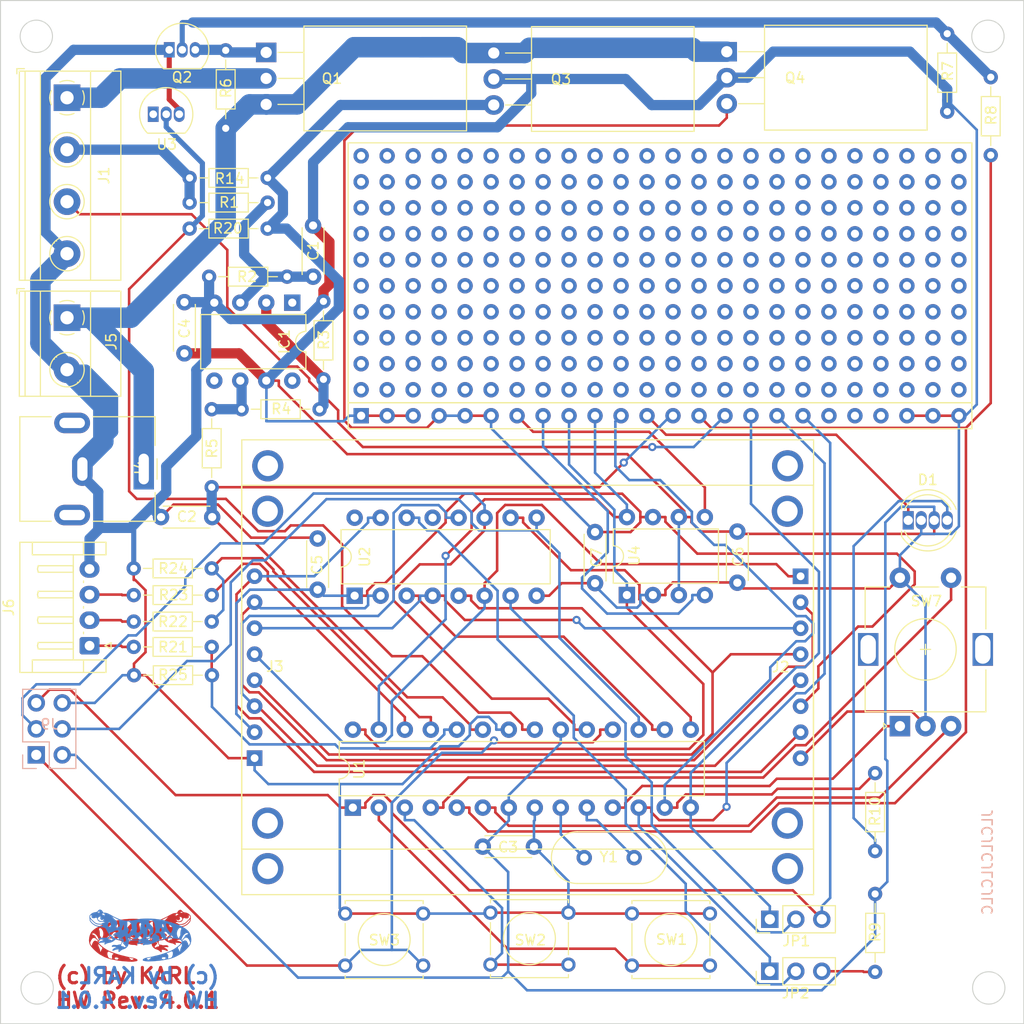
<source format=kicad_pcb>
(kicad_pcb (version 20171130) (host pcbnew "(5.1.4-0-10_14)")
  (layers (0 F.Cu signal) (31 B.Cu signal) (34 B.Paste user hide) (35 F.Paste user hide) (36 B.SilkS user) (37 F.SilkS user) (38 B.Mask user hide) (39 F.Mask user hide) (44 Edge.Cuts user))
  (net 0 "")
  (net 1 "Net-(C1-Pad1)")
  (net 2 "Net-(IC1-Pad8)")
  (net 3 "Net-(IC1-Pad6)")
  (net 4 "Net-(IC1-Pad5)")
  (net 5 "Net-(IC1-Pad2)")
  (net 6 "Net-(IC1-Pad1)")
  (net 7 "Net-(J1-Pad2)")
  (net 8 "Net-(J1-Pad1)")
  (net 9 "Net-(Q1-Pad1)")
  (net 10 "Net-(Q2-Pad2)")
  (net 11 "Net-(U1-Pad10)")
  (net 12 "Net-(U1-Pad9)")
  (net 13 +3V3)
  (net 14 "Net-(J6-Pad3)")
  (net 15 "Net-(J6-Pad2)")
  (net 16 "Net-(J6-Pad1)")
  (net 17 +5V)
  (net 18 Sensor)
  (net 19 Tip)
  (net 20 LiPo3)
  (net 21 LiPo2)
  (net 22 LiPo1)
  (net 23 DC)
  (net 24 SCL)
  (net 25 SDA)
  (net 26 CS)
  (net 27 Res)
  (net 28 MISO)
  (net 29 T1)
  (net 30 T2)
  (net 31 Pow)
  (net 32 TFT-RST)
  (net 33 "Net-(JP1-Pad2)")
  (net 34 GNDD)
  (net 35 "Net-(J2-Pad7)")
  (net 36 "Net-(J2-Pad5)")
  (net 37 "Net-(J2-Pad4)")
  (net 38 "Net-(J2-Pad3)")
  (net 39 "Net-(J2-Pad2)")
  (net 40 "Net-(J2-Pad1)")
  (net 41 MOSI)
  (net 42 SCK)
  (net 43 BL)
  (net 44 +12V)
  (net 45 Down)
  (net 46 Up)
  (net 47 "Net-(JP2-Pad2)")
  (net 48 "Net-(JP2-Pad3)")
  (net 49 AREF)
  (net 50 "Net-(D1-Pad4)")
  (net 51 "Net-(D1-Pad1)")
  (net 52 "Net-(Prototype1-Pad11)")
  (net 53 "Net-(Prototype1-Pad19)")
  (net 54 "Net-(Prototype1-Pad20)")
  (net 55 "Net-(Prototype1-Pad21)")
  (net 56 SCL5V)
  (net 57 SDA5V)
  (net 58 Tip2)
  (module my:Logo (layer B.Cu) (at 33.63468 111.37646 180)
    (fp_text reference Logo1 hide)
    (fp_text value LOGO hide)
    (fp_poly (pts (xy -3.869907 2.492959) (xy -3.800968 2.458403) (xy -3.737947 2.406067) (xy -3.686657 2.33878) (xy -3.655168 2.267259) (xy -3.636759 2.206184) (xy -3.48208 2.195935) (xy -3.398023 2.18714) (xy -3.313027 2.172946) (xy -3.242531 2.156055) (xy -3.228794 2.151662) (xy -3.169072 2.127651) (xy -3.089801 2.091144) (xy -3.000509 2.047015) (xy -2.91072 2.000135) (xy -2.829962 1.955378) (xy -2.767759 1.917616) (xy -2.756746 1.910202) (xy -2.701061 1.87608) (xy -2.620385 1.832611) (xy -2.521254 1.782821) (xy -2.4102 1.729739) (xy -2.293759 1.676393) (xy -2.178464 1.625808) (xy -2.07085 1.581015) (xy -1.97745 1.54504) (xy -1.941362 1.532388) (xy -1.838911 1.499455) (xy -1.747158 1.473943) (xy -1.657956 1.454448) (xy -1.563158 1.439561) (xy -1.454616 1.427877) (xy -1.324181 1.417988) (xy -1.253067 1.413565) (xy -1.104914 1.409466) (xy -0.959098 1.415858) (xy -0.806978 1.433702) (xy -0.639908 1.463958) (xy -0.483867 1.499146) (xy -0.290538 1.542327) (xy -0.106708 1.575607) (xy 0.076239 1.599926) (xy 0.266916 1.616224) (xy 0.473938 1.625438) (xy 0.702734 1.628505) (xy 1.096224 1.619099) (xy 1.484441 1.588971) (xy 1.877156 1.537093) (xy 2.284141 1.462438) (xy 2.286 1.462053) (xy 2.340844 1.449043) (xy 2.419031 1.428203) (xy 2.516132 1.400899) (xy 2.627717 1.368501) (xy 2.749356 1.332375) (xy 2.876619 1.293891) (xy 3.005076 1.254415) (xy 3.130297 1.215315) (xy 3.247853 1.177961) (xy 3.353312 1.143719) (xy 3.442246 1.113957) (xy 3.510225 1.090044) (xy 3.552818 1.073347) (xy 3.564467 1.067271) (xy 3.589002 1.055251) (xy 3.634559 1.037783) (xy 3.674534 1.024158) (xy 3.763886 0.990999) (xy 3.873028 0.943943) (xy 3.993137 0.887212) (xy 4.115388 0.82503) (xy 4.23096 0.761619) (xy 4.2672 0.740509) (xy 4.391409 0.660326) (xy 4.510311 0.571335) (xy 4.617353 0.479154) (xy 4.705983 0.389403) (xy 4.766704 0.312194) (xy 4.828066 0.203153) (xy 4.883532 0.073848) (xy 4.928109 -0.062128) (xy 4.9568 -0.191185) (xy 4.960073 -0.214034) (xy 4.969881 -0.290082) (xy 4.979537 -0.364207) (xy 4.987034 -0.420998) (xy 4.987347 -0.423334) (xy 4.988268 -0.487731) (xy 4.978964 -0.573295) (xy 4.961576 -0.669661) (xy 4.938244 -0.766467) (xy 4.911109 -0.853351) (xy 4.886322 -0.912317) (xy 4.832414 -1.001043) (xy 4.754836 -1.104118) (xy 4.658085 -1.217092) (xy 4.546662 -1.335515) (xy 4.425063 -1.454935) (xy 4.297789 -1.570903) (xy 4.169337 -1.678967) (xy 4.044207 -1.774678) (xy 3.9488 -1.83982) (xy 3.896131 -1.872622) (xy 3.851987 -1.898541) (xy 3.828359 -1.910816) (xy 3.803397 -1.923299) (xy 3.756112 -1.9487) (xy 3.6936 -1.983156) (xy 3.632194 -2.017581) (xy 3.545433 -2.063714) (xy 3.450615 -2.109542) (xy 3.362039 -2.148335) (xy 3.318934 -2.165041) (xy 3.236599 -2.194871) (xy 3.150003 -2.226549) (xy 3.075729 -2.254005) (xy 3.064933 -2.258035) (xy 2.983845 -2.284576) (xy 2.878359 -2.312412) (xy 2.746076 -2.342087) (xy 2.584596 -2.374144) (xy 2.417579 -2.404553) (xy 2.332036 -2.419833) (xy 2.250511 -2.434758) (xy 2.18368 -2.447357) (xy 2.149654 -2.454084) (xy 2.094409 -2.463187) (xy 2.011395 -2.473884) (xy 1.90664 -2.485622) (xy 1.786175 -2.497846) (xy 1.656028 -2.510003) (xy 1.522228 -2.521539) (xy 1.390804 -2.5319) (xy 1.267787 -2.540532) (xy 1.159204 -2.54688) (xy 1.119674 -2.548719) (xy 1.028262 -2.552794) (xy 0.948334 -2.556802) (xy 0.886239 -2.56039) (xy 0.848328 -2.563205) (xy 0.840274 -2.564247) (xy 0.815342 -2.564947) (xy 0.766229 -2.562692) (xy 0.702446 -2.557959) (xy 0.6858 -2.556489) (xy 0.581852 -2.544977) (xy 0.480091 -2.530094) (xy 0.389512 -2.513406) (xy 0.319107 -2.496481) (xy 0.29367 -2.488188) (xy 0.266071 -2.472321) (xy 0.25621 -2.445627) (xy 0.25721 -2.408797) (xy 0.263588 -2.370195) (xy 0.280187 -2.342953) (xy 0.314999 -2.317321) (xy 0.347134 -2.299104) (xy 0.411264 -2.269351) (xy 0.620731 -2.269351) (xy 0.638622 -2.29481) (xy 0.659933 -2.314232) (xy 0.719117 -2.360649) (xy 0.76896 -2.39209) (xy 0.801774 -2.403933) (xy 0.825471 -2.39764) (xy 0.864743 -2.381426) (xy 0.871092 -2.378461) (xy 0.901094 -2.35793) (xy 0.94262 -2.321893) (xy 0.988617 -2.277519) (xy 1.03203 -2.23198) (xy 1.036821 -2.226372) (xy 2.099733 -2.226372) (xy 2.113158 -2.280402) (xy 2.146808 -2.328033) (xy 2.182614 -2.3518) (xy 2.239545 -2.361363) (xy 2.310822 -2.358539) (xy 2.381058 -2.345191) (xy 2.434865 -2.323183) (xy 2.4384 -2.320824) (xy 2.475945 -2.278534) (xy 2.487554 -2.22904) (xy 2.472674 -2.182465) (xy 2.44732 -2.15774) (xy 2.40183 -2.141161) (xy 2.341061 -2.136286) (xy 2.273354 -2.141468) (xy 2.207049 -2.155059) (xy 2.150488 -2.175413) (xy 2.112011 -2.200882) (xy 2.099733 -2.226372) (xy 1.036821 -2.226372) (xy 1.065807 -2.192446) (xy 1.082895 -2.166087) (xy 1.083734 -2.162286) (xy 1.068587 -2.162354) (xy 1.028341 -2.169122) (xy 0.970788 -2.181217) (xy 0.952416 -2.185422) (xy 0.875322 -2.20221) (xy 0.797759 -2.217213) (xy 0.736104 -2.227272) (xy 0.734451 -2.227494) (xy 0.666096 -2.23866) (xy 0.629039 -2.251623) (xy 0.620731 -2.269351) (xy 0.411264 -2.269351) (xy 0.456887 -2.248185) (xy 0.578458 -2.206261) (xy 0.694887 -2.178967) (xy 0.719667 -2.175286) (xy 0.829433 -2.158574) (xy 0.962347 -2.134151) (xy 1.109085 -2.103928) (xy 1.26032 -2.069812) (xy 1.388534 -2.03839) (xy 1.489168 -2.013092) (xy 1.59445 -1.987308) (xy 1.691933 -1.964048) (xy 1.76917 -1.946323) (xy 1.769533 -1.946242) (xy 1.877879 -1.919129) (xy 2.010167 -1.88108) (xy 2.159242 -1.834571) (xy 2.317947 -1.782076) (xy 2.36487 -1.765772) (xy 2.55666 -1.765772) (xy 2.622634 -1.81429) (xy 2.687826 -1.875156) (xy 2.725874 -1.945165) (xy 2.739569 -2.031263) (xy 2.736806 -2.098385) (xy 2.729648 -2.162419) (xy 2.721749 -2.217541) (xy 2.715735 -2.2479) (xy 2.710092 -2.270398) (xy 2.713151 -2.281732) (xy 2.731635 -2.283262) (xy 2.772268 -2.27635) (xy 2.814333 -2.267855) (xy 2.912626 -2.246358) (xy 2.983641 -2.2258) (xy 3.033704 -2.202895) (xy 3.069141 -2.17436) (xy 3.096277 -2.13691) (xy 3.107894 -2.115429) (xy 3.157742 -1.997219) (xy 3.187878 -1.881399) (xy 3.197404 -1.7745) (xy 3.185418 -1.683057) (xy 3.172319 -1.647741) (xy 3.13813 -1.593533) (xy 3.09769 -1.56895) (xy 3.045152 -1.572355) (xy 2.987028 -1.595827) (xy 2.925515 -1.624659) (xy 2.852777 -1.655355) (xy 2.761959 -1.690672) (xy 2.646208 -1.73337) (xy 2.63723 -1.736622) (xy 2.55666 -1.765772) (xy 2.36487 -1.765772) (xy 2.479129 -1.726072) (xy 2.63563 -1.669034) (xy 2.780296 -1.613439) (xy 2.90597 -1.561761) (xy 2.989851 -1.524036) (xy 3.155249 -1.438694) (xy 3.322984 -1.339986) (xy 3.466202 -1.245951) (xy 3.676667 -1.245951) (xy 3.700783 -1.301912) (xy 3.71951 -1.331137) (xy 3.75832 -1.395843) (xy 3.799688 -1.477086) (xy 3.835899 -1.559133) (xy 3.850786 -1.598798) (xy 3.864368 -1.620807) (xy 3.878259 -1.609857) (xy 3.892049 -1.566848) (xy 3.905327 -1.49268) (xy 3.908015 -1.4732) (xy 3.92969 -1.367595) (xy 3.969011 -1.256656) (xy 3.99724 -1.1938) (xy 4.034708 -1.110122) (xy 4.058145 -1.043222) (xy 4.071111 -0.980937) (xy 4.076538 -0.922867) (xy 4.083426 -0.804334) (xy 3.974847 -0.916021) (xy 3.911853 -0.977664) (xy 3.84304 -1.040091) (xy 3.781359 -1.091642) (xy 3.770401 -1.100089) (xy 3.709914 -1.15213) (xy 3.67919 -1.198387) (xy 3.676667 -1.245951) (xy 3.466202 -1.245951) (xy 3.487368 -1.232054) (xy 3.642711 -1.11904) (xy 3.783321 -1.005084) (xy 3.903509 -0.894329) (xy 3.997586 -0.790914) (xy 3.99823 -0.790113) (xy 4.040752 -0.727527) (xy 4.059876 -0.670434) (xy 4.05451 -0.61351) (xy 4.039992 -0.584388) (xy 4.108749 -0.584388) (xy 4.119761 -0.594517) (xy 4.144302 -0.591052) (xy 4.188526 -0.572459) (xy 4.221168 -0.556393) (xy 4.320215 -0.518856) (xy 4.40728 -0.51194) (xy 4.48135 -0.535629) (xy 4.515514 -0.561072) (xy 4.547254 -0.600286) (xy 4.585445 -0.661365) (xy 4.624945 -0.734354) (xy 4.660606 -0.809301) (xy 4.687285 -0.87625) (xy 4.698142 -0.9144) (xy 4.711325 -0.977808) (xy 4.721093 -1.012572) (xy 4.730337 -1.02332) (xy 4.74195 -1.014683) (xy 4.752145 -1.000858) (xy 4.773121 -0.967199) (xy 4.802337 -0.915874) (xy 4.826737 -0.870667) (xy 4.853726 -0.810427) (xy 4.871903 -0.75276) (xy 4.8768 -0.719264) (xy 4.86752 -0.671083) (xy 4.842532 -0.604038) (xy 4.806113 -0.526608) (xy 4.762537 -0.447271) (xy 4.716083 -0.374504) (xy 4.677455 -0.324066) (xy 4.634796 -0.279417) (xy 4.596787 -0.25527) (xy 4.549676 -0.243693) (xy 4.534908 -0.241838) (xy 4.453776 -0.238727) (xy 4.390141 -0.253315) (xy 4.330537 -0.289582) (xy 4.306824 -0.309278) (xy 4.260143 -0.35519) (xy 4.212287 -0.410511) (xy 4.168289 -0.468257) (xy 4.133177 -0.52144) (xy 4.111982 -0.563073) (xy 4.108749 -0.584388) (xy 4.039992 -0.584388) (xy 4.02356 -0.551428) (xy 3.965934 -0.478864) (xy 3.925476 -0.435646) (xy 3.911316 -0.421048) (xy 4.035322 -0.421048) (xy 4.039267 -0.468791) (xy 4.046414 -0.481813) (xy 4.066311 -0.503245) (xy 4.073088 -0.508) (xy 4.083821 -0.494831) (xy 4.106637 -0.460663) (xy 4.130469 -0.422774) (xy 4.172483 -0.363613) (xy 4.226642 -0.29917) (xy 4.267388 -0.256972) (xy 4.318618 -0.20305) (xy 4.34533 -0.160852) (xy 4.351867 -0.129418) (xy 4.353878 -0.095276) (xy 4.362595 -0.066652) (xy 4.382045 -0.040385) (xy 4.416254 -0.013314) (xy 4.46925 0.017723) (xy 4.545058 0.055885) (xy 4.647705 0.104334) (xy 4.652434 0.106534) (xy 4.683465 0.126279) (xy 4.685772 0.148252) (xy 4.659454 0.17995) (xy 4.653474 0.185607) (xy 4.597122 0.216622) (xy 4.528786 0.217086) (xy 4.449907 0.187542) (xy 4.361923 0.128532) (xy 4.266274 0.040599) (xy 4.2648 0.039075) (xy 4.209347 -0.027447) (xy 4.157328 -0.106258) (xy 4.11133 -0.191192) (xy 4.073939 -0.27608) (xy 4.047741 -0.354755) (xy 4.035322 -0.421048) (xy 3.911316 -0.421048) (xy 3.852334 -0.360243) (xy 3.6068 -0.348936) (xy 3.504578 -0.342898) (xy 3.400876 -0.334489) (xy 3.306929 -0.324756) (xy 3.233972 -0.31475) (xy 3.2258 -0.313338) (xy 3.150923 -0.303174) (xy 3.056108 -0.294978) (xy 2.955272 -0.289774) (xy 2.887777 -0.288458) (xy 2.820746 -0.288582) (xy 2.764865 -0.290151) (xy 2.713823 -0.294303) (xy 2.661307 -0.302174) (xy 2.601006 -0.314904) (xy 2.526608 -0.333631) (xy 2.431799 -0.359492) (xy 2.320511 -0.390737) (xy 2.176742 -0.431461) (xy 2.060278 -0.465013) (xy 1.965766 -0.493182) (xy 1.88785 -0.517756) (xy 1.821176 -0.540522) (xy 1.760391 -0.56327) (xy 1.700138 -0.587786) (xy 1.635064 -0.615858) (xy 1.6002 -0.631275) (xy 1.434552 -0.704118) (xy 1.294707 -0.763536) (xy 1.176013 -0.81092) (xy 1.073821 -0.847659) (xy 0.983477 -0.875146) (xy 0.900333 -0.89477) (xy 0.819736 -0.907922) (xy 0.737035 -0.915994) (xy 0.64758 -0.920375) (xy 0.631841 -0.92084) (xy 0.53828 -0.924818) (xy 0.472158 -0.931381) (xy 0.427092 -0.941464) (xy 0.398031 -0.955112) (xy 0.340559 -0.979907) (xy 0.294779 -0.977108) (xy 0.265821 -0.952046) (xy 0.258814 -0.910053) (xy 0.278885 -0.856458) (xy 0.288885 -0.841668) (xy 0.326729 -0.790481) (xy 0.150018 -0.800488) (xy 0.063254 -0.807847) (xy -0.017683 -0.819045) (xy -0.081442 -0.832356) (xy -0.102246 -0.838851) (xy -0.15738 -0.856711) (xy -0.206476 -0.86802) (xy -0.220133 -0.869637) (xy -0.250475 -0.865893) (xy -0.264018 -0.843467) (xy -0.267651 -0.81866) (xy -0.263473 -0.771549) (xy -0.235614 -0.739188) (xy -0.234635 -0.738496) (xy -0.200652 -0.721225) (xy -0.140434 -0.697156) (xy -0.060379 -0.668542) (xy 0.033114 -0.637635) (xy 0.133645 -0.606689) (xy 0.169334 -0.596258) (xy 0.198391 -0.587166) (xy 0.204193 -0.581875) (xy 0.183428 -0.579172) (xy 0.132783 -0.57784) (xy 0.118534 -0.577628) (xy 0.032579 -0.581989) (xy -0.040021 -0.600363) (xy -0.077714 -0.616194) (xy -0.139402 -0.640433) (xy -0.179563 -0.644822) (xy -0.192014 -0.640587) (xy -0.216558 -0.616309) (xy -0.21202 -0.585085) (xy -0.177558 -0.54418) (xy -0.156633 -0.52569) (xy -0.122237 -0.493956) (xy -0.116137 -0.480198) (xy -0.127 -0.480683) (xy -0.22082 -0.498414) (xy -0.340268 -0.512847) (xy -0.47723 -0.523566) (xy -0.623589 -0.530157) (xy -0.771232 -0.532203) (xy -0.912042 -0.529288) (xy -0.9906 -0.524934) (xy -1.109133 -0.516467) (xy -1.120331 -0.677334) (xy -1.139144 -0.835333) (xy -1.172321 -0.965758) (xy -1.221101 -1.072254) (xy -1.281984 -1.153476) (xy -1.389804 -1.252457) (xy -1.498463 -1.320389) (xy -1.593118 -1.353382) (xy -1.712506 -1.392315) (xy -1.831491 -1.454668) (xy -1.936278 -1.532755) (xy -1.965684 -1.560968) (xy -2.009749 -1.605304) (xy -2.038212 -1.628582) (xy -2.058555 -1.634522) (xy -2.078264 -1.626843) (xy -2.086967 -1.621247) (xy -2.112522 -1.595812) (xy -2.123105 -1.557456) (xy -2.124186 -1.521771) (xy -2.120319 -1.467933) (xy -2.111833 -1.424232) (xy -2.108692 -1.415606) (xy -2.103702 -1.400285) (xy -2.109729 -1.391421) (xy -2.13266 -1.387989) (xy -2.178384 -1.388961) (xy -2.240887 -1.392566) (xy -2.326544 -1.400423) (xy -2.394986 -1.414366) (xy -2.462817 -1.438631) (xy -2.516372 -1.462861) (xy -2.590429 -1.496879) (xy -2.64055 -1.515995) (xy -2.672707 -1.521199) (xy -2.692874 -1.513478) (xy -2.706736 -1.494367) (xy -2.711911 -1.450016) (xy -2.706777 -1.439192) (xy -2.6416 -1.439192) (xy -2.629765 -1.443837) (xy -2.600942 -1.430394) (xy -2.599266 -1.42931) (xy -2.569038 -1.404681) (xy -2.556933 -1.385587) (xy -2.546136 -1.377977) (xy -2.537383 -1.381684) (xy -2.525947 -1.38383) (xy -2.531502 -1.371651) (xy -2.541484 -1.363134) (xy -2.506133 -1.363134) (xy -2.497666 -1.3716) (xy -2.4892 -1.363134) (xy -2.497666 -1.354667) (xy -2.506133 -1.363134) (xy -2.541484 -1.363134) (xy -2.546534 -1.358826) (xy -2.563751 -1.374318) (xy -2.59592 -1.402112) (xy -2.611966 -1.410218) (xy -2.636935 -1.427856) (xy -2.6416 -1.439192) (xy -2.706777 -1.439192) (xy -2.687535 -1.398633) (xy -2.636441 -1.343112) (xy -2.561457 -1.286345) (xy -2.465414 -1.231227) (xy -2.434788 -1.216321) (xy -2.376726 -1.188309) (xy -2.345903 -1.170494) (xy -2.33852 -1.159524) (xy -2.350776 -1.15205) (xy -2.35912 -1.149608) (xy -2.420855 -1.137092) (xy -2.492736 -1.128387) (xy -2.56452 -1.12404) (xy -2.625964 -1.124595) (xy -2.666824 -1.130597) (xy -2.672473 -1.132932) (xy -2.718704 -1.143424) (xy -2.754944 -1.124985) (xy -2.768893 -1.099742) (xy -2.767857 -1.051615) (xy -2.734983 -1.007218) (xy -2.682505 -0.974124) (xy -2.650728 -0.961474) (xy -2.615188 -0.953987) (xy -2.568217 -0.951158) (xy -2.502148 -0.952487) (xy -2.419344 -0.956861) (xy -2.329332 -0.961522) (xy -2.265369 -0.962482) (xy -2.21979 -0.959238) (xy -2.184928 -0.951287) (xy -2.156213 -0.939613) (xy -2.102962 -0.921977) (xy -2.035326 -0.90937) (xy -1.997269 -0.905989) (xy -1.941038 -0.90178) (xy -1.897991 -0.89542) (xy -1.881854 -0.890393) (xy -1.86576 -0.866935) (xy -1.84743 -0.821027) (xy -1.830149 -0.763636) (xy -1.817203 -0.705724) (xy -1.811875 -0.658257) (xy -1.811867 -0.656783) (xy -1.81861 -0.607489) (xy -1.834986 -0.55326) (xy -1.836402 -0.54979) (xy -1.854787 -0.513081) (xy -1.877404 -0.496049) (xy -1.916912 -0.491241) (xy -1.936132 -0.491067) (xy -2.00226 -0.486775) (xy -2.08634 -0.475393) (xy -2.176383 -0.45916) (xy -2.260403 -0.440315) (xy -2.32641 -0.421099) (xy -2.341528 -0.415338) (xy -2.398911 -0.391362) (xy -2.496922 -0.484045) (xy -2.619403 -0.584792) (xy -2.749359 -0.65999) (xy -2.894609 -0.713333) (xy -3.053691 -0.7471) (xy -3.162077 -0.769001) (xy -3.253676 -0.800927) (xy -3.345363 -0.849194) (xy -3.374176 -0.867021) (xy -3.42338 -0.895816) (xy -3.454355 -0.906206) (xy -3.475575 -0.900618) (xy -3.480009 -0.897293) (xy -3.502803 -0.859055) (xy -3.49743 -0.811007) (xy -3.464948 -0.760452) (xy -3.459369 -0.754654) (xy -3.413538 -0.708823) (xy -3.659602 -0.714587) (xy -3.761352 -0.717666) (xy -3.835198 -0.721882) (xy -3.8871 -0.727977) (xy -3.923018 -0.73669) (xy -3.948911 -0.74876) (xy -3.952334 -0.750929) (xy -3.999838 -0.771929) (xy -4.032256 -0.764733) (xy -4.046621 -0.730309) (xy -4.047066 -0.720033) (xy -4.03833 -0.680761) (xy -4.009226 -0.647585) (xy -3.955416 -0.617249) (xy -3.872561 -0.586495) (xy -3.866572 -0.584566) (xy -3.787981 -0.55619) (xy -3.704157 -0.521024) (xy -3.649133 -0.494692) (xy -3.547533 -0.441896) (xy -3.612085 -0.441081) (xy -3.667866 -0.435034) (xy -3.733798 -0.420708) (xy -3.760747 -0.412756) (xy -3.813492 -0.397319) (xy -3.851348 -0.394144) (xy -3.89106 -0.4034) (xy -3.921099 -0.414361) (xy -3.98579 -0.433338) (xy -4.025979 -0.430595) (xy -4.043643 -0.405529) (xy -4.043967 -0.376863) (xy -4.032057 -0.342237) (xy -4.00888 -0.32095) (xy -3.151638 -0.32095) (xy -3.140039 -0.356453) (xy -3.102529 -0.381649) (xy -3.051967 -0.389467) (xy -2.991663 -0.397159) (xy -2.933692 -0.423501) (xy -2.873134 -0.468183) (xy -2.828244 -0.499391) (xy -2.791959 -0.504538) (xy -2.751788 -0.484056) (xy -2.737017 -0.472904) (xy -2.705071 -0.442754) (xy -2.695498 -0.41411) (xy -2.708647 -0.378181) (xy -2.742735 -0.328983) (xy -2.775848 -0.275792) (xy -2.799432 -0.220917) (xy -2.80402 -0.2032) (xy -2.819445 -0.16221) (xy -2.847947 -0.115121) (xy -2.882091 -0.071695) (xy -2.914444 -0.041691) (xy -2.933002 -0.033867) (xy -2.946629 -0.048103) (xy -2.967988 -0.085066) (xy -2.987919 -0.126784) (xy -3.020559 -0.189051) (xy -3.055791 -0.228121) (xy -3.089306 -0.248454) (xy -3.135376 -0.282497) (xy -3.151638 -0.32095) (xy -4.00888 -0.32095) (xy -4.000382 -0.313145) (xy -3.963045 -0.2921) (xy -3.924443 -0.274911) (xy -3.88461 -0.263734) (xy -3.834924 -0.257346) (xy -3.766766 -0.25452) (xy -3.694998 -0.254) (xy -3.568867 -0.251675) (xy -3.446398 -0.245144) (xy -3.333825 -0.23507) (xy -3.237379 -0.222121) (xy -3.163294 -0.20696) (xy -3.122782 -0.192942) (xy -3.08413 -0.161139) (xy -3.044991 -0.109824) (xy -3.013487 -0.051997) (xy -2.997743 -0.000658) (xy -2.9972 0.008023) (xy -3.006906 0.032056) (xy -3.032683 0.074536) (xy -3.069523 0.127404) (xy -3.08085 0.14259) (xy -3.124062 0.205559) (xy -3.130723 0.21648) (xy -3.036143 0.21648) (xy -3.017094 0.179869) (xy -2.97834 0.130451) (xy -2.9237 0.07181) (xy -2.856994 0.007534) (xy -2.782041 -0.058791) (xy -2.702661 -0.123579) (xy -2.622672 -0.183242) (xy -2.545895 -0.234196) (xy -2.50465 -0.258176) (xy -2.434163 -0.292837) (xy -2.352863 -0.326902) (xy -2.267503 -0.358237) (xy -2.184833 -0.384712) (xy -2.111607 -0.404193) (xy -2.054575 -0.414549) (xy -2.020489 -0.413647) (xy -2.017262 -0.412092) (xy -2.024677 -0.399323) (xy -2.045803 -0.376434) (xy -1.953194 -0.376434) (xy -1.912163 -0.407974) (xy -1.880181 -0.430398) (xy -1.861114 -0.43989) (xy -1.8506 -0.425559) (xy -1.836107 -0.389117) (xy -1.830511 -0.371569) (xy -1.815407 -0.328443) (xy -1.797675 -0.309679) (xy -1.766437 -0.306794) (xy -1.74908 -0.308069) (xy -1.690605 -0.325494) (xy -1.649264 -0.367834) (xy -1.623377 -0.437507) (xy -1.613606 -0.503251) (xy -1.609922 -0.563119) (xy -1.613863 -0.600712) (xy -1.62759 -0.627176) (xy -1.640377 -0.641311) (xy -1.679873 -0.667805) (xy -1.716502 -0.677334) (xy -1.739884 -0.681643) (xy -1.757057 -0.699433) (xy -1.772881 -0.737994) (xy -1.785726 -0.781123) (xy -1.808372 -0.844694) (xy -1.835836 -0.897784) (xy -1.85485 -0.921987) (xy -1.881063 -0.950128) (xy -1.884341 -0.974333) (xy -1.869301 -1.00831) (xy -1.841367 -1.052548) (xy -1.80887 -1.075225) (xy -1.759538 -1.083287) (xy -1.735667 -1.083945) (xy -1.668314 -1.096218) (xy -1.601628 -1.134845) (xy -1.601417 -1.135005) (xy -1.537892 -1.173083) (xy -1.486197 -1.183438) (xy -1.449115 -1.165767) (xy -1.439929 -1.15258) (xy -1.427108 -1.121169) (xy -1.426903 -1.091078) (xy -1.442146 -1.056585) (xy -1.47567 -1.011965) (xy -1.530305 -0.951495) (xy -1.5494 -0.931334) (xy -1.601228 -0.874721) (xy -1.642848 -0.825062) (xy -1.669361 -0.788474) (xy -1.6764 -0.772838) (xy -1.661198 -0.729368) (xy -1.620664 -0.684602) (xy -1.562402 -0.645119) (xy -1.498166 -0.618669) (xy -1.443178 -0.600127) (xy -1.412817 -0.581169) (xy -1.398348 -0.555569) (xy -1.395805 -0.545691) (xy -1.386146 -0.504199) (xy -1.37963 -0.479529) (xy -1.380442 -0.452931) (xy -1.388651 -0.403151) (xy -1.402066 -0.339488) (xy -1.418497 -0.271243) (xy -1.435754 -0.207715) (xy -1.440477 -0.193001) (xy -1.230213 -0.193001) (xy -1.170581 -0.324276) (xy -1.139946 -0.389127) (xy -1.116751 -0.429059) (xy -1.095759 -0.450554) (xy -1.071732 -0.460098) (xy -1.059241 -0.462132) (xy -1.022166 -0.467517) (xy -1.004514 -0.47137) (xy -1.004445 -0.471424) (xy -1.011395 -0.460126) (xy -1.03258 -0.427967) (xy -1.060565 -0.386151) (xy -1.093957 -0.33141) (xy -1.119224 -0.280612) (xy -1.128938 -0.252344) (xy -1.137386 -0.234651) (xy -1.049885 -0.234651) (xy -1.042314 -0.293509) (xy -1.004593 -0.362043) (xy -0.998062 -0.371233) (xy -0.96627 -0.411749) (xy -0.933925 -0.442532) (xy -0.896304 -0.464476) (xy -0.848681 -0.478476) (xy -0.786333 -0.485425) (xy -0.704534 -0.486217) (xy -0.598559 -0.481748) (xy -0.463685 -0.47291) (xy -0.46161 -0.472763) (xy -0.284075 -0.456603) (xy -0.136728 -0.434804) (xy -0.016165 -0.406021) (xy 0.067017 -0.374255) (xy 0.706914 -0.374255) (xy 0.746868 -0.416784) (xy 0.829372 -0.484567) (xy 0.931744 -0.537527) (xy 0.97069 -0.551358) (xy 1.040607 -0.569628) (xy 1.089207 -0.571751) (xy 1.125302 -0.55704) (xy 1.146687 -0.537634) (xy 1.184139 -0.473924) (xy 1.198192 -0.397628) (xy 1.188217 -0.321121) (xy 1.16054 -0.265388) (xy 1.14059 -0.244996) (xy 1.118911 -0.247579) (xy 1.097841 -0.260167) (xy 1.060309 -0.277569) (xy 0.996833 -0.299485) (xy 0.914668 -0.323724) (xy 0.821065 -0.348099) (xy 0.755624 -0.363403) (xy 0.706914 -0.374255) (xy 0.067017 -0.374255) (xy 0.081019 -0.368908) (xy 0.089007 -0.364067) (xy 0.237067 -0.364067) (xy 0.245534 -0.372534) (xy 0.254 -0.364067) (xy 0.245534 -0.3556) (xy 0.237067 -0.364067) (xy 0.089007 -0.364067) (xy 0.109659 -0.351552) (xy 0.295211 -0.351552) (xy 0.311856 -0.354263) (xy 0.333819 -0.35115) (xy 0.334081 -0.34537) (xy 0.311417 -0.341327) (xy 0.301625 -0.344033) (xy 0.295211 -0.351552) (xy 0.109659 -0.351552) (xy 0.132176 -0.337907) (xy 0.351712 -0.337907) (xy 0.493356 -0.328128) (xy 0.582307 -0.31898) (xy 0.683139 -0.304107) (xy 0.775041 -0.286608) (xy 0.780781 -0.285324) (xy 0.926562 -0.252299) (xy 0.928041 -0.148009) (xy 0.928172 -0.092855) (xy 0.925672 -0.067291) (xy 0.919239 -0.067066) (xy 0.908836 -0.08536) (xy 0.877326 -0.120107) (xy 0.846243 -0.132777) (xy 0.802864 -0.145791) (xy 0.778934 -0.159836) (xy 0.751906 -0.173997) (xy 0.70478 -0.192264) (xy 0.650265 -0.210339) (xy 0.601071 -0.223925) (xy 0.575734 -0.228546) (xy 0.557512 -0.236002) (xy 0.517497 -0.254911) (xy 0.464049 -0.281313) (xy 0.45949 -0.283607) (xy 0.351712 -0.337907) (xy 0.132176 -0.337907) (xy 0.15823 -0.322119) (xy 0.218872 -0.264309) (xy 0.219529 -0.263337) (xy 0.3048 -0.263337) (xy 0.317827 -0.262246) (xy 0.349769 -0.248493) (xy 0.3556 -0.245534) (xy 0.389887 -0.22557) (xy 0.406185 -0.211688) (xy 0.4064 -0.210797) (xy 0.393374 -0.211887) (xy 0.361432 -0.22564) (xy 0.3556 -0.2286) (xy 0.321314 -0.248563) (xy 0.305015 -0.262446) (xy 0.3048 -0.263337) (xy 0.219529 -0.263337) (xy 0.265944 -0.194734) (xy 0.423334 -0.194734) (xy 0.4318 -0.2032) (xy 0.440267 -0.194734) (xy 0.4318 -0.186267) (xy 0.423334 -0.194734) (xy 0.265944 -0.194734) (xy 0.26635 -0.194134) (xy 0.272417 -0.182708) (xy 0.276924 -0.169334) (xy 0.592667 -0.169334) (xy 0.598862 -0.183272) (xy 0.603956 -0.180622) (xy 0.605982 -0.160526) (xy 0.603956 -0.158045) (xy 0.593889 -0.160369) (xy 0.592667 -0.169334) (xy 0.276924 -0.169334) (xy 0.291421 -0.126322) (xy 0.293532 -0.110067) (xy 0.7112 -0.110067) (xy 0.719667 -0.118534) (xy 0.728134 -0.110067) (xy 0.725312 -0.107245) (xy 0.767645 -0.107245) (xy 0.769969 -0.117311) (xy 0.778934 -0.118534) (xy 0.792872 -0.112338) (xy 0.790222 -0.107245) (xy 0.770126 -0.105218) (xy 0.767645 -0.107245) (xy 0.725312 -0.107245) (xy 0.719667 -0.1016) (xy 0.7112 -0.110067) (xy 0.293532 -0.110067) (xy 0.300424 -0.057016) (xy 0.300163 0.016572) (xy 0.291375 0.085799) (xy 0.274798 0.142027) (xy 0.251168 0.176616) (xy 0.24131 0.18203) (xy 0.215366 0.173829) (xy 0.169376 0.138893) (xy 0.103677 0.077536) (xy 0.018607 -0.00993) (xy -0.073655 -0.110067) (xy -0.153778 -0.197051) (xy -0.217907 -0.261805) (xy -0.271408 -0.308379) (xy -0.319648 -0.340822) (xy -0.367995 -0.363184) (xy -0.421816 -0.379515) (xy -0.435028 -0.382725) (xy -0.526518 -0.400637) (xy -0.592794 -0.404433) (xy -0.639476 -0.394007) (xy -0.6633 -0.378376) (xy -0.687197 -0.350045) (xy -0.688785 -0.3302) (xy -0.592666 -0.3302) (xy -0.5842 -0.338667) (xy -0.575733 -0.3302) (xy -0.5842 -0.321734) (xy -0.592666 -0.3302) (xy -0.688785 -0.3302) (xy -0.68937 -0.322902) (xy -0.667428 -0.291516) (xy -0.653134 -0.2794) (xy -0.524933 -0.2794) (xy -0.516466 -0.287867) (xy -0.508 -0.2794) (xy -0.516466 -0.270934) (xy -0.524933 -0.2794) (xy -0.653134 -0.2794) (xy -0.618981 -0.250453) (xy -0.601133 -0.237067) (xy -0.551105 -0.198309) (xy -0.523067 -0.169288) (xy -0.510779 -0.14103) (xy -0.508001 -0.104561) (xy -0.508 -0.103139) (xy -0.515596 -0.047747) (xy -0.54213 -0.012992) (xy -0.593216 0.006398) (xy -0.630776 0.012094) (xy -0.715599 0.007365) (xy -0.809852 -0.021133) (xy -0.90346 -0.069483) (xy -0.971924 -0.120537) (xy -1.026642 -0.179113) (xy -1.049885 -0.234651) (xy -1.137386 -0.234651) (xy -1.146938 -0.214647) (xy -1.184158 -0.199761) (xy -1.230213 -0.193001) (xy -1.440477 -0.193001) (xy -1.445356 -0.1778) (xy -1.134533 -0.1778) (xy -1.126067 -0.186267) (xy -1.1176 -0.1778) (xy -1.126067 -0.169334) (xy -1.134533 -0.1778) (xy -1.445356 -0.1778) (xy -1.451647 -0.158204) (xy -1.459975 -0.138389) (xy -1.481951 -0.102613) (xy -1.505435 -0.084585) (xy -1.535334 -0.08547) (xy -1.576551 -0.106433) (xy -1.633991 -0.148639) (xy -1.687722 -0.192483) (xy -1.753764 -0.245832) (xy -1.816463 -0.293639) (xy -1.867832 -0.329968) (xy -1.89523 -0.346691) (xy -1.953194 -0.376434) (xy -2.045803 -0.376434) (xy -2.050539 -0.371303) (xy -2.07108 -0.351298) (xy -2.115138 -0.299859) (xy -2.1519 -0.240502) (xy -2.159685 -0.223359) (xy -2.175693 -0.187088) (xy -2.193725 -0.163238) (xy -2.221225 -0.148217) (xy -2.265635 -0.138435) (xy -2.334399 -0.1303) (xy -2.35733 -0.127998) (xy -2.456744 -0.111492) (xy -2.532702 -0.082449) (xy -2.586566 -0.044617) (xy -2.614915 -0.005482) (xy -2.534082 -0.005482) (xy -2.503743 -0.030918) (xy -2.441477 -0.052562) (xy -2.370666 -0.067365) (xy -2.289191 -0.079522) (xy -2.236383 -0.081944) (xy -2.208421 -0.074459) (xy -2.201333 -0.059798) (xy -2.212232 -0.042832) (xy -2.228678 -0.045423) (xy -2.258015 -0.044025) (xy -2.304928 -0.029393) (xy -2.342978 -0.012547) (xy -2.351452 -0.008467) (xy -2.201333 -0.008467) (xy -2.192866 -0.016934) (xy -2.1844 -0.008467) (xy -2.192866 0) (xy -2.201333 -0.008467) (xy -2.351452 -0.008467) (xy -2.396514 0.013229) (xy -2.441492 0.033285) (xy -2.46064 0.040691) (xy -2.48141 0.057632) (xy -2.478896 0.071847) (xy -2.480425 0.077612) (xy -2.500993 0.062812) (xy -2.503222 0.060875) (xy -2.533555 0.024774) (xy -2.534082 -0.005482) (xy -2.614915 -0.005482) (xy -2.619158 0.000375) (xy -2.618094 0.048341) (xy -2.587645 0.093133) (xy -2.455333 0.093133) (xy -2.446866 0.084666) (xy -2.4384 0.093133) (xy -2.446866 0.1016) (xy -2.455333 0.093133) (xy -2.587645 0.093133) (xy -2.583354 0.099445) (xy -2.572103 0.110066) (xy -2.421466 0.110066) (xy -2.413 0.1016) (xy -2.404533 0.110066) (xy -2.413 0.118533) (xy -2.421466 0.110066) (xy -2.572103 0.110066) (xy -2.567394 0.11451) (xy -2.519385 0.149021) (xy -2.449444 0.189926) (xy -2.367502 0.232143) (xy -2.283492 0.270588) (xy -2.207342 0.30018) (xy -2.19959 0.302768) (xy -2.147276 0.327593) (xy -2.103247 0.361832) (xy -2.075183 0.397998) (xy -2.070698 0.428432) (xy -2.09324 0.445259) (xy -2.142515 0.459363) (xy -2.21142 0.46939) (xy -2.292847 0.473985) (xy -2.310552 0.474133) (xy -2.379358 0.464811) (xy -2.467427 0.438842) (xy -2.566433 0.399219) (xy -2.66805 0.348937) (xy -2.685245 0.339398) (xy -2.766754 0.302952) (xy -2.860803 0.275332) (xy -2.893174 0.269013) (xy -2.954951 0.25753) (xy -3.004576 0.245976) (xy -3.031463 0.236819) (xy -3.031667 0.236695) (xy -3.036143 0.21648) (xy -3.130723 0.21648) (xy -3.173872 0.287219) (xy -3.223051 0.375346) (xy -3.252456 0.432755) (xy -3.291243 0.509028) (xy -3.310108 0.543581) (xy -1.799891 0.543581) (xy -1.793246 0.52178) (xy -1.763145 0.495915) (xy -1.720641 0.494884) (xy -1.675608 0.518015) (xy -1.661963 0.530742) (xy -1.636845 0.572182) (xy -1.616997 0.633074) (xy -1.602702 0.706604) (xy -1.594242 0.785953) (xy -1.593852 0.799006) (xy -1.291227 0.799006) (xy -1.211469 0.713738) (xy -1.167855 0.664372) (xy -1.143697 0.626918) (xy -1.133503 0.590384) (xy -1.131711 0.554144) (xy -1.138516 0.497037) (xy -1.156073 0.427622) (xy -1.173189 0.379609) (xy -1.204678 0.29968) (xy -1.222133 0.243151) (xy -1.226664 0.203127) (xy -1.219382 0.172717) (xy -1.209314 0.155513) (xy -1.181292 0.12644) (xy -1.151205 0.120849) (xy -1.115475 0.140472) (xy -1.070523 0.187038) (xy -1.02606 0.244116) (xy -0.976017 0.314919) (xy -0.969993 0.324079) (xy -0.368553 0.324079) (xy -0.353194 0.282839) (xy -0.314992 0.261125) (xy -0.249382 0.25409) (xy -0.23789 0.254) (xy -0.176605 0.260226) (xy -0.131072 0.282701) (xy -0.118803 0.293058) (xy 0.694622 0.293058) (xy 0.694709 0.205045) (xy 0.695896 0.123311) (xy 0.698189 0.055354) (xy 0.701597 0.008667) (xy 0.704545 -0.007082) (xy 0.723236 -0.030524) (xy 0.752284 -0.026014) (xy 0.763655 -0.016934) (xy 0.931334 -0.016934) (xy 0.937529 -0.030872) (xy 0.942622 -0.028222) (xy 0.944649 -0.008126) (xy 0.942622 -0.005645) (xy 0.932556 -0.007969) (xy 0.931334 -0.016934) (xy 0.763655 -0.016934) (xy 0.793929 0.00724) (xy 0.81862 0.033166) (xy 0.879681 0.124941) (xy 0.916922 0.235441) (xy 0.928203 0.357374) (xy 0.925871 0.398804) (xy 0.912253 0.482827) (xy 0.889729 0.555041) (xy 0.861284 0.608167) (xy 0.829902 0.63493) (xy 0.828916 0.635259) (xy 0.777068 0.636016) (xy 0.732625 0.609707) (xy 0.706239 0.562979) (xy 0.705115 0.558008) (xy 0.700881 0.519826) (xy 0.697715 0.457944) (xy 0.695626 0.379856) (xy 0.694622 0.293058) (xy -0.118803 0.293058) (xy -0.114281 0.296875) (xy -0.070414 0.345396) (xy -0.038084 0.40189) (xy -0.015303 0.472676) (xy -0.000082 0.56407) (xy 0.009568 0.682392) (xy 0.010092 0.691947) (xy 0.022378 0.792428) (xy 0.046755 0.900516) (xy 0.058676 0.939498) (xy 0.428868 0.939498) (xy 0.441843 0.870621) (xy 0.474607 0.798993) (xy 0.475167 0.798073) (xy 0.509968 0.741012) (xy 0.551317 0.779858) (xy 0.583105 0.824384) (xy 0.592663 0.883545) (xy 0.592667 0.885159) (xy 0.585296 0.951606) (xy 0.565832 1.008735) (xy 0.538253 1.048728) (xy 0.506534 1.063768) (xy 0.50199 1.063437) (xy 0.45961 1.042524) (xy 0.435013 0.999005) (xy 0.428868 0.939498) (xy 0.058676 0.939498) (xy 0.061641 0.949191) (xy 0.083648 1.01739) (xy 0.094622 1.063332) (xy 0.095729 1.096353) (xy 0.08814 1.125786) (xy 0.084808 1.134191) (xy 0.047596 1.185994) (xy -0.012999 1.231038) (xy -0.086502 1.263321) (xy -0.162439 1.27684) (xy -0.164242 1.276885) (xy -0.216448 1.274244) (xy -0.250886 1.259187) (xy -0.281134 1.227667) (xy -0.328033 1.143578) (xy -0.352113 1.03939) (xy -0.352751 0.920581) (xy -0.3302 0.795866) (xy -0.310017 0.700761) (xy -0.307356 0.624414) (xy -0.32218 0.556623) (xy -0.32924 0.53831) (xy -0.34607 0.485977) (xy -0.360768 0.420259) (xy -0.365634 0.389697) (xy -0.368553 0.324079) (xy -0.969993 0.324079) (xy -0.926571 0.390096) (xy -0.886771 0.455769) (xy -0.87971 0.468483) (xy -0.826233 0.567266) (xy -0.834954 0.795866) (xy -0.839584 0.884864) (xy -0.846034 0.965478) (xy -0.853508 1.029665) (xy -0.861206 1.069382) (xy -0.862461 1.073073) (xy -0.888006 1.118723) (xy -0.931092 1.176496) (xy -0.983486 1.236544) (xy -1.031943 1.284102) (xy 0.838098 1.284102) (xy 0.858562 1.217006) (xy 0.902982 1.142972) (xy 0.973347 1.058523) (xy 1.048579 0.982165) (xy 1.111724 0.920581) (xy 1.155673 0.874224) (xy 1.185825 0.835046) (xy 1.207582 0.794995) (xy 1.226346 0.746023) (xy 1.244224 0.690579) (xy 1.26867 0.605343) (xy 1.281824 0.535748) (xy 1.285893 0.466374) (xy 1.284496 0.409236) (xy 1.278424 0.275514) (xy 1.162356 0.152476) (xy 1.090505 0.071632) (xy 1.042048 0.004257) (xy 1.0133 -0.056519) (xy 1.000575 -0.117564) (xy 0.999067 -0.151856) (xy 1.00232 -0.198718) (xy 1.015822 -0.217602) (xy 1.045183 -0.214076) (xy 1.05735 -0.209701) (xy 1.078461 -0.19077) (xy 1.109638 -0.150144) (xy 1.144804 -0.095902) (xy 1.151511 -0.084591) (xy 1.188343 -0.029295) (xy 1.235271 0.030316) (xy 1.286375 0.087957) (xy 1.335739 0.137345) (xy 1.360712 0.158215) (xy 1.508123 0.158215) (xy 1.512816 0.142193) (xy 1.538257 0.111788) (xy 1.578016 0.072826) (xy 1.625665 0.031134) (xy 1.674776 -0.007462) (xy 1.718918 -0.037136) (xy 1.731129 -0.04389) (xy 1.800312 -0.086175) (xy 1.841164 -0.131994) (xy 1.858571 -0.190364) (xy 1.857423 -0.270301) (xy 1.856885 -0.275836) (xy 1.849506 -0.338461) (xy 1.841275 -0.392245) (xy 1.835591 -0.4191) (xy 1.832121 -0.440015) (xy 1.838829 -0.452152) (xy 1.860072 -0.455241) (xy 1.900204 -0.449013) (xy 1.96358 -0.433196) (xy 2.054555 -0.407522) (xy 2.06334 -0.404981) (xy 2.137327 -0.382797) (xy 2.199153 -0.362838) (xy 2.241592 -0.347528) (xy 2.256922 -0.340079) (xy 2.264361 -0.313512) (xy 2.23971 -0.279892) (xy 2.211227 -0.259645) (xy 3.307645 -0.259645) (xy 3.309969 -0.269711) (xy 3.318934 -0.270934) (xy 3.332872 -0.264738) (xy 3.330222 -0.259645) (xy 3.310126 -0.257618) (xy 3.307645 -0.259645) (xy 2.211227 -0.259645) (xy 2.183793 -0.240145) (xy 2.152386 -0.222487) (xy 2.07987 -0.175787) (xy 2.036343 -0.125753) (xy 2.017081 -0.065841) (xy 2.015067 -0.032229) (xy 2.001296 0.034897) (xy 1.964737 0.103055) (xy 1.912518 0.164407) (xy 1.851768 0.211115) (xy 1.789617 0.235341) (xy 1.77012 0.237066) (xy 1.730851 0.231871) (xy 1.674561 0.218559) (xy 1.612585 0.200543) (xy 1.55626 0.181234) (xy 1.516921 0.164043) (xy 1.508123 0.158215) (xy 1.360712 0.158215) (xy 1.377442 0.172195) (xy 1.405567 0.186224) (xy 1.406618 0.186266) (xy 1.419622 0.201564) (xy 1.436762 0.242178) (xy 1.455668 0.300187) (xy 1.464765 0.333729) (xy 1.87579 0.333729) (xy 1.90672 0.338666) (xy 2.370667 0.338666) (xy 2.370667 0.243535) (xy 2.373542 0.182889) (xy 2.385508 0.140776) (xy 2.411574 0.102111) (xy 2.421467 0.090546) (xy 2.451574 0.051232) (xy 2.466833 0.01269) (xy 2.471978 -0.039613) (xy 2.472267 -0.065371) (xy 2.47494 -0.126741) (xy 2.485147 -0.165982) (xy 2.506168 -0.194564) (xy 2.510367 -0.198558) (xy 2.548835 -0.226765) (xy 2.592491 -0.240169) (xy 2.651819 -0.240831) (xy 2.700018 -0.23588) (xy 2.75338 -0.225606) (xy 2.793039 -0.205779) (xy 2.796 -0.203005) (xy 2.8702 -0.203005) (xy 2.878902 -0.207865) (xy 2.91534 -0.214804) (xy 2.97352 -0.222856) (xy 3.039533 -0.23026) (xy 3.14766 -0.240854) (xy 3.223073 -0.247233) (xy 3.266652 -0.249448) (xy 3.279282 -0.247548) (xy 3.267192 -0.242962) (xy 3.240641 -0.224244) (xy 3.213156 -0.188961) (xy 3.212602 -0.18803) (xy 3.183176 -0.149339) (xy 3.139235 -0.103352) (xy 3.111943 -0.078604) (xy 3.065876 -0.039387) (xy 3.026477 -0.005802) (xy 3.010429 0.007904) (xy 2.990618 0.022175) (xy 2.986294 0.012205) (xy 2.990891 -0.015019) (xy 2.991559 -0.051884) (xy 2.974365 -0.089551) (xy 2.943795 -0.12879) (xy 2.908101 -0.168236) (xy 2.879698 -0.195944) (xy 2.8702 -0.203005) (xy 2.796 -0.203005) (xy 2.832933 -0.168416) (xy 2.848619 -0.150768) (xy 2.889528 -0.097268) (xy 2.907464 -0.054746) (xy 2.908734 -0.027108) (xy 2.902266 0.005201) (xy 2.885208 0.028001) (xy 2.849872 0.047989) (xy 2.821282 0.059266) (xy 2.963333 0.059266) (xy 2.9718 0.0508) (xy 2.980267 0.059266) (xy 2.9718 0.067733) (xy 2.963333 0.059266) (xy 2.821282 0.059266) (xy 2.799836 0.067725) (xy 2.7542 0.097311) (xy 2.741915 0.110066) (xy 2.8956 0.110066) (xy 2.904067 0.1016) (xy 2.912533 0.110066) (xy 2.904067 0.118533) (xy 2.8956 0.110066) (xy 2.741915 0.110066) (xy 2.725603 0.127) (xy 2.8448 0.127) (xy 2.853267 0.118533) (xy 2.861733 0.127) (xy 2.853267 0.135466) (xy 2.8448 0.127) (xy 2.725603 0.127) (xy 2.699574 0.154022) (xy 2.666053 0.196892) (xy 2.61634 0.261821) (xy 2.57698 0.303336) (xy 2.54009 0.326563) (xy 2.497787 0.336627) (xy 2.44798 0.338666) (xy 2.370667 0.338666) (xy 1.90672 0.338666) (xy 1.949662 0.34552) (xy 2.00598 0.359109) (xy 2.054485 0.378287) (xy 2.063891 0.383725) (xy 2.08509 0.400136) (xy 2.096057 0.420257) (xy 2.098734 0.45336) (xy 2.09506 0.508716) (xy 2.093539 0.525382) (xy 2.086622 0.58797) (xy 2.078969 0.639382) (xy 2.072536 0.667445) (xy 2.048448 0.690035) (xy 2.008053 0.691102) (xy 1.960407 0.671565) (xy 1.935778 0.653571) (xy 1.912078 0.630398) (xy 1.897344 0.604868) (xy 1.888879 0.567916) (xy 1.883986 0.51048) (xy 1.882128 0.473302) (xy 1.87579 0.333729) (xy 1.464765 0.333729) (xy 1.473971 0.367672) (xy 1.4893 0.436711) (xy 1.498604 0.493702) (xy 1.502414 0.550826) (xy 1.498214 0.610791) (xy 1.484758 0.684099) (xy 1.467479 0.755564) (xy 1.447149 0.841735) (xy 1.429216 0.930227) (xy 1.419234 0.990175) (xy 2.146784 0.990175) (xy 2.148063 0.927242) (xy 2.155824 0.865634) (xy 2.169991 0.813979) (xy 2.185349 0.786257) (xy 2.222712 0.764175) (xy 2.266815 0.770072) (xy 2.293257 0.788609) (xy 2.316835 0.83309) (xy 2.320974 0.892014) (xy 2.308785 0.956608) (xy 2.28338 1.018098) (xy 2.280264 1.022452) (xy 2.525494 1.022452) (xy 2.537918 0.950465) (xy 2.564503 0.855134) (xy 2.573855 0.825702) (xy 2.646289 0.646897) (xy 2.742384 0.479631) (xy 2.856556 0.333455) (xy 2.870425 0.318604) (xy 2.926692 0.262656) (xy 2.967186 0.231331) (xy 2.996637 0.222297) (xy 3.019775 0.233223) (xy 3.023011 0.236728) (xy 3.578436 0.236728) (xy 3.579136 0.08671) (xy 3.611166 -0.062339) (xy 3.674797 -0.206367) (xy 3.701245 -0.249767) (xy 3.732523 -0.28072) (xy 3.763294 -0.285179) (xy 3.784961 -0.262289) (xy 3.786368 -0.258234) (xy 3.816653 -0.185315) (xy 3.862072 -0.105353) (xy 3.886586 -0.069463) (xy 3.905465 -0.040769) (xy 3.917662 -0.01152) (xy 3.924613 0.026451) (xy 3.927757 0.081309) (xy 3.928531 0.161219) (xy 3.928534 0.168764) (xy 3.935664 0.319412) (xy 3.95675 0.444223) (xy 3.991336 0.540887) (xy 4.007661 0.569358) (xy 4.02409 0.61963) (xy 4.007529 0.667071) (xy 3.968434 0.70277) (xy 3.908621 0.723385) (xy 3.844667 0.713106) (xy 3.782482 0.673383) (xy 3.761602 0.652081) (xy 3.66994 0.523466) (xy 3.608794 0.383664) (xy 3.578436 0.236728) (xy 3.023011 0.236728) (xy 3.027233 0.2413) (xy 3.042695 0.270723) (xy 3.059135 0.316741) (xy 3.062361 0.327969) (xy 3.07994 0.377692) (xy 3.100364 0.416332) (xy 3.104057 0.421103) (xy 3.141151 0.48669) (xy 3.1614 0.571977) (xy 3.163354 0.666496) (xy 3.149295 0.74718) (xy 3.121298 0.801699) (xy 3.067986 0.86455) (xy 2.994955 0.93022) (xy 2.907799 0.993196) (xy 2.885267 1.007378) (xy 2.780521 1.069802) (xy 2.699715 1.113609) (xy 2.63929 1.139949) (xy 2.595687 1.149971) (xy 2.565347 1.144825) (xy 2.54471 1.12566) (xy 2.540596 1.118713) (xy 2.526598 1.076674) (xy 2.525494 1.022452) (xy 2.280264 1.022452) (xy 2.247869 1.06771) (xy 2.205365 1.096671) (xy 2.182596 1.100667) (xy 2.163975 1.085514) (xy 2.152063 1.045808) (xy 2.146784 0.990175) (xy 1.419234 0.990175) (xy 1.416475 1.006737) (xy 1.413234 1.032933) (xy 1.390179 1.150965) (xy 1.348402 1.257489) (xy 1.29141 1.347045) (xy 1.222708 1.41417) (xy 1.145801 1.453405) (xy 1.142802 1.454262) (xy 1.044702 1.471144) (xy 0.961214 1.464869) (xy 0.896168 1.436783) (xy 0.853395 1.388232) (xy 0.839605 1.347735) (xy 0.838098 1.284102) (xy -1.031943 1.284102) (xy -1.036955 1.289021) (xy -1.057159 1.305968) (xy -1.111491 1.332897) (xy -1.188106 1.34298) (xy -1.190074 1.343029) (xy -1.241354 1.343242) (xy -1.266518 1.338249) (xy -1.273289 1.324238) (xy -1.270523 1.303301) (xy -1.265126 1.25141) (xy -1.262842 1.176774) (xy -1.263501 1.090352) (xy -1.266932 1.003105) (xy -1.272965 0.925996) (xy -1.276883 0.894803) (xy -1.291227 0.799006) (xy -1.593852 0.799006) (xy -1.5919 0.864306) (xy -1.595959 0.934846) (xy -1.606702 0.990756) (xy -1.624413 1.025219) (xy -1.641119 1.032933) (xy -1.653098 1.018036) (xy -1.667699 0.980061) (xy -1.675413 0.9525) (xy -1.694528 0.889491) (xy -1.72131 0.817342) (xy -1.737425 0.779514) (xy -1.776134 0.682643) (xy -1.797257 0.602613) (xy -1.799891 0.543581) (xy -3.310108 0.543581) (xy -3.329168 0.578489) (xy -3.36151 0.632776) (xy -3.381175 0.660848) (xy -3.437818 0.707318) (xy -3.522579 0.744597) (xy -3.637052 0.773202) (xy -3.782827 0.793648) (xy -3.793729 0.794737) (xy -3.953767 0.812399) (xy -4.086931 0.832536) (xy -4.200214 0.857379) (xy -4.300609 0.889157) (xy -4.395109 0.930102) (xy -4.490706 0.982442) (xy -4.594393 1.048409) (xy -4.599206 1.051629) (xy -4.695689 1.128195) (xy -4.789929 1.22401) (xy -4.871506 1.327533) (xy -4.920064 1.407019) (xy -4.932968 1.448668) (xy -4.943498 1.51408) (xy -4.946743 1.5476) (xy -4.893733 1.5476) (xy -4.885783 1.488069) (xy -4.859803 1.425156) (xy -4.812597 1.352618) (xy -4.760326 1.286933) (xy -4.708661 1.226806) (xy -4.666129 1.182396) (xy -4.623291 1.145677) (xy -4.570709 1.108624) (xy -4.498945 1.06321) (xy -4.492713 1.059358) (xy -4.406344 1.00937) (xy -4.325704 0.971401) (xy -4.24047 0.941757) (xy -4.140318 0.916745) (xy -4.0386 0.896881) (xy -3.927287 0.878147) (xy -3.84346 0.867743) (xy -3.781745 0.865806) (xy -3.736767 0.872469) (xy -3.703154 0.887866) (xy -3.681574 0.90582) (xy -3.654103 0.939353) (xy -3.650835 0.966282) (xy -3.65273 0.970806) (xy -3.175 0.970806) (xy -3.172481 0.912747) (xy -3.162315 0.876429) (xy -3.140589 0.849932) (xy -3.133299 0.843774) (xy -3.088035 0.819651) (xy -3.040166 0.821675) (xy -2.99139 0.831953) (xy -2.954866 0.838594) (xy -2.921325 0.843599) (xy -2.909096 0.845255) (xy -2.895794 0.861884) (xy -2.882102 0.902045) (xy -2.870465 0.955523) (xy -2.863324 1.012101) (xy -2.862199 1.0414) (xy -2.870812 1.106621) (xy -2.892845 1.173524) (xy -2.923334 1.230668) (xy -2.957316 1.266611) (xy -2.96078 1.268634) (xy -3.003086 1.282158) (xy -3.046887 1.286933) (xy -3.079635 1.284543) (xy -3.094564 1.271026) (xy -3.098644 1.236867) (xy -3.0988 1.216058) (xy -3.10848 1.150159) (xy -3.1369 1.104627) (xy -3.161018 1.070127) (xy -3.172497 1.025563) (xy -3.175 0.970806) (xy -3.65273 0.970806) (xy -3.657034 0.981077) (xy -3.67294 1.005688) (xy -3.693792 1.022599) (xy -3.725804 1.033324) (xy -3.775188 1.039382) (xy -3.848157 1.042288) (xy -3.9116 1.043208) (xy -4.046338 1.047754) (xy -4.159699 1.060388) (xy -4.258249 1.08409) (xy -4.348554 1.121837) (xy -4.43718 1.176608) (xy -4.530692 1.251381) (xy -4.635655 1.349135) (xy -4.677753 1.390769) (xy -4.893733 1.60675) (xy -4.893733 1.5476) (xy -4.946743 1.5476) (xy -4.951301 1.594678) (xy -4.956024 1.681882) (xy -4.957314 1.767114) (xy -4.955561 1.819593) (xy -4.90477 1.819593) (xy -4.900491 1.771276) (xy -4.879968 1.71852) (xy -4.840994 1.657541) (xy -4.78136 1.584553) (xy -4.698857 1.495773) (xy -4.648113 1.444048) (xy -4.559352 1.356578) (xy -4.488079 1.290988) (xy -4.429717 1.243465) (xy -4.379691 1.210198) (xy -4.346995 1.193268) (xy -4.180356 1.135062) (xy -4.004388 1.10726) (xy -3.911125 1.105432) (xy -3.841662 1.108989) (xy -3.793608 1.117173) (xy -3.75452 1.133595) (xy -3.711956 1.161869) (xy -3.708823 1.164167) (xy -3.652561 1.199832) (xy -3.601136 1.216074) (xy -3.552664 1.2192) (xy -3.49628 1.224837) (xy -3.471973 1.240489) (xy -3.480112 1.264269) (xy -3.521068 1.294287) (xy -3.536332 1.302472) (xy -3.575828 1.320113) (xy -3.611867 1.3273) (xy -3.657284 1.325065) (xy -3.712247 1.316633) (xy -3.840712 1.307804) (xy -3.95475 1.326361) (xy -4.051559 1.370624) (xy -4.128341 1.438913) (xy -4.182296 1.529549) (xy -4.20477 1.607273) (xy -4.148667 1.607273) (xy -4.133089 1.547081) (xy -4.090274 1.487013) (xy -4.026099 1.434291) (xy -3.992299 1.415127) (xy -3.91638 1.388049) (xy -3.828876 1.373174) (xy -3.741914 1.37125) (xy -3.667621 1.383026) (xy -3.640666 1.393437) (xy -3.606345 1.42675) (xy -3.582356 1.478793) (xy -3.573863 1.534825) (xy -3.579599 1.567745) (xy -3.589549 1.583853) (xy -3.602898 1.5762) (xy -3.624212 1.544216) (xy -3.649476 1.509816) (xy -3.678592 1.494141) (xy -3.725665 1.490159) (xy -3.732689 1.490133) (xy -3.784053 1.493766) (xy -3.818256 1.51005) (xy -3.85169 1.547063) (xy -3.85378 1.549792) (xy -3.887269 1.613076) (xy -3.899768 1.681043) (xy -3.890477 1.742817) (xy -3.870473 1.776667) (xy -3.853927 1.805568) (xy -2.721277 1.805568) (xy -2.720836 1.786073) (xy -2.706284 1.756793) (xy -2.686504 1.732808) (xy -2.675111 1.7272) (xy -2.657074 1.714229) (xy -2.629486 1.681289) (xy -2.614284 1.659608) (xy -2.580069 1.618252) (xy -2.527554 1.566479) (xy -2.466151 1.513334) (xy -2.44331 1.495322) (xy -2.36062 1.426286) (xy -2.302286 1.361262) (xy -2.266899 1.294312) (xy -2.253052 1.219499) (xy -2.259338 1.130884) (xy -2.284348 1.022528) (xy -2.310777 0.936243) (xy -2.337896 0.849802) (xy -2.354059 0.789126) (xy -2.360397 0.748344) (xy -2.358044 0.721585) (xy -2.354095 0.711877) (xy -2.328844 0.681815) (xy -2.305081 0.683437) (xy -2.291248 0.705013) (xy -2.271314 0.725307) (xy -2.228892 0.752593) (xy -2.172899 0.781187) (xy -2.169013 0.78295) (xy -2.087516 0.822203) (xy -2.034322 0.857602) (xy -2.005762 0.896459) (xy -1.998167 0.94609) (xy -2.007867 1.013808) (xy -2.022669 1.074682) (xy -2.035801 1.137791) (xy -2.0482 1.218972) (xy -2.05752 1.302467) (xy -2.058712 1.316808) (xy -2.065058 1.385851) (xy -2.072089 1.442755) (xy -2.078613 1.478444) (xy -2.080742 1.484612) (xy -2.09814 1.49757) (xy -2.139994 1.521936) (xy -2.200874 1.554987) (xy -2.275348 1.594005) (xy -2.357988 1.636267) (xy -2.443364 1.679054) (xy -2.526045 1.719643) (xy -2.600601 1.755315) (xy -2.661603 1.783348) (xy -2.70362 1.801022) (xy -2.721223 1.805615) (xy -2.721277 1.805568) (xy -3.853927 1.805568) (xy -3.85364 1.806068) (xy -3.867278 1.822313) (xy -3.910418 1.824841) (xy -3.945589 1.820312) (xy -4.021677 1.793589) (xy -4.085532 1.745304) (xy -4.130152 1.682802) (xy -4.148538 1.613426) (xy -4.148667 1.607273) (xy -4.20477 1.607273) (xy -4.206435 1.613028) (xy -4.230706 1.674813) (xy -4.260617 1.704591) (xy -4.286869 1.719356) (xy -4.311522 1.722779) (xy -4.345696 1.714012) (xy -4.395374 1.694343) (xy -4.457948 1.671938) (xy -4.512261 1.663549) (xy -4.577199 1.666646) (xy -4.590896 1.668161) (xy -4.667323 1.681347) (xy -4.716655 1.703896) (xy -4.744483 1.742272) (xy -4.756399 1.802941) (xy -4.758266 1.861667) (xy -4.76073 1.922768) (xy -4.767234 1.968826) (xy -4.776453 1.990441) (xy -4.8017 1.988293) (xy -4.834293 1.963387) (xy -4.866806 1.923438) (xy -4.891811 1.876164) (xy -4.895013 1.867256) (xy -4.90477 1.819593) (xy -4.955561 1.819593) (xy -4.954819 1.841796) (xy -4.948187 1.897348) (xy -4.941142 1.919802) (xy -4.903233 1.973584) (xy -4.846206 2.035184) (xy -4.819968 2.058989) (xy -3.747613 2.058989) (xy -3.720073 2.030903) (xy -3.676789 2.010679) (xy -3.619688 1.986681) (xy -3.570049 1.959627) (xy -3.553576 1.94788) (xy -3.51252 1.922551) (xy -3.485873 1.927483) (xy -3.473934 1.954999) (xy -3.474744 1.989368) (xy -3.48376 2.039627) (xy -3.488835 2.059429) (xy -3.503045 2.104588) (xy -3.519877 2.126219) (xy -3.550856 2.132927) (xy -3.587834 2.13335) (xy -3.663606 2.126889) (xy -3.717048 2.110197) (xy -3.745828 2.086492) (xy -3.747613 2.058989) (xy -4.819968 2.058989) (xy -4.780089 2.095168) (xy -4.714908 2.144102) (xy -4.682402 2.163239) (xy -4.564282 2.212612) (xy -4.44517 2.24324) (xy -4.440801 2.243657) (xy -4.18973 2.243657) (xy -4.17726 2.2283) (xy -4.133139 2.215688) (xy -4.056297 2.204617) (xy -4.049679 2.20387) (xy -4.020262 2.210212) (xy -3.980005 2.229049) (xy -3.97755 2.23048) (xy -3.941581 2.258667) (xy -3.938907 2.281984) (xy -3.969746 2.301685) (xy -3.991087 2.308711) (xy -4.035125 2.314123) (xy -4.08539 2.302951) (xy -4.124002 2.287419) (xy -4.171621 2.262963) (xy -4.18973 2.243657) (xy -4.440801 2.243657) (xy -4.354102 2.251932) (xy -4.300719 2.259169) (xy -4.246712 2.282742) (xy -4.18745 2.325889) (xy -4.1183 2.391848) (xy -4.054143 2.46164) (xy -4.002305 2.497409) (xy -3.938956 2.506905) (xy -3.869907 2.492959)) (layer F.Cu) (width 0.01))
  )
  (module my:Logo (layer F.Cu) (at 33.655 111.34852)
    (fp_text reference Logo1 hide)
    (fp_text value LOGO hide)
    (fp_poly (pts (xy -3.869907 -2.492959) (xy -3.800968 -2.458403) (xy -3.737947 -2.406067) (xy -3.686657 -2.33878) (xy -3.655168 -2.267259) (xy -3.636759 -2.206184) (xy -3.48208 -2.195935) (xy -3.398023 -2.18714) (xy -3.313027 -2.172946) (xy -3.242531 -2.156055) (xy -3.228794 -2.151662) (xy -3.169072 -2.127651) (xy -3.089801 -2.091144) (xy -3.000509 -2.047015) (xy -2.91072 -2.000135) (xy -2.829962 -1.955378) (xy -2.767759 -1.917616) (xy -2.756746 -1.910202) (xy -2.701061 -1.87608) (xy -2.620385 -1.832611) (xy -2.521254 -1.782821) (xy -2.4102 -1.729739) (xy -2.293759 -1.676393) (xy -2.178464 -1.625808) (xy -2.07085 -1.581015) (xy -1.97745 -1.54504) (xy -1.941362 -1.532388) (xy -1.838911 -1.499455) (xy -1.747158 -1.473943) (xy -1.657956 -1.454448) (xy -1.563158 -1.439561) (xy -1.454616 -1.427877) (xy -1.324181 -1.417988) (xy -1.253067 -1.413565) (xy -1.104914 -1.409466) (xy -0.959098 -1.415858) (xy -0.806978 -1.433702) (xy -0.639908 -1.463958) (xy -0.483867 -1.499146) (xy -0.290538 -1.542327) (xy -0.106708 -1.575607) (xy 0.076239 -1.599926) (xy 0.266916 -1.616224) (xy 0.473938 -1.625438) (xy 0.702734 -1.628505) (xy 1.096224 -1.619099) (xy 1.484441 -1.588971) (xy 1.877156 -1.537093) (xy 2.284141 -1.462438) (xy 2.286 -1.462053) (xy 2.340844 -1.449043) (xy 2.419031 -1.428203) (xy 2.516132 -1.400899) (xy 2.627717 -1.368501) (xy 2.749356 -1.332375) (xy 2.876619 -1.293891) (xy 3.005076 -1.254415) (xy 3.130297 -1.215315) (xy 3.247853 -1.177961) (xy 3.353312 -1.143719) (xy 3.442246 -1.113957) (xy 3.510225 -1.090044) (xy 3.552818 -1.073347) (xy 3.564467 -1.067271) (xy 3.589002 -1.055251) (xy 3.634559 -1.037783) (xy 3.674534 -1.024158) (xy 3.763886 -0.990999) (xy 3.873028 -0.943943) (xy 3.993137 -0.887212) (xy 4.115388 -0.82503) (xy 4.23096 -0.761619) (xy 4.2672 -0.740509) (xy 4.391409 -0.660326) (xy 4.510311 -0.571335) (xy 4.617353 -0.479154) (xy 4.705983 -0.389403) (xy 4.766704 -0.312194) (xy 4.828066 -0.203153) (xy 4.883532 -0.073848) (xy 4.928109 0.062128) (xy 4.9568 0.191185) (xy 4.960073 0.214034) (xy 4.969881 0.290082) (xy 4.979537 0.364207) (xy 4.987034 0.420998) (xy 4.987347 0.423334) (xy 4.988268 0.487731) (xy 4.978964 0.573295) (xy 4.961576 0.669661) (xy 4.938244 0.766467) (xy 4.911109 0.853351) (xy 4.886322 0.912317) (xy 4.832414 1.001043) (xy 4.754836 1.104118) (xy 4.658085 1.217092) (xy 4.546662 1.335515) (xy 4.425063 1.454935) (xy 4.297789 1.570903) (xy 4.169337 1.678967) (xy 4.044207 1.774678) (xy 3.9488 1.83982) (xy 3.896131 1.872622) (xy 3.851987 1.898541) (xy 3.828359 1.910816) (xy 3.803397 1.923299) (xy 3.756112 1.9487) (xy 3.6936 1.983156) (xy 3.632194 2.017581) (xy 3.545433 2.063714) (xy 3.450615 2.109542) (xy 3.362039 2.148335) (xy 3.318934 2.165041) (xy 3.236599 2.194871) (xy 3.150003 2.226549) (xy 3.075729 2.254005) (xy 3.064933 2.258035) (xy 2.983845 2.284576) (xy 2.878359 2.312412) (xy 2.746076 2.342087) (xy 2.584596 2.374144) (xy 2.417579 2.404553) (xy 2.332036 2.419833) (xy 2.250511 2.434758) (xy 2.18368 2.447357) (xy 2.149654 2.454084) (xy 2.094409 2.463187) (xy 2.011395 2.473884) (xy 1.90664 2.485622) (xy 1.786175 2.497846) (xy 1.656028 2.510003) (xy 1.522228 2.521539) (xy 1.390804 2.5319) (xy 1.267787 2.540532) (xy 1.159204 2.54688) (xy 1.119674 2.548719) (xy 1.028262 2.552794) (xy 0.948334 2.556802) (xy 0.886239 2.56039) (xy 0.848328 2.563205) (xy 0.840274 2.564247) (xy 0.815342 2.564947) (xy 0.766229 2.562692) (xy 0.702446 2.557959) (xy 0.6858 2.556489) (xy 0.581852 2.544977) (xy 0.480091 2.530094) (xy 0.389512 2.513406) (xy 0.319107 2.496481) (xy 0.29367 2.488188) (xy 0.266071 2.472321) (xy 0.25621 2.445627) (xy 0.25721 2.408797) (xy 0.263588 2.370195) (xy 0.280187 2.342953) (xy 0.314999 2.317321) (xy 0.347134 2.299104) (xy 0.411264 2.269351) (xy 0.620731 2.269351) (xy 0.638622 2.29481) (xy 0.659933 2.314232) (xy 0.719117 2.360649) (xy 0.76896 2.39209) (xy 0.801774 2.403933) (xy 0.825471 2.39764) (xy 0.864743 2.381426) (xy 0.871092 2.378461) (xy 0.901094 2.35793) (xy 0.94262 2.321893) (xy 0.988617 2.277519) (xy 1.03203 2.23198) (xy 1.036821 2.226372) (xy 2.099733 2.226372) (xy 2.113158 2.280402) (xy 2.146808 2.328033) (xy 2.182614 2.3518) (xy 2.239545 2.361363) (xy 2.310822 2.358539) (xy 2.381058 2.345191) (xy 2.434865 2.323183) (xy 2.4384 2.320824) (xy 2.475945 2.278534) (xy 2.487554 2.22904) (xy 2.472674 2.182465) (xy 2.44732 2.15774) (xy 2.40183 2.141161) (xy 2.341061 2.136286) (xy 2.273354 2.141468) (xy 2.207049 2.155059) (xy 2.150488 2.175413) (xy 2.112011 2.200882) (xy 2.099733 2.226372) (xy 1.036821 2.226372) (xy 1.065807 2.192446) (xy 1.082895 2.166087) (xy 1.083734 2.162286) (xy 1.068587 2.162354) (xy 1.028341 2.169122) (xy 0.970788 2.181217) (xy 0.952416 2.185422) (xy 0.875322 2.20221) (xy 0.797759 2.217213) (xy 0.736104 2.227272) (xy 0.734451 2.227494) (xy 0.666096 2.23866) (xy 0.629039 2.251623) (xy 0.620731 2.269351) (xy 0.411264 2.269351) (xy 0.456887 2.248185) (xy 0.578458 2.206261) (xy 0.694887 2.178967) (xy 0.719667 2.175286) (xy 0.829433 2.158574) (xy 0.962347 2.134151) (xy 1.109085 2.103928) (xy 1.26032 2.069812) (xy 1.388534 2.03839) (xy 1.489168 2.013092) (xy 1.59445 1.987308) (xy 1.691933 1.964048) (xy 1.76917 1.946323) (xy 1.769533 1.946242) (xy 1.877879 1.919129) (xy 2.010167 1.88108) (xy 2.159242 1.834571) (xy 2.317947 1.782076) (xy 2.36487 1.765772) (xy 2.55666 1.765772) (xy 2.622634 1.81429) (xy 2.687826 1.875156) (xy 2.725874 1.945165) (xy 2.739569 2.031263) (xy 2.736806 2.098385) (xy 2.729648 2.162419) (xy 2.721749 2.217541) (xy 2.715735 2.2479) (xy 2.710092 2.270398) (xy 2.713151 2.281732) (xy 2.731635 2.283262) (xy 2.772268 2.27635) (xy 2.814333 2.267855) (xy 2.912626 2.246358) (xy 2.983641 2.2258) (xy 3.033704 2.202895) (xy 3.069141 2.17436) (xy 3.096277 2.13691) (xy 3.107894 2.115429) (xy 3.157742 1.997219) (xy 3.187878 1.881399) (xy 3.197404 1.7745) (xy 3.185418 1.683057) (xy 3.172319 1.647741) (xy 3.13813 1.593533) (xy 3.09769 1.56895) (xy 3.045152 1.572355) (xy 2.987028 1.595827) (xy 2.925515 1.624659) (xy 2.852777 1.655355) (xy 2.761959 1.690672) (xy 2.646208 1.73337) (xy 2.63723 1.736622) (xy 2.55666 1.765772) (xy 2.36487 1.765772) (xy 2.479129 1.726072) (xy 2.63563 1.669034) (xy 2.780296 1.613439) (xy 2.90597 1.561761) (xy 2.989851 1.524036) (xy 3.155249 1.438694) (xy 3.322984 1.339986) (xy 3.466202 1.245951) (xy 3.676667 1.245951) (xy 3.700783 1.301912) (xy 3.71951 1.331137) (xy 3.75832 1.395843) (xy 3.799688 1.477086) (xy 3.835899 1.559133) (xy 3.850786 1.598798) (xy 3.864368 1.620807) (xy 3.878259 1.609857) (xy 3.892049 1.566848) (xy 3.905327 1.49268) (xy 3.908015 1.4732) (xy 3.92969 1.367595) (xy 3.969011 1.256656) (xy 3.99724 1.1938) (xy 4.034708 1.110122) (xy 4.058145 1.043222) (xy 4.071111 0.980937) (xy 4.076538 0.922867) (xy 4.083426 0.804334) (xy 3.974847 0.916021) (xy 3.911853 0.977664) (xy 3.84304 1.040091) (xy 3.781359 1.091642) (xy 3.770401 1.100089) (xy 3.709914 1.15213) (xy 3.67919 1.198387) (xy 3.676667 1.245951) (xy 3.466202 1.245951) (xy 3.487368 1.232054) (xy 3.642711 1.11904) (xy 3.783321 1.005084) (xy 3.903509 0.894329) (xy 3.997586 0.790914) (xy 3.99823 0.790113) (xy 4.040752 0.727527) (xy 4.059876 0.670434) (xy 4.05451 0.61351) (xy 4.039992 0.584388) (xy 4.108749 0.584388) (xy 4.119761 0.594517) (xy 4.144302 0.591052) (xy 4.188526 0.572459) (xy 4.221168 0.556393) (xy 4.320215 0.518856) (xy 4.40728 0.51194) (xy 4.48135 0.535629) (xy 4.515514 0.561072) (xy 4.547254 0.600286) (xy 4.585445 0.661365) (xy 4.624945 0.734354) (xy 4.660606 0.809301) (xy 4.687285 0.87625) (xy 4.698142 0.9144) (xy 4.711325 0.977808) (xy 4.721093 1.012572) (xy 4.730337 1.02332) (xy 4.74195 1.014683) (xy 4.752145 1.000858) (xy 4.773121 0.967199) (xy 4.802337 0.915874) (xy 4.826737 0.870667) (xy 4.853726 0.810427) (xy 4.871903 0.75276) (xy 4.8768 0.719264) (xy 4.86752 0.671083) (xy 4.842532 0.604038) (xy 4.806113 0.526608) (xy 4.762537 0.447271) (xy 4.716083 0.374504) (xy 4.677455 0.324066) (xy 4.634796 0.279417) (xy 4.596787 0.25527) (xy 4.549676 0.243693) (xy 4.534908 0.241838) (xy 4.453776 0.238727) (xy 4.390141 0.253315) (xy 4.330537 0.289582) (xy 4.306824 0.309278) (xy 4.260143 0.35519) (xy 4.212287 0.410511) (xy 4.168289 0.468257) (xy 4.133177 0.52144) (xy 4.111982 0.563073) (xy 4.108749 0.584388) (xy 4.039992 0.584388) (xy 4.02356 0.551428) (xy 3.965934 0.478864) (xy 3.925476 0.435646) (xy 3.911316 0.421048) (xy 4.035322 0.421048) (xy 4.039267 0.468791) (xy 4.046414 0.481813) (xy 4.066311 0.503245) (xy 4.073088 0.508) (xy 4.083821 0.494831) (xy 4.106637 0.460663) (xy 4.130469 0.422774) (xy 4.172483 0.363613) (xy 4.226642 0.29917) (xy 4.267388 0.256972) (xy 4.318618 0.20305) (xy 4.34533 0.160852) (xy 4.351867 0.129418) (xy 4.353878 0.095276) (xy 4.362595 0.066652) (xy 4.382045 0.040385) (xy 4.416254 0.013314) (xy 4.46925 -0.017723) (xy 4.545058 -0.055885) (xy 4.647705 -0.104334) (xy 4.652434 -0.106534) (xy 4.683465 -0.126279) (xy 4.685772 -0.148252) (xy 4.659454 -0.17995) (xy 4.653474 -0.185607) (xy 4.597122 -0.216622) (xy 4.528786 -0.217086) (xy 4.449907 -0.187542) (xy 4.361923 -0.128532) (xy 4.266274 -0.040599) (xy 4.2648 -0.039075) (xy 4.209347 0.027447) (xy 4.157328 0.106258) (xy 4.11133 0.191192) (xy 4.073939 0.27608) (xy 4.047741 0.354755) (xy 4.035322 0.421048) (xy 3.911316 0.421048) (xy 3.852334 0.360243) (xy 3.6068 0.348936) (xy 3.504578 0.342898) (xy 3.400876 0.334489) (xy 3.306929 0.324756) (xy 3.233972 0.31475) (xy 3.2258 0.313338) (xy 3.150923 0.303174) (xy 3.056108 0.294978) (xy 2.955272 0.289774) (xy 2.887777 0.288458) (xy 2.820746 0.288582) (xy 2.764865 0.290151) (xy 2.713823 0.294303) (xy 2.661307 0.302174) (xy 2.601006 0.314904) (xy 2.526608 0.333631) (xy 2.431799 0.359492) (xy 2.320511 0.390737) (xy 2.176742 0.431461) (xy 2.060278 0.465013) (xy 1.965766 0.493182) (xy 1.88785 0.517756) (xy 1.821176 0.540522) (xy 1.760391 0.56327) (xy 1.700138 0.587786) (xy 1.635064 0.615858) (xy 1.6002 0.631275) (xy 1.434552 0.704118) (xy 1.294707 0.763536) (xy 1.176013 0.81092) (xy 1.073821 0.847659) (xy 0.983477 0.875146) (xy 0.900333 0.89477) (xy 0.819736 0.907922) (xy 0.737035 0.915994) (xy 0.64758 0.920375) (xy 0.631841 0.92084) (xy 0.53828 0.924818) (xy 0.472158 0.931381) (xy 0.427092 0.941464) (xy 0.398031 0.955112) (xy 0.340559 0.979907) (xy 0.294779 0.977108) (xy 0.265821 0.952046) (xy 0.258814 0.910053) (xy 0.278885 0.856458) (xy 0.288885 0.841668) (xy 0.326729 0.790481) (xy 0.150018 0.800488) (xy 0.063254 0.807847) (xy -0.017683 0.819045) (xy -0.081442 0.832356) (xy -0.102246 0.838851) (xy -0.15738 0.856711) (xy -0.206476 0.86802) (xy -0.220133 0.869637) (xy -0.250475 0.865893) (xy -0.264018 0.843467) (xy -0.267651 0.81866) (xy -0.263473 0.771549) (xy -0.235614 0.739188) (xy -0.234635 0.738496) (xy -0.200652 0.721225) (xy -0.140434 0.697156) (xy -0.060379 0.668542) (xy 0.033114 0.637635) (xy 0.133645 0.606689) (xy 0.169334 0.596258) (xy 0.198391 0.587166) (xy 0.204193 0.581875) (xy 0.183428 0.579172) (xy 0.132783 0.57784) (xy 0.118534 0.577628) (xy 0.032579 0.581989) (xy -0.040021 0.600363) (xy -0.077714 0.616194) (xy -0.139402 0.640433) (xy -0.179563 0.644822) (xy -0.192014 0.640587) (xy -0.216558 0.616309) (xy -0.21202 0.585085) (xy -0.177558 0.54418) (xy -0.156633 0.52569) (xy -0.122237 0.493956) (xy -0.116137 0.480198) (xy -0.127 0.480683) (xy -0.22082 0.498414) (xy -0.340268 0.512847) (xy -0.47723 0.523566) (xy -0.623589 0.530157) (xy -0.771232 0.532203) (xy -0.912042 0.529288) (xy -0.9906 0.524934) (xy -1.109133 0.516467) (xy -1.120331 0.677334) (xy -1.139144 0.835333) (xy -1.172321 0.965758) (xy -1.221101 1.072254) (xy -1.281984 1.153476) (xy -1.389804 1.252457) (xy -1.498463 1.320389) (xy -1.593118 1.353382) (xy -1.712506 1.392315) (xy -1.831491 1.454668) (xy -1.936278 1.532755) (xy -1.965684 1.560968) (xy -2.009749 1.605304) (xy -2.038212 1.628582) (xy -2.058555 1.634522) (xy -2.078264 1.626843) (xy -2.086967 1.621247) (xy -2.112522 1.595812) (xy -2.123105 1.557456) (xy -2.124186 1.521771) (xy -2.120319 1.467933) (xy -2.111833 1.424232) (xy -2.108692 1.415606) (xy -2.103702 1.400285) (xy -2.109729 1.391421) (xy -2.13266 1.387989) (xy -2.178384 1.388961) (xy -2.240887 1.392566) (xy -2.326544 1.400423) (xy -2.394986 1.414366) (xy -2.462817 1.438631) (xy -2.516372 1.462861) (xy -2.590429 1.496879) (xy -2.64055 1.515995) (xy -2.672707 1.521199) (xy -2.692874 1.513478) (xy -2.706736 1.494367) (xy -2.711911 1.450016) (xy -2.706777 1.439192) (xy -2.6416 1.439192) (xy -2.629765 1.443837) (xy -2.600942 1.430394) (xy -2.599266 1.42931) (xy -2.569038 1.404681) (xy -2.556933 1.385587) (xy -2.546136 1.377977) (xy -2.537383 1.381684) (xy -2.525947 1.38383) (xy -2.531502 1.371651) (xy -2.541484 1.363134) (xy -2.506133 1.363134) (xy -2.497666 1.3716) (xy -2.4892 1.363134) (xy -2.497666 1.354667) (xy -2.506133 1.363134) (xy -2.541484 1.363134) (xy -2.546534 1.358826) (xy -2.563751 1.374318) (xy -2.59592 1.402112) (xy -2.611966 1.410218) (xy -2.636935 1.427856) (xy -2.6416 1.439192) (xy -2.706777 1.439192) (xy -2.687535 1.398633) (xy -2.636441 1.343112) (xy -2.561457 1.286345) (xy -2.465414 1.231227) (xy -2.434788 1.216321) (xy -2.376726 1.188309) (xy -2.345903 1.170494) (xy -2.33852 1.159524) (xy -2.350776 1.15205) (xy -2.35912 1.149608) (xy -2.420855 1.137092) (xy -2.492736 1.128387) (xy -2.56452 1.12404) (xy -2.625964 1.124595) (xy -2.666824 1.130597) (xy -2.672473 1.132932) (xy -2.718704 1.143424) (xy -2.754944 1.124985) (xy -2.768893 1.099742) (xy -2.767857 1.051615) (xy -2.734983 1.007218) (xy -2.682505 0.974124) (xy -2.650728 0.961474) (xy -2.615188 0.953987) (xy -2.568217 0.951158) (xy -2.502148 0.952487) (xy -2.419344 0.956861) (xy -2.329332 0.961522) (xy -2.265369 0.962482) (xy -2.21979 0.959238) (xy -2.184928 0.951287) (xy -2.156213 0.939613) (xy -2.102962 0.921977) (xy -2.035326 0.90937) (xy -1.997269 0.905989) (xy -1.941038 0.90178) (xy -1.897991 0.89542) (xy -1.881854 0.890393) (xy -1.86576 0.866935) (xy -1.84743 0.821027) (xy -1.830149 0.763636) (xy -1.817203 0.705724) (xy -1.811875 0.658257) (xy -1.811867 0.656783) (xy -1.81861 0.607489) (xy -1.834986 0.55326) (xy -1.836402 0.54979) (xy -1.854787 0.513081) (xy -1.877404 0.496049) (xy -1.916912 0.491241) (xy -1.936132 0.491067) (xy -2.00226 0.486775) (xy -2.08634 0.475393) (xy -2.176383 0.45916) (xy -2.260403 0.440315) (xy -2.32641 0.421099) (xy -2.341528 0.415338) (xy -2.398911 0.391362) (xy -2.496922 0.484045) (xy -2.619403 0.584792) (xy -2.749359 0.65999) (xy -2.894609 0.713333) (xy -3.053691 0.7471) (xy -3.162077 0.769001) (xy -3.253676 0.800927) (xy -3.345363 0.849194) (xy -3.374176 0.867021) (xy -3.42338 0.895816) (xy -3.454355 0.906206) (xy -3.475575 0.900618) (xy -3.480009 0.897293) (xy -3.502803 0.859055) (xy -3.49743 0.811007) (xy -3.464948 0.760452) (xy -3.459369 0.754654) (xy -3.413538 0.708823) (xy -3.659602 0.714587) (xy -3.761352 0.717666) (xy -3.835198 0.721882) (xy -3.8871 0.727977) (xy -3.923018 0.73669) (xy -3.948911 0.74876) (xy -3.952334 0.750929) (xy -3.999838 0.771929) (xy -4.032256 0.764733) (xy -4.046621 0.730309) (xy -4.047066 0.720033) (xy -4.03833 0.680761) (xy -4.009226 0.647585) (xy -3.955416 0.617249) (xy -3.872561 0.586495) (xy -3.866572 0.584566) (xy -3.787981 0.55619) (xy -3.704157 0.521024) (xy -3.649133 0.494692) (xy -3.547533 0.441896) (xy -3.612085 0.441081) (xy -3.667866 0.435034) (xy -3.733798 0.420708) (xy -3.760747 0.412756) (xy -3.813492 0.397319) (xy -3.851348 0.394144) (xy -3.89106 0.4034) (xy -3.921099 0.414361) (xy -3.98579 0.433338) (xy -4.025979 0.430595) (xy -4.043643 0.405529) (xy -4.043967 0.376863) (xy -4.032057 0.342237) (xy -4.00888 0.32095) (xy -3.151638 0.32095) (xy -3.140039 0.356453) (xy -3.102529 0.381649) (xy -3.051967 0.389467) (xy -2.991663 0.397159) (xy -2.933692 0.423501) (xy -2.873134 0.468183) (xy -2.828244 0.499391) (xy -2.791959 0.504538) (xy -2.751788 0.484056) (xy -2.737017 0.472904) (xy -2.705071 0.442754) (xy -2.695498 0.41411) (xy -2.708647 0.378181) (xy -2.742735 0.328983) (xy -2.775848 0.275792) (xy -2.799432 0.220917) (xy -2.80402 0.2032) (xy -2.819445 0.16221) (xy -2.847947 0.115121) (xy -2.882091 0.071695) (xy -2.914444 0.041691) (xy -2.933002 0.033867) (xy -2.946629 0.048103) (xy -2.967988 0.085066) (xy -2.987919 0.126784) (xy -3.020559 0.189051) (xy -3.055791 0.228121) (xy -3.089306 0.248454) (xy -3.135376 0.282497) (xy -3.151638 0.32095) (xy -4.00888 0.32095) (xy -4.000382 0.313145) (xy -3.963045 0.2921) (xy -3.924443 0.274911) (xy -3.88461 0.263734) (xy -3.834924 0.257346) (xy -3.766766 0.25452) (xy -3.694998 0.254) (xy -3.568867 0.251675) (xy -3.446398 0.245144) (xy -3.333825 0.23507) (xy -3.237379 0.222121) (xy -3.163294 0.20696) (xy -3.122782 0.192942) (xy -3.08413 0.161139) (xy -3.044991 0.109824) (xy -3.013487 0.051997) (xy -2.997743 0.000658) (xy -2.9972 -0.008023) (xy -3.006906 -0.032056) (xy -3.032683 -0.074536) (xy -3.069523 -0.127404) (xy -3.08085 -0.14259) (xy -3.124062 -0.205559) (xy -3.130723 -0.21648) (xy -3.036143 -0.21648) (xy -3.017094 -0.179869) (xy -2.97834 -0.130451) (xy -2.9237 -0.07181) (xy -2.856994 -0.007534) (xy -2.782041 0.058791) (xy -2.702661 0.123579) (xy -2.622672 0.183242) (xy -2.545895 0.234196) (xy -2.50465 0.258176) (xy -2.434163 0.292837) (xy -2.352863 0.326902) (xy -2.267503 0.358237) (xy -2.184833 0.384712) (xy -2.111607 0.404193) (xy -2.054575 0.414549) (xy -2.020489 0.413647) (xy -2.017262 0.412092) (xy -2.024677 0.399323) (xy -2.045803 0.376434) (xy -1.953194 0.376434) (xy -1.912163 0.407974) (xy -1.880181 0.430398) (xy -1.861114 0.43989) (xy -1.8506 0.425559) (xy -1.836107 0.389117) (xy -1.830511 0.371569) (xy -1.815407 0.328443) (xy -1.797675 0.309679) (xy -1.766437 0.306794) (xy -1.74908 0.308069) (xy -1.690605 0.325494) (xy -1.649264 0.367834) (xy -1.623377 0.437507) (xy -1.613606 0.503251) (xy -1.609922 0.563119) (xy -1.613863 0.600712) (xy -1.62759 0.627176) (xy -1.640377 0.641311) (xy -1.679873 0.667805) (xy -1.716502 0.677334) (xy -1.739884 0.681643) (xy -1.757057 0.699433) (xy -1.772881 0.737994) (xy -1.785726 0.781123) (xy -1.808372 0.844694) (xy -1.835836 0.897784) (xy -1.85485 0.921987) (xy -1.881063 0.950128) (xy -1.884341 0.974333) (xy -1.869301 1.00831) (xy -1.841367 1.052548) (xy -1.80887 1.075225) (xy -1.759538 1.083287) (xy -1.735667 1.083945) (xy -1.668314 1.096218) (xy -1.601628 1.134845) (xy -1.601417 1.135005) (xy -1.537892 1.173083) (xy -1.486197 1.183438) (xy -1.449115 1.165767) (xy -1.439929 1.15258) (xy -1.427108 1.121169) (xy -1.426903 1.091078) (xy -1.442146 1.056585) (xy -1.47567 1.011965) (xy -1.530305 0.951495) (xy -1.5494 0.931334) (xy -1.601228 0.874721) (xy -1.642848 0.825062) (xy -1.669361 0.788474) (xy -1.6764 0.772838) (xy -1.661198 0.729368) (xy -1.620664 0.684602) (xy -1.562402 0.645119) (xy -1.498166 0.618669) (xy -1.443178 0.600127) (xy -1.412817 0.581169) (xy -1.398348 0.555569) (xy -1.395805 0.545691) (xy -1.386146 0.504199) (xy -1.37963 0.479529) (xy -1.380442 0.452931) (xy -1.388651 0.403151) (xy -1.402066 0.339488) (xy -1.418497 0.271243) (xy -1.435754 0.207715) (xy -1.440477 0.193001) (xy -1.230213 0.193001) (xy -1.170581 0.324276) (xy -1.139946 0.389127) (xy -1.116751 0.429059) (xy -1.095759 0.450554) (xy -1.071732 0.460098) (xy -1.059241 0.462132) (xy -1.022166 0.467517) (xy -1.004514 0.47137) (xy -1.004445 0.471424) (xy -1.011395 0.460126) (xy -1.03258 0.427967) (xy -1.060565 0.386151) (xy -1.093957 0.33141) (xy -1.119224 0.280612) (xy -1.128938 0.252344) (xy -1.137386 0.234651) (xy -1.049885 0.234651) (xy -1.042314 0.293509) (xy -1.004593 0.362043) (xy -0.998062 0.371233) (xy -0.96627 0.411749) (xy -0.933925 0.442532) (xy -0.896304 0.464476) (xy -0.848681 0.478476) (xy -0.786333 0.485425) (xy -0.704534 0.486217) (xy -0.598559 0.481748) (xy -0.463685 0.47291) (xy -0.46161 0.472763) (xy -0.284075 0.456603) (xy -0.136728 0.434804) (xy -0.016165 0.406021) (xy 0.067017 0.374255) (xy 0.706914 0.374255) (xy 0.746868 0.416784) (xy 0.829372 0.484567) (xy 0.931744 0.537527) (xy 0.97069 0.551358) (xy 1.040607 0.569628) (xy 1.089207 0.571751) (xy 1.125302 0.55704) (xy 1.146687 0.537634) (xy 1.184139 0.473924) (xy 1.198192 0.397628) (xy 1.188217 0.321121) (xy 1.16054 0.265388) (xy 1.14059 0.244996) (xy 1.118911 0.247579) (xy 1.097841 0.260167) (xy 1.060309 0.277569) (xy 0.996833 0.299485) (xy 0.914668 0.323724) (xy 0.821065 0.348099) (xy 0.755624 0.363403) (xy 0.706914 0.374255) (xy 0.067017 0.374255) (xy 0.081019 0.368908) (xy 0.089007 0.364067) (xy 0.237067 0.364067) (xy 0.245534 0.372534) (xy 0.254 0.364067) (xy 0.245534 0.3556) (xy 0.237067 0.364067) (xy 0.089007 0.364067) (xy 0.109659 0.351552) (xy 0.295211 0.351552) (xy 0.311856 0.354263) (xy 0.333819 0.35115) (xy 0.334081 0.34537) (xy 0.311417 0.341327) (xy 0.301625 0.344033) (xy 0.295211 0.351552) (xy 0.109659 0.351552) (xy 0.132176 0.337907) (xy 0.351712 0.337907) (xy 0.493356 0.328128) (xy 0.582307 0.31898) (xy 0.683139 0.304107) (xy 0.775041 0.286608) (xy 0.780781 0.285324) (xy 0.926562 0.252299) (xy 0.928041 0.148009) (xy 0.928172 0.092855) (xy 0.925672 0.067291) (xy 0.919239 0.067066) (xy 0.908836 0.08536) (xy 0.877326 0.120107) (xy 0.846243 0.132777) (xy 0.802864 0.145791) (xy 0.778934 0.159836) (xy 0.751906 0.173997) (xy 0.70478 0.192264) (xy 0.650265 0.210339) (xy 0.601071 0.223925) (xy 0.575734 0.228546) (xy 0.557512 0.236002) (xy 0.517497 0.254911) (xy 0.464049 0.281313) (xy 0.45949 0.283607) (xy 0.351712 0.337907) (xy 0.132176 0.337907) (xy 0.15823 0.322119) (xy 0.218872 0.264309) (xy 0.219529 0.263337) (xy 0.3048 0.263337) (xy 0.317827 0.262246) (xy 0.349769 0.248493) (xy 0.3556 0.245534) (xy 0.389887 0.22557) (xy 0.406185 0.211688) (xy 0.4064 0.210797) (xy 0.393374 0.211887) (xy 0.361432 0.22564) (xy 0.3556 0.2286) (xy 0.321314 0.248563) (xy 0.305015 0.262446) (xy 0.3048 0.263337) (xy 0.219529 0.263337) (xy 0.265944 0.194734) (xy 0.423334 0.194734) (xy 0.4318 0.2032) (xy 0.440267 0.194734) (xy 0.4318 0.186267) (xy 0.423334 0.194734) (xy 0.265944 0.194734) (xy 0.26635 0.194134) (xy 0.272417 0.182708) (xy 0.276924 0.169334) (xy 0.592667 0.169334) (xy 0.598862 0.183272) (xy 0.603956 0.180622) (xy 0.605982 0.160526) (xy 0.603956 0.158045) (xy 0.593889 0.160369) (xy 0.592667 0.169334) (xy 0.276924 0.169334) (xy 0.291421 0.126322) (xy 0.293532 0.110067) (xy 0.7112 0.110067) (xy 0.719667 0.118534) (xy 0.728134 0.110067) (xy 0.725312 0.107245) (xy 0.767645 0.107245) (xy 0.769969 0.117311) (xy 0.778934 0.118534) (xy 0.792872 0.112338) (xy 0.790222 0.107245) (xy 0.770126 0.105218) (xy 0.767645 0.107245) (xy 0.725312 0.107245) (xy 0.719667 0.1016) (xy 0.7112 0.110067) (xy 0.293532 0.110067) (xy 0.300424 0.057016) (xy 0.300163 -0.016572) (xy 0.291375 -0.085799) (xy 0.274798 -0.142027) (xy 0.251168 -0.176616) (xy 0.24131 -0.18203) (xy 0.215366 -0.173829) (xy 0.169376 -0.138893) (xy 0.103677 -0.077536) (xy 0.018607 0.00993) (xy -0.073655 0.110067) (xy -0.153778 0.197051) (xy -0.217907 0.261805) (xy -0.271408 0.308379) (xy -0.319648 0.340822) (xy -0.367995 0.363184) (xy -0.421816 0.379515) (xy -0.435028 0.382725) (xy -0.526518 0.400637) (xy -0.592794 0.404433) (xy -0.639476 0.394007) (xy -0.6633 0.378376) (xy -0.687197 0.350045) (xy -0.688785 0.3302) (xy -0.592666 0.3302) (xy -0.5842 0.338667) (xy -0.575733 0.3302) (xy -0.5842 0.321734) (xy -0.592666 0.3302) (xy -0.688785 0.3302) (xy -0.68937 0.322902) (xy -0.667428 0.291516) (xy -0.653134 0.2794) (xy -0.524933 0.2794) (xy -0.516466 0.287867) (xy -0.508 0.2794) (xy -0.516466 0.270934) (xy -0.524933 0.2794) (xy -0.653134 0.2794) (xy -0.618981 0.250453) (xy -0.601133 0.237067) (xy -0.551105 0.198309) (xy -0.523067 0.169288) (xy -0.510779 0.14103) (xy -0.508001 0.104561) (xy -0.508 0.103139) (xy -0.515596 0.047747) (xy -0.54213 0.012992) (xy -0.593216 -0.006398) (xy -0.630776 -0.012094) (xy -0.715599 -0.007365) (xy -0.809852 0.021133) (xy -0.90346 0.069483) (xy -0.971924 0.120537) (xy -1.026642 0.179113) (xy -1.049885 0.234651) (xy -1.137386 0.234651) (xy -1.146938 0.214647) (xy -1.184158 0.199761) (xy -1.230213 0.193001) (xy -1.440477 0.193001) (xy -1.445356 0.1778) (xy -1.134533 0.1778) (xy -1.126067 0.186267) (xy -1.1176 0.1778) (xy -1.126067 0.169334) (xy -1.134533 0.1778) (xy -1.445356 0.1778) (xy -1.451647 0.158204) (xy -1.459975 0.138389) (xy -1.481951 0.102613) (xy -1.505435 0.084585) (xy -1.535334 0.08547) (xy -1.576551 0.106433) (xy -1.633991 0.148639) (xy -1.687722 0.192483) (xy -1.753764 0.245832) (xy -1.816463 0.293639) (xy -1.867832 0.329968) (xy -1.89523 0.346691) (xy -1.953194 0.376434) (xy -2.045803 0.376434) (xy -2.050539 0.371303) (xy -2.07108 0.351298) (xy -2.115138 0.299859) (xy -2.1519 0.240502) (xy -2.159685 0.223359) (xy -2.175693 0.187088) (xy -2.193725 0.163238) (xy -2.221225 0.148217) (xy -2.265635 0.138435) (xy -2.334399 0.1303) (xy -2.35733 0.127998) (xy -2.456744 0.111492) (xy -2.532702 0.082449) (xy -2.586566 0.044617) (xy -2.614915 0.005482) (xy -2.534082 0.005482) (xy -2.503743 0.030918) (xy -2.441477 0.052562) (xy -2.370666 0.067365) (xy -2.289191 0.079522) (xy -2.236383 0.081944) (xy -2.208421 0.074459) (xy -2.201333 0.059798) (xy -2.212232 0.042832) (xy -2.228678 0.045423) (xy -2.258015 0.044025) (xy -2.304928 0.029393) (xy -2.342978 0.012547) (xy -2.351452 0.008467) (xy -2.201333 0.008467) (xy -2.192866 0.016934) (xy -2.1844 0.008467) (xy -2.192866 0) (xy -2.201333 0.008467) (xy -2.351452 0.008467) (xy -2.396514 -0.013229) (xy -2.441492 -0.033285) (xy -2.46064 -0.040691) (xy -2.48141 -0.057632) (xy -2.478896 -0.071847) (xy -2.480425 -0.077612) (xy -2.500993 -0.062812) (xy -2.503222 -0.060875) (xy -2.533555 -0.024774) (xy -2.534082 0.005482) (xy -2.614915 0.005482) (xy -2.619158 -0.000375) (xy -2.618094 -0.048341) (xy -2.587645 -0.093133) (xy -2.455333 -0.093133) (xy -2.446866 -0.084666) (xy -2.4384 -0.093133) (xy -2.446866 -0.1016) (xy -2.455333 -0.093133) (xy -2.587645 -0.093133) (xy -2.583354 -0.099445) (xy -2.572103 -0.110066) (xy -2.421466 -0.110066) (xy -2.413 -0.1016) (xy -2.404533 -0.110066) (xy -2.413 -0.118533) (xy -2.421466 -0.110066) (xy -2.572103 -0.110066) (xy -2.567394 -0.11451) (xy -2.519385 -0.149021) (xy -2.449444 -0.189926) (xy -2.367502 -0.232143) (xy -2.283492 -0.270588) (xy -2.207342 -0.30018) (xy -2.19959 -0.302768) (xy -2.147276 -0.327593) (xy -2.103247 -0.361832) (xy -2.075183 -0.397998) (xy -2.070698 -0.428432) (xy -2.09324 -0.445259) (xy -2.142515 -0.459363) (xy -2.21142 -0.46939) (xy -2.292847 -0.473985) (xy -2.310552 -0.474133) (xy -2.379358 -0.464811) (xy -2.467427 -0.438842) (xy -2.566433 -0.399219) (xy -2.66805 -0.348937) (xy -2.685245 -0.339398) (xy -2.766754 -0.302952) (xy -2.860803 -0.275332) (xy -2.893174 -0.269013) (xy -2.954951 -0.25753) (xy -3.004576 -0.245976) (xy -3.031463 -0.236819) (xy -3.031667 -0.236695) (xy -3.036143 -0.21648) (xy -3.130723 -0.21648) (xy -3.173872 -0.287219) (xy -3.223051 -0.375346) (xy -3.252456 -0.432755) (xy -3.291243 -0.509028) (xy -3.310108 -0.543581) (xy -1.799891 -0.543581) (xy -1.793246 -0.52178) (xy -1.763145 -0.495915) (xy -1.720641 -0.494884) (xy -1.675608 -0.518015) (xy -1.661963 -0.530742) (xy -1.636845 -0.572182) (xy -1.616997 -0.633074) (xy -1.602702 -0.706604) (xy -1.594242 -0.785953) (xy -1.593852 -0.799006) (xy -1.291227 -0.799006) (xy -1.211469 -0.713738) (xy -1.167855 -0.664372) (xy -1.143697 -0.626918) (xy -1.133503 -0.590384) (xy -1.131711 -0.554144) (xy -1.138516 -0.497037) (xy -1.156073 -0.427622) (xy -1.173189 -0.379609) (xy -1.204678 -0.29968) (xy -1.222133 -0.243151) (xy -1.226664 -0.203127) (xy -1.219382 -0.172717) (xy -1.209314 -0.155513) (xy -1.181292 -0.12644) (xy -1.151205 -0.120849) (xy -1.115475 -0.140472) (xy -1.070523 -0.187038) (xy -1.02606 -0.244116) (xy -0.976017 -0.314919) (xy -0.969993 -0.324079) (xy -0.368553 -0.324079) (xy -0.353194 -0.282839) (xy -0.314992 -0.261125) (xy -0.249382 -0.25409) (xy -0.23789 -0.254) (xy -0.176605 -0.260226) (xy -0.131072 -0.282701) (xy -0.118803 -0.293058) (xy 0.694622 -0.293058) (xy 0.694709 -0.205045) (xy 0.695896 -0.123311) (xy 0.698189 -0.055354) (xy 0.701597 -0.008667) (xy 0.704545 0.007082) (xy 0.723236 0.030524) (xy 0.752284 0.026014) (xy 0.763655 0.016934) (xy 0.931334 0.016934) (xy 0.937529 0.030872) (xy 0.942622 0.028222) (xy 0.944649 0.008126) (xy 0.942622 0.005645) (xy 0.932556 0.007969) (xy 0.931334 0.016934) (xy 0.763655 0.016934) (xy 0.793929 -0.00724) (xy 0.81862 -0.033166) (xy 0.879681 -0.124941) (xy 0.916922 -0.235441) (xy 0.928203 -0.357374) (xy 0.925871 -0.398804) (xy 0.912253 -0.482827) (xy 0.889729 -0.555041) (xy 0.861284 -0.608167) (xy 0.829902 -0.63493) (xy 0.828916 -0.635259) (xy 0.777068 -0.636016) (xy 0.732625 -0.609707) (xy 0.706239 -0.562979) (xy 0.705115 -0.558008) (xy 0.700881 -0.519826) (xy 0.697715 -0.457944) (xy 0.695626 -0.379856) (xy 0.694622 -0.293058) (xy -0.118803 -0.293058) (xy -0.114281 -0.296875) (xy -0.070414 -0.345396) (xy -0.038084 -0.40189) (xy -0.015303 -0.472676) (xy -0.000082 -0.56407) (xy 0.009568 -0.682392) (xy 0.010092 -0.691947) (xy 0.022378 -0.792428) (xy 0.046755 -0.900516) (xy 0.058676 -0.939498) (xy 0.428868 -0.939498) (xy 0.441843 -0.870621) (xy 0.474607 -0.798993) (xy 0.475167 -0.798073) (xy 0.509968 -0.741012) (xy 0.551317 -0.779858) (xy 0.583105 -0.824384) (xy 0.592663 -0.883545) (xy 0.592667 -0.885159) (xy 0.585296 -0.951606) (xy 0.565832 -1.008735) (xy 0.538253 -1.048728) (xy 0.506534 -1.063768) (xy 0.50199 -1.063437) (xy 0.45961 -1.042524) (xy 0.435013 -0.999005) (xy 0.428868 -0.939498) (xy 0.058676 -0.939498) (xy 0.061641 -0.949191) (xy 0.083648 -1.01739) (xy 0.094622 -1.063332) (xy 0.095729 -1.096353) (xy 0.08814 -1.125786) (xy 0.084808 -1.134191) (xy 0.047596 -1.185994) (xy -0.012999 -1.231038) (xy -0.086502 -1.263321) (xy -0.162439 -1.27684) (xy -0.164242 -1.276885) (xy -0.216448 -1.274244) (xy -0.250886 -1.259187) (xy -0.281134 -1.227667) (xy -0.328033 -1.143578) (xy -0.352113 -1.03939) (xy -0.352751 -0.920581) (xy -0.3302 -0.795866) (xy -0.310017 -0.700761) (xy -0.307356 -0.624414) (xy -0.32218 -0.556623) (xy -0.32924 -0.53831) (xy -0.34607 -0.485977) (xy -0.360768 -0.420259) (xy -0.365634 -0.389697) (xy -0.368553 -0.324079) (xy -0.969993 -0.324079) (xy -0.926571 -0.390096) (xy -0.886771 -0.455769) (xy -0.87971 -0.468483) (xy -0.826233 -0.567266) (xy -0.834954 -0.795866) (xy -0.839584 -0.884864) (xy -0.846034 -0.965478) (xy -0.853508 -1.029665) (xy -0.861206 -1.069382) (xy -0.862461 -1.073073) (xy -0.888006 -1.118723) (xy -0.931092 -1.176496) (xy -0.983486 -1.236544) (xy -1.031943 -1.284102) (xy 0.838098 -1.284102) (xy 0.858562 -1.217006) (xy 0.902982 -1.142972) (xy 0.973347 -1.058523) (xy 1.048579 -0.982165) (xy 1.111724 -0.920581) (xy 1.155673 -0.874224) (xy 1.185825 -0.835046) (xy 1.207582 -0.794995) (xy 1.226346 -0.746023) (xy 1.244224 -0.690579) (xy 1.26867 -0.605343) (xy 1.281824 -0.535748) (xy 1.285893 -0.466374) (xy 1.284496 -0.409236) (xy 1.278424 -0.275514) (xy 1.162356 -0.152476) (xy 1.090505 -0.071632) (xy 1.042048 -0.004257) (xy 1.0133 0.056519) (xy 1.000575 0.117564) (xy 0.999067 0.151856) (xy 1.00232 0.198718) (xy 1.015822 0.217602) (xy 1.045183 0.214076) (xy 1.05735 0.209701) (xy 1.078461 0.19077) (xy 1.109638 0.150144) (xy 1.144804 0.095902) (xy 1.151511 0.084591) (xy 1.188343 0.029295) (xy 1.235271 -0.030316) (xy 1.286375 -0.087957) (xy 1.335739 -0.137345) (xy 1.360712 -0.158215) (xy 1.508123 -0.158215) (xy 1.512816 -0.142193) (xy 1.538257 -0.111788) (xy 1.578016 -0.072826) (xy 1.625665 -0.031134) (xy 1.674776 0.007462) (xy 1.718918 0.037136) (xy 1.731129 0.04389) (xy 1.800312 0.086175) (xy 1.841164 0.131994) (xy 1.858571 0.190364) (xy 1.857423 0.270301) (xy 1.856885 0.275836) (xy 1.849506 0.338461) (xy 1.841275 0.392245) (xy 1.835591 0.4191) (xy 1.832121 0.440015) (xy 1.838829 0.452152) (xy 1.860072 0.455241) (xy 1.900204 0.449013) (xy 1.96358 0.433196) (xy 2.054555 0.407522) (xy 2.06334 0.404981) (xy 2.137327 0.382797) (xy 2.199153 0.362838) (xy 2.241592 0.347528) (xy 2.256922 0.340079) (xy 2.264361 0.313512) (xy 2.23971 0.279892) (xy 2.211227 0.259645) (xy 3.307645 0.259645) (xy 3.309969 0.269711) (xy 3.318934 0.270934) (xy 3.332872 0.264738) (xy 3.330222 0.259645) (xy 3.310126 0.257618) (xy 3.307645 0.259645) (xy 2.211227 0.259645) (xy 2.183793 0.240145) (xy 2.152386 0.222487) (xy 2.07987 0.175787) (xy 2.036343 0.125753) (xy 2.017081 0.065841) (xy 2.015067 0.032229) (xy 2.001296 -0.034897) (xy 1.964737 -0.103055) (xy 1.912518 -0.164407) (xy 1.851768 -0.211115) (xy 1.789617 -0.235341) (xy 1.77012 -0.237066) (xy 1.730851 -0.231871) (xy 1.674561 -0.218559) (xy 1.612585 -0.200543) (xy 1.55626 -0.181234) (xy 1.516921 -0.164043) (xy 1.508123 -0.158215) (xy 1.360712 -0.158215) (xy 1.377442 -0.172195) (xy 1.405567 -0.186224) (xy 1.406618 -0.186266) (xy 1.419622 -0.201564) (xy 1.436762 -0.242178) (xy 1.455668 -0.300187) (xy 1.464765 -0.333729) (xy 1.87579 -0.333729) (xy 1.90672 -0.338666) (xy 2.370667 -0.338666) (xy 2.370667 -0.243535) (xy 2.373542 -0.182889) (xy 2.385508 -0.140776) (xy 2.411574 -0.102111) (xy 2.421467 -0.090546) (xy 2.451574 -0.051232) (xy 2.466833 -0.01269) (xy 2.471978 0.039613) (xy 2.472267 0.065371) (xy 2.47494 0.126741) (xy 2.485147 0.165982) (xy 2.506168 0.194564) (xy 2.510367 0.198558) (xy 2.548835 0.226765) (xy 2.592491 0.240169) (xy 2.651819 0.240831) (xy 2.700018 0.23588) (xy 2.75338 0.225606) (xy 2.793039 0.205779) (xy 2.796 0.203005) (xy 2.8702 0.203005) (xy 2.878902 0.207865) (xy 2.91534 0.214804) (xy 2.97352 0.222856) (xy 3.039533 0.23026) (xy 3.14766 0.240854) (xy 3.223073 0.247233) (xy 3.266652 0.249448) (xy 3.279282 0.247548) (xy 3.267192 0.242962) (xy 3.240641 0.224244) (xy 3.213156 0.188961) (xy 3.212602 0.18803) (xy 3.183176 0.149339) (xy 3.139235 0.103352) (xy 3.111943 0.078604) (xy 3.065876 0.039387) (xy 3.026477 0.005802) (xy 3.010429 -0.007904) (xy 2.990618 -0.022175) (xy 2.986294 -0.012205) (xy 2.990891 0.015019) (xy 2.991559 0.051884) (xy 2.974365 0.089551) (xy 2.943795 0.12879) (xy 2.908101 0.168236) (xy 2.879698 0.195944) (xy 2.8702 0.203005) (xy 2.796 0.203005) (xy 2.832933 0.168416) (xy 2.848619 0.150768) (xy 2.889528 0.097268) (xy 2.907464 0.054746) (xy 2.908734 0.027108) (xy 2.902266 -0.005201) (xy 2.885208 -0.028001) (xy 2.849872 -0.047989) (xy 2.821282 -0.059266) (xy 2.963333 -0.059266) (xy 2.9718 -0.0508) (xy 2.980267 -0.059266) (xy 2.9718 -0.067733) (xy 2.963333 -0.059266) (xy 2.821282 -0.059266) (xy 2.799836 -0.067725) (xy 2.7542 -0.097311) (xy 2.741915 -0.110066) (xy 2.8956 -0.110066) (xy 2.904067 -0.1016) (xy 2.912533 -0.110066) (xy 2.904067 -0.118533) (xy 2.8956 -0.110066) (xy 2.741915 -0.110066) (xy 2.725603 -0.127) (xy 2.8448 -0.127) (xy 2.853267 -0.118533) (xy 2.861733 -0.127) (xy 2.853267 -0.135466) (xy 2.8448 -0.127) (xy 2.725603 -0.127) (xy 2.699574 -0.154022) (xy 2.666053 -0.196892) (xy 2.61634 -0.261821) (xy 2.57698 -0.303336) (xy 2.54009 -0.326563) (xy 2.497787 -0.336627) (xy 2.44798 -0.338666) (xy 2.370667 -0.338666) (xy 1.90672 -0.338666) (xy 1.949662 -0.34552) (xy 2.00598 -0.359109) (xy 2.054485 -0.378287) (xy 2.063891 -0.383725) (xy 2.08509 -0.400136) (xy 2.096057 -0.420257) (xy 2.098734 -0.45336) (xy 2.09506 -0.508716) (xy 2.093539 -0.525382) (xy 2.086622 -0.58797) (xy 2.078969 -0.639382) (xy 2.072536 -0.667445) (xy 2.048448 -0.690035) (xy 2.008053 -0.691102) (xy 1.960407 -0.671565) (xy 1.935778 -0.653571) (xy 1.912078 -0.630398) (xy 1.897344 -0.604868) (xy 1.888879 -0.567916) (xy 1.883986 -0.51048) (xy 1.882128 -0.473302) (xy 1.87579 -0.333729) (xy 1.464765 -0.333729) (xy 1.473971 -0.367672) (xy 1.4893 -0.436711) (xy 1.498604 -0.493702) (xy 1.502414 -0.550826) (xy 1.498214 -0.610791) (xy 1.484758 -0.684099) (xy 1.467479 -0.755564) (xy 1.447149 -0.841735) (xy 1.429216 -0.930227) (xy 1.419234 -0.990175) (xy 2.146784 -0.990175) (xy 2.148063 -0.927242) (xy 2.155824 -0.865634) (xy 2.169991 -0.813979) (xy 2.185349 -0.786257) (xy 2.222712 -0.764175) (xy 2.266815 -0.770072) (xy 2.293257 -0.788609) (xy 2.316835 -0.83309) (xy 2.320974 -0.892014) (xy 2.308785 -0.956608) (xy 2.28338 -1.018098) (xy 2.280264 -1.022452) (xy 2.525494 -1.022452) (xy 2.537918 -0.950465) (xy 2.564503 -0.855134) (xy 2.573855 -0.825702) (xy 2.646289 -0.646897) (xy 2.742384 -0.479631) (xy 2.856556 -0.333455) (xy 2.870425 -0.318604) (xy 2.926692 -0.262656) (xy 2.967186 -0.231331) (xy 2.996637 -0.222297) (xy 3.019775 -0.233223) (xy 3.023011 -0.236728) (xy 3.578436 -0.236728) (xy 3.579136 -0.08671) (xy 3.611166 0.062339) (xy 3.674797 0.206367) (xy 3.701245 0.249767) (xy 3.732523 0.28072) (xy 3.763294 0.285179) (xy 3.784961 0.262289) (xy 3.786368 0.258234) (xy 3.816653 0.185315) (xy 3.862072 0.105353) (xy 3.886586 0.069463) (xy 3.905465 0.040769) (xy 3.917662 0.01152) (xy 3.924613 -0.026451) (xy 3.927757 -0.081309) (xy 3.928531 -0.161219) (xy 3.928534 -0.168764) (xy 3.935664 -0.319412) (xy 3.95675 -0.444223) (xy 3.991336 -0.540887) (xy 4.007661 -0.569358) (xy 4.02409 -0.61963) (xy 4.007529 -0.667071) (xy 3.968434 -0.70277) (xy 3.908621 -0.723385) (xy 3.844667 -0.713106) (xy 3.782482 -0.673383) (xy 3.761602 -0.652081) (xy 3.66994 -0.523466) (xy 3.608794 -0.383664) (xy 3.578436 -0.236728) (xy 3.023011 -0.236728) (xy 3.027233 -0.2413) (xy 3.042695 -0.270723) (xy 3.059135 -0.316741) (xy 3.062361 -0.327969) (xy 3.07994 -0.377692) (xy 3.100364 -0.416332) (xy 3.104057 -0.421103) (xy 3.141151 -0.48669) (xy 3.1614 -0.571977) (xy 3.163354 -0.666496) (xy 3.149295 -0.74718) (xy 3.121298 -0.801699) (xy 3.067986 -0.86455) (xy 2.994955 -0.93022) (xy 2.907799 -0.993196) (xy 2.885267 -1.007378) (xy 2.780521 -1.069802) (xy 2.699715 -1.113609) (xy 2.63929 -1.139949) (xy 2.595687 -1.149971) (xy 2.565347 -1.144825) (xy 2.54471 -1.12566) (xy 2.540596 -1.118713) (xy 2.526598 -1.076674) (xy 2.525494 -1.022452) (xy 2.280264 -1.022452) (xy 2.247869 -1.06771) (xy 2.205365 -1.096671) (xy 2.182596 -1.100667) (xy 2.163975 -1.085514) (xy 2.152063 -1.045808) (xy 2.146784 -0.990175) (xy 1.419234 -0.990175) (xy 1.416475 -1.006737) (xy 1.413234 -1.032933) (xy 1.390179 -1.150965) (xy 1.348402 -1.257489) (xy 1.29141 -1.347045) (xy 1.222708 -1.41417) (xy 1.145801 -1.453405) (xy 1.142802 -1.454262) (xy 1.044702 -1.471144) (xy 0.961214 -1.464869) (xy 0.896168 -1.436783) (xy 0.853395 -1.388232) (xy 0.839605 -1.347735) (xy 0.838098 -1.284102) (xy -1.031943 -1.284102) (xy -1.036955 -1.289021) (xy -1.057159 -1.305968) (xy -1.111491 -1.332897) (xy -1.188106 -1.34298) (xy -1.190074 -1.343029) (xy -1.241354 -1.343242) (xy -1.266518 -1.338249) (xy -1.273289 -1.324238) (xy -1.270523 -1.303301) (xy -1.265126 -1.25141) (xy -1.262842 -1.176774) (xy -1.263501 -1.090352) (xy -1.266932 -1.003105) (xy -1.272965 -0.925996) (xy -1.276883 -0.894803) (xy -1.291227 -0.799006) (xy -1.593852 -0.799006) (xy -1.5919 -0.864306) (xy -1.595959 -0.934846) (xy -1.606702 -0.990756) (xy -1.624413 -1.025219) (xy -1.641119 -1.032933) (xy -1.653098 -1.018036) (xy -1.667699 -0.980061) (xy -1.675413 -0.9525) (xy -1.694528 -0.889491) (xy -1.72131 -0.817342) (xy -1.737425 -0.779514) (xy -1.776134 -0.682643) (xy -1.797257 -0.602613) (xy -1.799891 -0.543581) (xy -3.310108 -0.543581) (xy -3.329168 -0.578489) (xy -3.36151 -0.632776) (xy -3.381175 -0.660848) (xy -3.437818 -0.707318) (xy -3.522579 -0.744597) (xy -3.637052 -0.773202) (xy -3.782827 -0.793648) (xy -3.793729 -0.794737) (xy -3.953767 -0.812399) (xy -4.086931 -0.832536) (xy -4.200214 -0.857379) (xy -4.300609 -0.889157) (xy -4.395109 -0.930102) (xy -4.490706 -0.982442) (xy -4.594393 -1.048409) (xy -4.599206 -1.051629) (xy -4.695689 -1.128195) (xy -4.789929 -1.22401) (xy -4.871506 -1.327533) (xy -4.920064 -1.407019) (xy -4.932968 -1.448668) (xy -4.943498 -1.51408) (xy -4.946743 -1.5476) (xy -4.893733 -1.5476) (xy -4.885783 -1.488069) (xy -4.859803 -1.425156) (xy -4.812597 -1.352618) (xy -4.760326 -1.286933) (xy -4.708661 -1.226806) (xy -4.666129 -1.182396) (xy -4.623291 -1.145677) (xy -4.570709 -1.108624) (xy -4.498945 -1.06321) (xy -4.492713 -1.059358) (xy -4.406344 -1.00937) (xy -4.325704 -0.971401) (xy -4.24047 -0.941757) (xy -4.140318 -0.916745) (xy -4.0386 -0.896881) (xy -3.927287 -0.878147) (xy -3.84346 -0.867743) (xy -3.781745 -0.865806) (xy -3.736767 -0.872469) (xy -3.703154 -0.887866) (xy -3.681574 -0.90582) (xy -3.654103 -0.939353) (xy -3.650835 -0.966282) (xy -3.65273 -0.970806) (xy -3.175 -0.970806) (xy -3.172481 -0.912747) (xy -3.162315 -0.876429) (xy -3.140589 -0.849932) (xy -3.133299 -0.843774) (xy -3.088035 -0.819651) (xy -3.040166 -0.821675) (xy -2.99139 -0.831953) (xy -2.954866 -0.838594) (xy -2.921325 -0.843599) (xy -2.909096 -0.845255) (xy -2.895794 -0.861884) (xy -2.882102 -0.902045) (xy -2.870465 -0.955523) (xy -2.863324 -1.012101) (xy -2.862199 -1.0414) (xy -2.870812 -1.106621) (xy -2.892845 -1.173524) (xy -2.923334 -1.230668) (xy -2.957316 -1.266611) (xy -2.96078 -1.268634) (xy -3.003086 -1.282158) (xy -3.046887 -1.286933) (xy -3.079635 -1.284543) (xy -3.094564 -1.271026) (xy -3.098644 -1.236867) (xy -3.0988 -1.216058) (xy -3.10848 -1.150159) (xy -3.1369 -1.104627) (xy -3.161018 -1.070127) (xy -3.172497 -1.025563) (xy -3.175 -0.970806) (xy -3.65273 -0.970806) (xy -3.657034 -0.981077) (xy -3.67294 -1.005688) (xy -3.693792 -1.022599) (xy -3.725804 -1.033324) (xy -3.775188 -1.039382) (xy -3.848157 -1.042288) (xy -3.9116 -1.043208) (xy -4.046338 -1.047754) (xy -4.159699 -1.060388) (xy -4.258249 -1.08409) (xy -4.348554 -1.121837) (xy -4.43718 -1.176608) (xy -4.530692 -1.251381) (xy -4.635655 -1.349135) (xy -4.677753 -1.390769) (xy -4.893733 -1.60675) (xy -4.893733 -1.5476) (xy -4.946743 -1.5476) (xy -4.951301 -1.594678) (xy -4.956024 -1.681882) (xy -4.957314 -1.767114) (xy -4.955561 -1.819593) (xy -4.90477 -1.819593) (xy -4.900491 -1.771276) (xy -4.879968 -1.71852) (xy -4.840994 -1.657541) (xy -4.78136 -1.584553) (xy -4.698857 -1.495773) (xy -4.648113 -1.444048) (xy -4.559352 -1.356578) (xy -4.488079 -1.290988) (xy -4.429717 -1.243465) (xy -4.379691 -1.210198) (xy -4.346995 -1.193268) (xy -4.180356 -1.135062) (xy -4.004388 -1.10726) (xy -3.911125 -1.105432) (xy -3.841662 -1.108989) (xy -3.793608 -1.117173) (xy -3.75452 -1.133595) (xy -3.711956 -1.161869) (xy -3.708823 -1.164167) (xy -3.652561 -1.199832) (xy -3.601136 -1.216074) (xy -3.552664 -1.2192) (xy -3.49628 -1.224837) (xy -3.471973 -1.240489) (xy -3.480112 -1.264269) (xy -3.521068 -1.294287) (xy -3.536332 -1.302472) (xy -3.575828 -1.320113) (xy -3.611867 -1.3273) (xy -3.657284 -1.325065) (xy -3.712247 -1.316633) (xy -3.840712 -1.307804) (xy -3.95475 -1.326361) (xy -4.051559 -1.370624) (xy -4.128341 -1.438913) (xy -4.182296 -1.529549) (xy -4.20477 -1.607273) (xy -4.148667 -1.607273) (xy -4.133089 -1.547081) (xy -4.090274 -1.487013) (xy -4.026099 -1.434291) (xy -3.992299 -1.415127) (xy -3.91638 -1.388049) (xy -3.828876 -1.373174) (xy -3.741914 -1.37125) (xy -3.667621 -1.383026) (xy -3.640666 -1.393437) (xy -3.606345 -1.42675) (xy -3.582356 -1.478793) (xy -3.573863 -1.534825) (xy -3.579599 -1.567745) (xy -3.589549 -1.583853) (xy -3.602898 -1.5762) (xy -3.624212 -1.544216) (xy -3.649476 -1.509816) (xy -3.678592 -1.494141) (xy -3.725665 -1.490159) (xy -3.732689 -1.490133) (xy -3.784053 -1.493766) (xy -3.818256 -1.51005) (xy -3.85169 -1.547063) (xy -3.85378 -1.549792) (xy -3.887269 -1.613076) (xy -3.899768 -1.681043) (xy -3.890477 -1.742817) (xy -3.870473 -1.776667) (xy -3.853927 -1.805568) (xy -2.721277 -1.805568) (xy -2.720836 -1.786073) (xy -2.706284 -1.756793) (xy -2.686504 -1.732808) (xy -2.675111 -1.7272) (xy -2.657074 -1.714229) (xy -2.629486 -1.681289) (xy -2.614284 -1.659608) (xy -2.580069 -1.618252) (xy -2.527554 -1.566479) (xy -2.466151 -1.513334) (xy -2.44331 -1.495322) (xy -2.36062 -1.426286) (xy -2.302286 -1.361262) (xy -2.266899 -1.294312) (xy -2.253052 -1.219499) (xy -2.259338 -1.130884) (xy -2.284348 -1.022528) (xy -2.310777 -0.936243) (xy -2.337896 -0.849802) (xy -2.354059 -0.789126) (xy -2.360397 -0.748344) (xy -2.358044 -0.721585) (xy -2.354095 -0.711877) (xy -2.328844 -0.681815) (xy -2.305081 -0.683437) (xy -2.291248 -0.705013) (xy -2.271314 -0.725307) (xy -2.228892 -0.752593) (xy -2.172899 -0.781187) (xy -2.169013 -0.78295) (xy -2.087516 -0.822203) (xy -2.034322 -0.857602) (xy -2.005762 -0.896459) (xy -1.998167 -0.94609) (xy -2.007867 -1.013808) (xy -2.022669 -1.074682) (xy -2.035801 -1.137791) (xy -2.0482 -1.218972) (xy -2.05752 -1.302467) (xy -2.058712 -1.316808) (xy -2.065058 -1.385851) (xy -2.072089 -1.442755) (xy -2.078613 -1.478444) (xy -2.080742 -1.484612) (xy -2.09814 -1.49757) (xy -2.139994 -1.521936) (xy -2.200874 -1.554987) (xy -2.275348 -1.594005) (xy -2.357988 -1.636267) (xy -2.443364 -1.679054) (xy -2.526045 -1.719643) (xy -2.600601 -1.755315) (xy -2.661603 -1.783348) (xy -2.70362 -1.801022) (xy -2.721223 -1.805615) (xy -2.721277 -1.805568) (xy -3.853927 -1.805568) (xy -3.85364 -1.806068) (xy -3.867278 -1.822313) (xy -3.910418 -1.824841) (xy -3.945589 -1.820312) (xy -4.021677 -1.793589) (xy -4.085532 -1.745304) (xy -4.130152 -1.682802) (xy -4.148538 -1.613426) (xy -4.148667 -1.607273) (xy -4.20477 -1.607273) (xy -4.206435 -1.613028) (xy -4.230706 -1.674813) (xy -4.260617 -1.704591) (xy -4.286869 -1.719356) (xy -4.311522 -1.722779) (xy -4.345696 -1.714012) (xy -4.395374 -1.694343) (xy -4.457948 -1.671938) (xy -4.512261 -1.663549) (xy -4.577199 -1.666646) (xy -4.590896 -1.668161) (xy -4.667323 -1.681347) (xy -4.716655 -1.703896) (xy -4.744483 -1.742272) (xy -4.756399 -1.802941) (xy -4.758266 -1.861667) (xy -4.76073 -1.922768) (xy -4.767234 -1.968826) (xy -4.776453 -1.990441) (xy -4.8017 -1.988293) (xy -4.834293 -1.963387) (xy -4.866806 -1.923438) (xy -4.891811 -1.876164) (xy -4.895013 -1.867256) (xy -4.90477 -1.819593) (xy -4.955561 -1.819593) (xy -4.954819 -1.841796) (xy -4.948187 -1.897348) (xy -4.941142 -1.919802) (xy -4.903233 -1.973584) (xy -4.846206 -2.035184) (xy -4.819968 -2.058989) (xy -3.747613 -2.058989) (xy -3.720073 -2.030903) (xy -3.676789 -2.010679) (xy -3.619688 -1.986681) (xy -3.570049 -1.959627) (xy -3.553576 -1.94788) (xy -3.51252 -1.922551) (xy -3.485873 -1.927483) (xy -3.473934 -1.954999) (xy -3.474744 -1.989368) (xy -3.48376 -2.039627) (xy -3.488835 -2.059429) (xy -3.503045 -2.104588) (xy -3.519877 -2.126219) (xy -3.550856 -2.132927) (xy -3.587834 -2.13335) (xy -3.663606 -2.126889) (xy -3.717048 -2.110197) (xy -3.745828 -2.086492) (xy -3.747613 -2.058989) (xy -4.819968 -2.058989) (xy -4.780089 -2.095168) (xy -4.714908 -2.144102) (xy -4.682402 -2.163239) (xy -4.564282 -2.212612) (xy -4.44517 -2.24324) (xy -4.440801 -2.243657) (xy -4.18973 -2.243657) (xy -4.17726 -2.2283) (xy -4.133139 -2.215688) (xy -4.056297 -2.204617) (xy -4.049679 -2.20387) (xy -4.020262 -2.210212) (xy -3.980005 -2.229049) (xy -3.97755 -2.23048) (xy -3.941581 -2.258667) (xy -3.938907 -2.281984) (xy -3.969746 -2.301685) (xy -3.991087 -2.308711) (xy -4.035125 -2.314123) (xy -4.08539 -2.302951) (xy -4.124002 -2.287419) (xy -4.171621 -2.262963) (xy -4.18973 -2.243657) (xy -4.440801 -2.243657) (xy -4.354102 -2.251932) (xy -4.300719 -2.259169) (xy -4.246712 -2.282742) (xy -4.18745 -2.325889) (xy -4.1183 -2.391848) (xy -4.054143 -2.46164) (xy -4.002305 -2.497409) (xy -3.938956 -2.506905) (xy -3.869907 -2.492959)) (layer B.Cu) (width 0.01))
  )
  (module LED_THT:LED_D5.0mm-4_RGB (layer F.Cu) (at 108.712 70.8025)
    (fp_text reference D1 (at 1.905 -3.96) (layer F.SilkS))
    (fp_text value NeoPixel_THT)
    (pad 4 thru_hole oval (at 3.81 0) (size 1.07 1.8) (drill 0.9) (layers *.Cu *.Mask) (net 50 "Net-(D1-Pad4)"))
    (pad 3 thru_hole oval (at 2.54 0) (size 1.07 1.8) (drill 0.9) (layers *.Cu *.Mask) (net 17 +5V))
    (pad 2 thru_hole oval (at 1.27 0) (size 1.07 1.8) (drill 0.9) (layers *.Cu *.Mask) (net 34 GNDD))
    (pad 1 thru_hole rect (at 0 0) (size 1.07 1.8) (drill 0.9) (layers *.Cu *.Mask) (net 51 "Net-(D1-Pad1)"))
  )
  (module my:Proto1x24 (layer F.Cu) (at 57.785 59.309)
    (fp_text reference Prototype1 hide)
    (fp_text value Conn_01x24)
    (pad 2 thru_hole circle (at 0 1.27) (size 1.5 1.5) (drill 0.8) (layers *.Cu *.Mask) (net 17 +5V))
    (pad 8 thru_hole circle (at 15.24 1.27) (size 1.5 1.5) (drill 0.8) (layers *.Cu *.Mask) (net 56 SCL5V))
    (pad 9 thru_hole circle (at 17.78 1.27) (size 1.5 1.5) (drill 0.8) (layers *.Cu *.Mask) (net 24 SCL))
    (pad 10 thru_hole circle (at 20.32 1.27) (size 1.5 1.5) (drill 0.8) (layers *.Cu *.Mask) (net 25 SDA))
    (pad 11 thru_hole circle (at 22.86 1.27) (size 1.5 1.5) (drill 0.8) (layers *.Cu *.Mask) (net 52 "Net-(Prototype1-Pad11)"))
    (pad 12 thru_hole circle (at 25.4 1.27) (size 1.5 1.5) (drill 0.8) (layers *.Cu *.Mask) (net 51 "Net-(D1-Pad1)"))
    (pad 13 thru_hole circle (at 27.94 1.27) (size 1.5 1.5) (drill 0.8) (layers *.Cu *.Mask) (net 18 Sensor))
    (pad 14 thru_hole circle (at 30.48 1.27) (size 1.5 1.5) (drill 0.8) (layers *.Cu *.Mask) (net 19 Tip))
    (pad 15 thru_hole circle (at 33.02 1.27) (size 1.5 1.5) (drill 0.8) (layers *.Cu *.Mask) (net 58 Tip2))
    (pad 16 thru_hole circle (at 35.56 1.27) (size 1.5 1.5) (drill 0.8) (layers *.Cu *.Mask) (net 32 TFT-RST))
    (pad 17 thru_hole circle (at 38.1 1.27) (size 1.5 1.5) (drill 0.8) (layers *.Cu *.Mask) (net 43 BL))
    (pad 18 thru_hole circle (at 40.64 1.27) (size 1.5 1.5) (drill 0.8) (layers *.Cu *.Mask) (net 27 Res))
    (pad 19 thru_hole circle (at 43.18 1.27) (size 1.5 1.5) (drill 0.8) (layers *.Cu *.Mask) (net 53 "Net-(Prototype1-Pad19)"))
    (pad 20 thru_hole circle (at 45.72 1.27) (size 1.5 1.5) (drill 0.8) (layers *.Cu *.Mask) (net 54 "Net-(Prototype1-Pad20)"))
    (pad 21 thru_hole circle (at 48.26 1.27) (size 1.5 1.5) (drill 0.8) (layers *.Cu *.Mask) (net 55 "Net-(Prototype1-Pad21)"))
    (pad 22 thru_hole circle (at 50.8 1.27) (size 1.5 1.5) (drill 0.8) (layers *.Cu *.Mask) (net 34 GNDD))
    (pad 23 thru_hole circle (at 53.34 1.27) (size 1.5 1.5) (drill 0.8) (layers *.Cu *.Mask) (net 34 GNDD))
    (pad 24 thru_hole circle (at 55.88 1.27) (size 1.5 1.5) (drill 0.8) (layers *.Cu *.Mask) (net 34 GNDD))
    (pad 7 thru_hole circle (at 12.7 1.27) (size 1.5 1.5) (drill 0.8) (layers *.Cu *.Mask) (net 57 SDA5V))
    (pad 3 thru_hole circle (at 2.54 1.27) (size 1.5 1.5) (drill 0.8) (layers *.Cu *.Mask) (net 17 +5V))
    (pad 4 thru_hole circle (at 5.08 1.27) (size 1.5 1.5) (drill 0.8) (layers *.Cu *.Mask) (net 13 +3V3))
    (pad 5 thru_hole circle (at 7.62 1.27) (size 1.5 1.5) (drill 0.8) (layers *.Cu *.Mask) (net 13 +3V3))
    (pad 1 thru_hole rect (at -2.54 1.27) (size 1.5 1.5) (drill 0.8) (layers *.Cu *.Mask) (net 17 +5V))
    (pad 6 thru_hole circle (at 10.16 1.27) (size 1.5 1.5) (drill 0.8) (layers *.Cu *.Mask) (net 13 +3V3))
  )
  (module my:TFT-1.8-AK (layer F.Cu) (at 43.5819 62.9354)
    (fp_text reference J2 (at 52.66886 22.20286) (layer F.SilkS))
    (fp_text value "TFT AK")
    (pad 1 thru_hole rect (at 54.61 13.335) (size 1.524 1.524) (drill 0.762) (layers *.Cu *.Mask) (net 40 "Net-(J2-Pad1)"))
    (pad 12 thru_hole circle (at 53.34 2.54) (size 3.048 3.048) (drill 2) (layers *.Cu *.Mask))
    (pad 11 thru_hole circle (at 53.34 41.91) (size 3.048 3.048) (drill 2) (layers *.Cu *.Mask))
    (pad 10 thru_hole circle (at 2.54 41.91) (size 3.048 3.048) (drill 2) (layers *.Cu *.Mask))
    (pad 9 thru_hole circle (at 2.54 2.54) (size 3.048 3.048) (drill 2) (layers *.Cu *.Mask))
    (pad 2 thru_hole circle (at 54.61 15.875) (size 1.524 1.524) (drill 0.762) (layers *.Cu *.Mask) (net 39 "Net-(J2-Pad2)"))
    (pad 3 thru_hole circle (at 54.61 18.415) (size 1.524 1.524) (drill 0.762) (layers *.Cu *.Mask) (net 38 "Net-(J2-Pad3)"))
    (pad 4 thru_hole circle (at 54.61 20.955) (size 1.524 1.524) (drill 0.762) (layers *.Cu *.Mask) (net 37 "Net-(J2-Pad4)"))
    (pad 5 thru_hole circle (at 54.61 23.495) (size 1.524 1.524) (drill 0.762) (layers *.Cu *.Mask) (net 36 "Net-(J2-Pad5)"))
    (pad 6 thru_hole circle (at 54.61 26.035) (size 1.524 1.524) (drill 0.762) (layers *.Cu *.Mask) (net 13 +3V3))
    (pad 7 thru_hole circle (at 54.61 28.575) (size 1.524 1.524) (drill 0.762) (layers *.Cu *.Mask) (net 35 "Net-(J2-Pad7)"))
    (pad 8 thru_hole circle (at 54.61 31.115) (size 1.524 1.524) (drill 0.762) (layers *.Cu *.Mask) (net 34 GNDD))
  )
  (module Resistor_THT:R_Axial_DIN0204_L3.6mm_D1.6mm_P7.62mm_Horizontal (layer F.Cu) (at 51.181 59.944 180)
    (fp_text reference R4 (at 3.74904 0.03048) (layer F.SilkS))
    (fp_text value 68kΩ)
    (pad 2 thru_hole oval (at 7.62 0 180) (size 1.4 1.4) (drill 0.7) (layers *.Cu *.Mask) (net 3 "Net-(IC1-Pad6)"))
    (pad 1 thru_hole circle (at 0 0 180) (size 1.4 1.4) (drill 0.7) (layers *.Cu *.Mask) (net 5 "Net-(IC1-Pad2)"))
  )
  (module Rotary_Encoder:RotaryEncoder_Alps_EC11E-Switch_Vertical_H20mm (layer F.Cu) (at 107.9 90.916 90)
    (fp_text reference SW7 (at 12.22172 2.58492 180) (layer F.SilkS))
    (fp_text value Menu)
    (pad A thru_hole rect (at 0 0 90) (size 2 2) (drill 1) (layers *.Cu *.Mask) (net 45 Down))
    (pad C thru_hole circle (at 0 2.5 90) (size 2 2) (drill 1) (layers *.Cu *.Mask) (net 34 GNDD))
    (pad B thru_hole circle (at 0 5 90) (size 2 2) (drill 1) (layers *.Cu *.Mask) (net 46 Up))
    (pad MP thru_hole rect (at 7.5 -3.1 90) (size 3.2 2) (drill oval 2.8 1.5) (layers *.Cu *.Mask))
    (pad MP thru_hole rect (at 7.5 8.1 90) (size 3.2 2) (drill oval 2.8 1.5) (layers *.Cu *.Mask))
    (pad S2 thru_hole circle (at 14.5 0 90) (size 2 2) (drill 1) (layers *.Cu *.Mask) (net 34 GNDD))
    (pad S1 thru_hole circle (at 14.5 5 90) (size 2 2) (drill 1) (layers *.Cu *.Mask) (net 31 Pow))
  )
  (module Package_TO_SOT_THT:TO-220-3_Horizontal_TabDown (layer F.Cu) (at 90.9783 25.003 270)
    (fp_text reference Q4 (at 2.56362 -6.66946 180) (layer F.SilkS))
    (fp_text value "LM117T 3.3")
    (pad 3 thru_hole oval (at 5.08 0 270) (size 1.905 2) (drill 1.1) (layers *.Cu *.Mask) (net 13 +3V3))
    (pad 2 thru_hole oval (at 2.54 0 270) (size 1.905 2) (drill 1.1) (layers *.Cu *.Mask) (net 34 GNDD))
    (pad 1 thru_hole rect (at 0 0 270) (size 1.905 2) (drill 1.1) (layers *.Cu *.Mask) (net 44 +12V))
    (pad "" np_thru_hole oval (at 2.54 -16.66 270) (size 3.5 3.5) (drill 3.5) (layers *.Cu *.Mask))
  )
  (module Connector_PinHeader_2.54mm:PinHeader_2x03_P2.54mm_Vertical (layer B.Cu) (at 23.495 93.726)
    (fp_text reference J9 (at 1.2827 -2.99466) (layer B.SilkS) (effects (justify mirror)))
    (fp_text value ISP)
    (pad 6 thru_hole oval (at 2.54 -5.08) (size 1.7 1.7) (drill 1) (layers *.Cu *.Mask) (net 34 GNDD))
    (pad 5 thru_hole oval (at 0 -5.08) (size 1.7 1.7) (drill 1) (layers *.Cu *.Mask) (net 27 Res))
    (pad 4 thru_hole oval (at 2.54 -2.54) (size 1.7 1.7) (drill 1) (layers *.Cu *.Mask) (net 41 MOSI))
    (pad 3 thru_hole oval (at 0 -2.54) (size 1.7 1.7) (drill 1) (layers *.Cu *.Mask) (net 42 SCK))
    (pad 2 thru_hole oval (at 2.54 0) (size 1.7 1.7) (drill 1) (layers *.Cu *.Mask) (net 17 +5V))
    (pad 1 thru_hole rect (at 0 0) (size 1.7 1.7) (drill 1) (layers *.Cu *.Mask) (net 28 MISO))
  )
  (module Package_DIP:DIP-28_W7.62mm (layer F.Cu) (at 54.4347 98.8797 90)
    (fp_text reference U1 (at 3.76178 0.62996 90) (layer F.SilkS))
    (fp_text value ATmega328-PU)
    (pad 28 thru_hole oval (at 7.62 0 90) (size 1.6 1.6) (drill 0.8) (layers *.Cu *.Mask) (net 24 SCL))
    (pad 14 thru_hole oval (at 0 33.02 90) (size 1.6 1.6) (drill 0.8) (layers *.Cu *.Mask) (net 32 TFT-RST))
    (pad 27 thru_hole oval (at 7.62 2.54 90) (size 1.6 1.6) (drill 0.8) (layers *.Cu *.Mask) (net 25 SDA))
    (pad 13 thru_hole oval (at 0 30.48 90) (size 1.6 1.6) (drill 0.8) (layers *.Cu *.Mask) (net 52 "Net-(Prototype1-Pad11)"))
    (pad 26 thru_hole oval (at 7.62 5.08 90) (size 1.6 1.6) (drill 0.8) (layers *.Cu *.Mask) (net 22 LiPo1))
    (pad 12 thru_hole oval (at 0 27.94 90) (size 1.6 1.6) (drill 0.8) (layers *.Cu *.Mask) (net 43 BL))
    (pad 25 thru_hole oval (at 7.62 7.62 90) (size 1.6 1.6) (drill 0.8) (layers *.Cu *.Mask) (net 21 LiPo2))
    (pad 11 thru_hole oval (at 0 25.4 90) (size 1.6 1.6) (drill 0.8) (layers *.Cu *.Mask) (net 45 Down))
    (pad 24 thru_hole oval (at 7.62 10.16 90) (size 1.6 1.6) (drill 0.8) (layers *.Cu *.Mask) (net 20 LiPo3))
    (pad 10 thru_hole oval (at 0 22.86 90) (size 1.6 1.6) (drill 0.8) (layers *.Cu *.Mask) (net 11 "Net-(U1-Pad10)"))
    (pad 23 thru_hole oval (at 7.62 12.7 90) (size 1.6 1.6) (drill 0.8) (layers *.Cu *.Mask) (net 18 Sensor))
    (pad 9 thru_hole oval (at 0 20.32 90) (size 1.6 1.6) (drill 0.8) (layers *.Cu *.Mask) (net 12 "Net-(U1-Pad9)"))
    (pad 22 thru_hole oval (at 7.62 15.24 90) (size 1.6 1.6) (drill 0.8) (layers *.Cu *.Mask) (net 34 GNDD))
    (pad 8 thru_hole oval (at 0 17.78 90) (size 1.6 1.6) (drill 0.8) (layers *.Cu *.Mask) (net 34 GNDD))
    (pad 21 thru_hole oval (at 7.62 17.78 90) (size 1.6 1.6) (drill 0.8) (layers *.Cu *.Mask) (net 49 AREF))
    (pad 7 thru_hole oval (at 0 15.24 90) (size 1.6 1.6) (drill 0.8) (layers *.Cu *.Mask) (net 17 +5V))
    (pad 20 thru_hole oval (at 7.62 20.32 90) (size 1.6 1.6) (drill 0.8) (layers *.Cu *.Mask) (net 17 +5V))
    (pad 6 thru_hole oval (at 0 12.7 90) (size 1.6 1.6) (drill 0.8) (layers *.Cu *.Mask) (net 46 Up))
    (pad 19 thru_hole oval (at 7.62 22.86 90) (size 1.6 1.6) (drill 0.8) (layers *.Cu *.Mask) (net 42 SCK))
    (pad 5 thru_hole oval (at 0 10.16 90) (size 1.6 1.6) (drill 0.8) (layers *.Cu *.Mask) (net 19 Tip))
    (pad 18 thru_hole oval (at 7.62 25.4 90) (size 1.6 1.6) (drill 0.8) (layers *.Cu *.Mask) (net 28 MISO))
    (pad 4 thru_hole oval (at 0 7.62 90) (size 1.6 1.6) (drill 0.8) (layers *.Cu *.Mask) (net 31 Pow))
    (pad 17 thru_hole oval (at 7.62 27.94 90) (size 1.6 1.6) (drill 0.8) (layers *.Cu *.Mask) (net 41 MOSI))
    (pad 3 thru_hole oval (at 0 5.08 90) (size 1.6 1.6) (drill 0.8) (layers *.Cu *.Mask) (net 30 T2))
    (pad 16 thru_hole oval (at 7.62 30.48 90) (size 1.6 1.6) (drill 0.8) (layers *.Cu *.Mask) (net 26 CS))
    (pad 2 thru_hole oval (at 0 2.54 90) (size 1.6 1.6) (drill 0.8) (layers *.Cu *.Mask) (net 29 T1))
    (pad 15 thru_hole oval (at 7.62 33.02 90) (size 1.6 1.6) (drill 0.8) (layers *.Cu *.Mask) (net 23 DC))
    (pad 1 thru_hole rect (at 0 0 90) (size 1.6 1.6) (drill 0.8) (layers *.Cu *.Mask) (net 27 Res))
  )
  (module my:TFT-1.8-RGB (layer F.Cu) (at 43.561 67.3735)
    (fp_text reference J3 (at 3.25374 17.71396) (layer F.SilkS))
    (fp_text value "TFT RL")
    (pad 8 thru_hole circle (at 1.27 8.89) (size 1.524 1.524) (drill 0.762) (layers *.Cu *.Mask) (net 35 "Net-(J2-Pad7)"))
    (pad 7 thru_hole circle (at 1.27 11.43) (size 1.524 1.524) (drill 0.762) (layers *.Cu *.Mask) (net 39 "Net-(J2-Pad2)"))
    (pad 6 thru_hole circle (at 1.27 13.97) (size 1.524 1.524) (drill 0.762) (layers *.Cu *.Mask) (net 38 "Net-(J2-Pad3)"))
    (pad 5 thru_hole circle (at 1.27 16.51) (size 1.524 1.524) (drill 0.762) (layers *.Cu *.Mask) (net 40 "Net-(J2-Pad1)"))
    (pad 4 thru_hole circle (at 1.27 19.05) (size 1.524 1.524) (drill 0.762) (layers *.Cu *.Mask) (net 37 "Net-(J2-Pad4)"))
    (pad 3 thru_hole circle (at 1.27 21.59) (size 1.524 1.524) (drill 0.762) (layers *.Cu *.Mask) (net 36 "Net-(J2-Pad5)"))
    (pad 2 thru_hole circle (at 1.27 24.13) (size 1.524 1.524) (drill 0.762) (layers *.Cu *.Mask) (net 13 +3V3))
    (pad 9 thru_hole circle (at 2.54 2.54) (size 3.048 3.048) (drill 2) (layers *.Cu *.Mask))
    (pad 10 thru_hole circle (at 2.54 33.02) (size 3.048 3.048) (drill 2) (layers *.Cu *.Mask))
    (pad 11 thru_hole circle (at 53.34 33.02) (size 3.048 3.048) (drill 2) (layers *.Cu *.Mask))
    (pad 12 thru_hole circle (at 53.34 2.54) (size 3.048 3.048) (drill 2) (layers *.Cu *.Mask))
    (pad 1 thru_hole rect (at 1.27 26.67) (size 1.524 1.524) (drill 0.762) (layers *.Cu *.Mask) (net 34 GNDD))
  )
  (module Package_DIP:DIP-8_W7.62mm (layer F.Cu) (at 81.2165 78.105 90)
    (fp_text reference U4 (at 3.85572 0.73406 90) (layer F.SilkS))
    (fp_text value TXS0102DCT)
    (pad 8 thru_hole oval (at 7.62 0 90) (size 1.6 1.6) (drill 0.8) (layers *.Cu *.Mask) (net 25 SDA))
    (pad 4 thru_hole oval (at 0 7.62 90) (size 1.6 1.6) (drill 0.8) (layers *.Cu *.Mask) (net 56 SCL5V))
    (pad 7 thru_hole oval (at 7.62 2.54 90) (size 1.6 1.6) (drill 0.8) (layers *.Cu *.Mask) (net 13 +3V3))
    (pad 3 thru_hole oval (at 0 5.08 90) (size 1.6 1.6) (drill 0.8) (layers *.Cu *.Mask) (net 17 +5V))
    (pad 6 thru_hole oval (at 7.62 5.08 90) (size 1.6 1.6) (drill 0.8) (layers *.Cu *.Mask) (net 17 +5V))
    (pad 2 thru_hole oval (at 0 2.54 90) (size 1.6 1.6) (drill 0.8) (layers *.Cu *.Mask) (net 34 GNDD))
    (pad 5 thru_hole oval (at 7.62 7.62 90) (size 1.6 1.6) (drill 0.8) (layers *.Cu *.Mask) (net 57 SDA5V))
    (pad 1 thru_hole rect (at 0 0 90) (size 1.6 1.6) (drill 0.8) (layers *.Cu *.Mask) (net 24 SCL))
  )
  (module my:Proto10x24 (layer F.Cu) (at 84.455 56.769)
    (fp_text reference 10x24 hide)
    (fp_text value Proto10x24)
    (pad 2 thru_hole circle (at -26.67 -19.05) (size 1.5 1.5) (drill 0.8) (layers *.Cu *.Mask))
    (pad 47 thru_hole circle (at -26.67 -21.59) (size 1.5 1.5) (drill 0.8) (layers *.Cu *.Mask))
    (pad 48 thru_hole circle (at -29.21 -21.59) (size 1.5 1.5) (drill 0.8) (layers *.Cu *.Mask))
    (pad 41 thru_hole circle (at -11.43 -21.59) (size 1.5 1.5) (drill 0.8) (layers *.Cu *.Mask))
    (pad 8 thru_hole circle (at -11.43 -19.05) (size 1.5 1.5) (drill 0.8) (layers *.Cu *.Mask))
    (pad 40 thru_hole circle (at -8.89 -21.59) (size 1.5 1.5) (drill 0.8) (layers *.Cu *.Mask))
    (pad 9 thru_hole circle (at -8.89 -19.05) (size 1.5 1.5) (drill 0.8) (layers *.Cu *.Mask))
    (pad 39 thru_hole circle (at -6.35 -21.59) (size 1.5 1.5) (drill 0.8) (layers *.Cu *.Mask))
    (pad 10 thru_hole circle (at -6.35 -19.05) (size 1.5 1.5) (drill 0.8) (layers *.Cu *.Mask))
    (pad 38 thru_hole circle (at -3.81 -21.59) (size 1.5 1.5) (drill 0.8) (layers *.Cu *.Mask))
    (pad 11 thru_hole circle (at -3.81 -19.05) (size 1.5 1.5) (drill 0.8) (layers *.Cu *.Mask))
    (pad 37 thru_hole circle (at -1.27 -21.59) (size 1.5 1.5) (drill 0.8) (layers *.Cu *.Mask))
    (pad 12 thru_hole circle (at -1.27 -19.05) (size 1.5 1.5) (drill 0.8) (layers *.Cu *.Mask))
    (pad 36 thru_hole circle (at 1.27 -21.59) (size 1.5 1.5) (drill 0.8) (layers *.Cu *.Mask))
    (pad 13 thru_hole circle (at 1.27 -19.05) (size 1.5 1.5) (drill 0.8) (layers *.Cu *.Mask))
    (pad 35 thru_hole circle (at 3.81 -21.59) (size 1.5 1.5) (drill 0.8) (layers *.Cu *.Mask))
    (pad 14 thru_hole circle (at 3.81 -19.05) (size 1.5 1.5) (drill 0.8) (layers *.Cu *.Mask))
    (pad 34 thru_hole circle (at 6.35 -21.59) (size 1.5 1.5) (drill 0.8) (layers *.Cu *.Mask))
    (pad 15 thru_hole circle (at 6.35 -19.05) (size 1.5 1.5) (drill 0.8) (layers *.Cu *.Mask))
    (pad 33 thru_hole circle (at 8.89 -21.59) (size 1.5 1.5) (drill 0.8) (layers *.Cu *.Mask))
    (pad 16 thru_hole circle (at 8.89 -19.05) (size 1.5 1.5) (drill 0.8) (layers *.Cu *.Mask))
    (pad 32 thru_hole circle (at 11.43 -21.59) (size 1.5 1.5) (drill 0.8) (layers *.Cu *.Mask))
    (pad 17 thru_hole circle (at 11.43 -19.05) (size 1.5 1.5) (drill 0.8) (layers *.Cu *.Mask))
    (pad 31 thru_hole circle (at 13.97 -21.59) (size 1.5 1.5) (drill 0.8) (layers *.Cu *.Mask))
    (pad 18 thru_hole circle (at 13.97 -19.05) (size 1.5 1.5) (drill 0.8) (layers *.Cu *.Mask))
    (pad 30 thru_hole circle (at 16.51 -21.59) (size 1.5 1.5) (drill 0.8) (layers *.Cu *.Mask))
    (pad 19 thru_hole circle (at 16.51 -19.05) (size 1.5 1.5) (drill 0.8) (layers *.Cu *.Mask))
    (pad 29 thru_hole circle (at 19.05 -21.59) (size 1.5 1.5) (drill 0.8) (layers *.Cu *.Mask))
    (pad 20 thru_hole circle (at 19.05 -19.05) (size 1.5 1.5) (drill 0.8) (layers *.Cu *.Mask))
    (pad 28 thru_hole circle (at 21.59 -21.59) (size 1.5 1.5) (drill 0.8) (layers *.Cu *.Mask))
    (pad 21 thru_hole circle (at 21.59 -19.05) (size 1.5 1.5) (drill 0.8) (layers *.Cu *.Mask))
    (pad 27 thru_hole circle (at 24.13 -21.59) (size 1.5 1.5) (drill 0.8) (layers *.Cu *.Mask))
    (pad 22 thru_hole circle (at 24.13 -19.05) (size 1.5 1.5) (drill 0.8) (layers *.Cu *.Mask))
    (pad 26 thru_hole circle (at 26.67 -21.59) (size 1.5 1.5) (drill 0.8) (layers *.Cu *.Mask))
    (pad 23 thru_hole circle (at 26.67 -19.05) (size 1.5 1.5) (drill 0.8) (layers *.Cu *.Mask))
    (pad 25 thru_hole circle (at 29.21 -21.59) (size 1.5 1.5) (drill 0.8) (layers *.Cu *.Mask))
    (pad 24 thru_hole circle (at 29.21 -19.05) (size 1.5 1.5) (drill 0.8) (layers *.Cu *.Mask))
    (pad 42 thru_hole circle (at -13.97 -21.59) (size 1.5 1.5) (drill 0.8) (layers *.Cu *.Mask))
    (pad 7 thru_hole circle (at -13.97 -19.05) (size 1.5 1.5) (drill 0.8) (layers *.Cu *.Mask))
    (pad 3 thru_hole circle (at -24.13 -19.05) (size 1.5 1.5) (drill 0.8) (layers *.Cu *.Mask))
    (pad 45 thru_hole circle (at -21.59 -21.59) (size 1.5 1.5) (drill 0.8) (layers *.Cu *.Mask))
    (pad 4 thru_hole circle (at -21.59 -19.05) (size 1.5 1.5) (drill 0.8) (layers *.Cu *.Mask))
    (pad 44 thru_hole circle (at -19.05 -21.59) (size 1.5 1.5) (drill 0.8) (layers *.Cu *.Mask))
    (pad 5 thru_hole circle (at -19.05 -19.05) (size 1.5 1.5) (drill 0.8) (layers *.Cu *.Mask))
    (pad 46 thru_hole circle (at -24.13 -21.59) (size 1.5 1.5) (drill 0.8) (layers *.Cu *.Mask))
    (pad 1 thru_hole circle (at -29.21 -19.05) (size 1.5 1.5) (drill 0.8) (layers *.Cu *.Mask))
    (pad 43 thru_hole circle (at -16.51 -21.59) (size 1.5 1.5) (drill 0.8) (layers *.Cu *.Mask))
    (pad 6 thru_hole circle (at -16.51 -19.05) (size 1.5 1.5) (drill 0.8) (layers *.Cu *.Mask))
    (pad 2 thru_hole circle (at -26.67 -13.97) (size 1.5 1.5) (drill 0.8) (layers *.Cu *.Mask))
    (pad 47 thru_hole circle (at -26.67 -16.51) (size 1.5 1.5) (drill 0.8) (layers *.Cu *.Mask))
    (pad 48 thru_hole circle (at -29.21 -16.51) (size 1.5 1.5) (drill 0.8) (layers *.Cu *.Mask))
    (pad 41 thru_hole circle (at -11.43 -16.51) (size 1.5 1.5) (drill 0.8) (layers *.Cu *.Mask))
    (pad 8 thru_hole circle (at -11.43 -13.97) (size 1.5 1.5) (drill 0.8) (layers *.Cu *.Mask))
    (pad 40 thru_hole circle (at -8.89 -16.51) (size 1.5 1.5) (drill 0.8) (layers *.Cu *.Mask))
    (pad 9 thru_hole circle (at -8.89 -13.97) (size 1.5 1.5) (drill 0.8) (layers *.Cu *.Mask))
    (pad 39 thru_hole circle (at -6.35 -16.51) (size 1.5 1.5) (drill 0.8) (layers *.Cu *.Mask))
    (pad 10 thru_hole circle (at -6.35 -13.97) (size 1.5 1.5) (drill 0.8) (layers *.Cu *.Mask))
    (pad 38 thru_hole circle (at -3.81 -16.51) (size 1.5 1.5) (drill 0.8) (layers *.Cu *.Mask))
    (pad 11 thru_hole circle (at -3.81 -13.97) (size 1.5 1.5) (drill 0.8) (layers *.Cu *.Mask))
    (pad 37 thru_hole circle (at -1.27 -16.51) (size 1.5 1.5) (drill 0.8) (layers *.Cu *.Mask))
    (pad 12 thru_hole circle (at -1.27 -13.97) (size 1.5 1.5) (drill 0.8) (layers *.Cu *.Mask))
    (pad 36 thru_hole circle (at 1.27 -16.51) (size 1.5 1.5) (drill 0.8) (layers *.Cu *.Mask))
    (pad 13 thru_hole circle (at 1.27 -13.97) (size 1.5 1.5) (drill 0.8) (layers *.Cu *.Mask))
    (pad 35 thru_hole circle (at 3.81 -16.51) (size 1.5 1.5) (drill 0.8) (layers *.Cu *.Mask))
    (pad 14 thru_hole circle (at 3.81 -13.97) (size 1.5 1.5) (drill 0.8) (layers *.Cu *.Mask))
    (pad 34 thru_hole circle (at 6.35 -16.51) (size 1.5 1.5) (drill 0.8) (layers *.Cu *.Mask))
    (pad 15 thru_hole circle (at 6.35 -13.97) (size 1.5 1.5) (drill 0.8) (layers *.Cu *.Mask))
    (pad 33 thru_hole circle (at 8.89 -16.51) (size 1.5 1.5) (drill 0.8) (layers *.Cu *.Mask))
    (pad 16 thru_hole circle (at 8.89 -13.97) (size 1.5 1.5) (drill 0.8) (layers *.Cu *.Mask))
    (pad 32 thru_hole circle (at 11.43 -16.51) (size 1.5 1.5) (drill 0.8) (layers *.Cu *.Mask))
    (pad 17 thru_hole circle (at 11.43 -13.97) (size 1.5 1.5) (drill 0.8) (layers *.Cu *.Mask))
    (pad 31 thru_hole circle (at 13.97 -16.51) (size 1.5 1.5) (drill 0.8) (layers *.Cu *.Mask))
    (pad 18 thru_hole circle (at 13.97 -13.97) (size 1.5 1.5) (drill 0.8) (layers *.Cu *.Mask))
    (pad 30 thru_hole circle (at 16.51 -16.51) (size 1.5 1.5) (drill 0.8) (layers *.Cu *.Mask))
    (pad 19 thru_hole circle (at 16.51 -13.97) (size 1.5 1.5) (drill 0.8) (layers *.Cu *.Mask))
    (pad 29 thru_hole circle (at 19.05 -16.51) (size 1.5 1.5) (drill 0.8) (layers *.Cu *.Mask))
    (pad 20 thru_hole circle (at 19.05 -13.97) (size 1.5 1.5) (drill 0.8) (layers *.Cu *.Mask))
    (pad 28 thru_hole circle (at 21.59 -16.51) (size 1.5 1.5) (drill 0.8) (layers *.Cu *.Mask))
    (pad 21 thru_hole circle (at 21.59 -13.97) (size 1.5 1.5) (drill 0.8) (layers *.Cu *.Mask))
    (pad 27 thru_hole circle (at 24.13 -16.51) (size 1.5 1.5) (drill 0.8) (layers *.Cu *.Mask))
    (pad 22 thru_hole circle (at 24.13 -13.97) (size 1.5 1.5) (drill 0.8) (layers *.Cu *.Mask))
    (pad 26 thru_hole circle (at 26.67 -16.51) (size 1.5 1.5) (drill 0.8) (layers *.Cu *.Mask))
    (pad 23 thru_hole circle (at 26.67 -13.97) (size 1.5 1.5) (drill 0.8) (layers *.Cu *.Mask))
    (pad 25 thru_hole circle (at 29.21 -16.51) (size 1.5 1.5) (drill 0.8) (layers *.Cu *.Mask))
    (pad 24 thru_hole circle (at 29.21 -13.97) (size 1.5 1.5) (drill 0.8) (layers *.Cu *.Mask))
    (pad 42 thru_hole circle (at -13.97 -16.51) (size 1.5 1.5) (drill 0.8) (layers *.Cu *.Mask))
    (pad 7 thru_hole circle (at -13.97 -13.97) (size 1.5 1.5) (drill 0.8) (layers *.Cu *.Mask))
    (pad 3 thru_hole circle (at -24.13 -13.97) (size 1.5 1.5) (drill 0.8) (layers *.Cu *.Mask))
    (pad 45 thru_hole circle (at -21.59 -16.51) (size 1.5 1.5) (drill 0.8) (layers *.Cu *.Mask))
    (pad 4 thru_hole circle (at -21.59 -13.97) (size 1.5 1.5) (drill 0.8) (layers *.Cu *.Mask))
    (pad 44 thru_hole circle (at -19.05 -16.51) (size 1.5 1.5) (drill 0.8) (layers *.Cu *.Mask))
    (pad 5 thru_hole circle (at -19.05 -13.97) (size 1.5 1.5) (drill 0.8) (layers *.Cu *.Mask))
    (pad 46 thru_hole circle (at -24.13 -16.51) (size 1.5 1.5) (drill 0.8) (layers *.Cu *.Mask))
    (pad 1 thru_hole circle (at -29.21 -13.97) (size 1.5 1.5) (drill 0.8) (layers *.Cu *.Mask))
    (pad 43 thru_hole circle (at -16.51 -16.51) (size 1.5 1.5) (drill 0.8) (layers *.Cu *.Mask))
    (pad 6 thru_hole circle (at -16.51 -13.97) (size 1.5 1.5) (drill 0.8) (layers *.Cu *.Mask))
    (pad 2 thru_hole circle (at -26.67 -8.89) (size 1.5 1.5) (drill 0.8) (layers *.Cu *.Mask))
    (pad 47 thru_hole circle (at -26.67 -11.43) (size 1.5 1.5) (drill 0.8) (layers *.Cu *.Mask))
    (pad 48 thru_hole circle (at -29.21 -11.43) (size 1.5 1.5) (drill 0.8) (layers *.Cu *.Mask))
    (pad 41 thru_hole circle (at -11.43 -11.43) (size 1.5 1.5) (drill 0.8) (layers *.Cu *.Mask))
    (pad 8 thru_hole circle (at -11.43 -8.89) (size 1.5 1.5) (drill 0.8) (layers *.Cu *.Mask))
    (pad 40 thru_hole circle (at -8.89 -11.43) (size 1.5 1.5) (drill 0.8) (layers *.Cu *.Mask))
    (pad 9 thru_hole circle (at -8.89 -8.89) (size 1.5 1.5) (drill 0.8) (layers *.Cu *.Mask))
    (pad 39 thru_hole circle (at -6.35 -11.43) (size 1.5 1.5) (drill 0.8) (layers *.Cu *.Mask))
    (pad 10 thru_hole circle (at -6.35 -8.89) (size 1.5 1.5) (drill 0.8) (layers *.Cu *.Mask))
    (pad 38 thru_hole circle (at -3.81 -11.43) (size 1.5 1.5) (drill 0.8) (layers *.Cu *.Mask))
    (pad 11 thru_hole circle (at -3.81 -8.89) (size 1.5 1.5) (drill 0.8) (layers *.Cu *.Mask))
    (pad 37 thru_hole circle (at -1.27 -11.43) (size 1.5 1.5) (drill 0.8) (layers *.Cu *.Mask))
    (pad 12 thru_hole circle (at -1.27 -8.89) (size 1.5 1.5) (drill 0.8) (layers *.Cu *.Mask))
    (pad 36 thru_hole circle (at 1.27 -11.43) (size 1.5 1.5) (drill 0.8) (layers *.Cu *.Mask))
    (pad 13 thru_hole circle (at 1.27 -8.89) (size 1.5 1.5) (drill 0.8) (layers *.Cu *.Mask))
    (pad 35 thru_hole circle (at 3.81 -11.43) (size 1.5 1.5) (drill 0.8) (layers *.Cu *.Mask))
    (pad 14 thru_hole circle (at 3.81 -8.89) (size 1.5 1.5) (drill 0.8) (layers *.Cu *.Mask))
    (pad 34 thru_hole circle (at 6.35 -11.43) (size 1.5 1.5) (drill 0.8) (layers *.Cu *.Mask))
    (pad 15 thru_hole circle (at 6.35 -8.89) (size 1.5 1.5) (drill 0.8) (layers *.Cu *.Mask))
    (pad 33 thru_hole circle (at 8.89 -11.43) (size 1.5 1.5) (drill 0.8) (layers *.Cu *.Mask))
    (pad 16 thru_hole circle (at 8.89 -8.89) (size 1.5 1.5) (drill 0.8) (layers *.Cu *.Mask))
    (pad 32 thru_hole circle (at 11.43 -11.43) (size 1.5 1.5) (drill 0.8) (layers *.Cu *.Mask))
    (pad 17 thru_hole circle (at 11.43 -8.89) (size 1.5 1.5) (drill 0.8) (layers *.Cu *.Mask))
    (pad 31 thru_hole circle (at 13.97 -11.43) (size 1.5 1.5) (drill 0.8) (layers *.Cu *.Mask))
    (pad 18 thru_hole circle (at 13.97 -8.89) (size 1.5 1.5) (drill 0.8) (layers *.Cu *.Mask))
    (pad 30 thru_hole circle (at 16.51 -11.43) (size 1.5 1.5) (drill 0.8) (layers *.Cu *.Mask))
    (pad 19 thru_hole circle (at 16.51 -8.89) (size 1.5 1.5) (drill 0.8) (layers *.Cu *.Mask))
    (pad 29 thru_hole circle (at 19.05 -11.43) (size 1.5 1.5) (drill 0.8) (layers *.Cu *.Mask))
    (pad 20 thru_hole circle (at 19.05 -8.89) (size 1.5 1.5) (drill 0.8) (layers *.Cu *.Mask))
    (pad 28 thru_hole circle (at 21.59 -11.43) (size 1.5 1.5) (drill 0.8) (layers *.Cu *.Mask))
    (pad 21 thru_hole circle (at 21.59 -8.89) (size 1.5 1.5) (drill 0.8) (layers *.Cu *.Mask))
    (pad 27 thru_hole circle (at 24.13 -11.43) (size 1.5 1.5) (drill 0.8) (layers *.Cu *.Mask))
    (pad 22 thru_hole circle (at 24.13 -8.89) (size 1.5 1.5) (drill 0.8) (layers *.Cu *.Mask))
    (pad 26 thru_hole circle (at 26.67 -11.43) (size 1.5 1.5) (drill 0.8) (layers *.Cu *.Mask))
    (pad 23 thru_hole circle (at 26.67 -8.89) (size 1.5 1.5) (drill 0.8) (layers *.Cu *.Mask))
    (pad 25 thru_hole circle (at 29.21 -11.43) (size 1.5 1.5) (drill 0.8) (layers *.Cu *.Mask))
    (pad 24 thru_hole circle (at 29.21 -8.89) (size 1.5 1.5) (drill 0.8) (layers *.Cu *.Mask))
    (pad 42 thru_hole circle (at -13.97 -11.43) (size 1.5 1.5) (drill 0.8) (layers *.Cu *.Mask))
    (pad 7 thru_hole circle (at -13.97 -8.89) (size 1.5 1.5) (drill 0.8) (layers *.Cu *.Mask))
    (pad 3 thru_hole circle (at -24.13 -8.89) (size 1.5 1.5) (drill 0.8) (layers *.Cu *.Mask))
    (pad 45 thru_hole circle (at -21.59 -11.43) (size 1.5 1.5) (drill 0.8) (layers *.Cu *.Mask))
    (pad 4 thru_hole circle (at -21.59 -8.89) (size 1.5 1.5) (drill 0.8) (layers *.Cu *.Mask))
    (pad 44 thru_hole circle (at -19.05 -11.43) (size 1.5 1.5) (drill 0.8) (layers *.Cu *.Mask))
    (pad 5 thru_hole circle (at -19.05 -8.89) (size 1.5 1.5) (drill 0.8) (layers *.Cu *.Mask))
    (pad 46 thru_hole circle (at -24.13 -11.43) (size 1.5 1.5) (drill 0.8) (layers *.Cu *.Mask))
    (pad 1 thru_hole circle (at -29.21 -8.89) (size 1.5 1.5) (drill 0.8) (layers *.Cu *.Mask))
    (pad 43 thru_hole circle (at -16.51 -11.43) (size 1.5 1.5) (drill 0.8) (layers *.Cu *.Mask))
    (pad 6 thru_hole circle (at -16.51 -8.89) (size 1.5 1.5) (drill 0.8) (layers *.Cu *.Mask))
    (pad 2 thru_hole circle (at -26.67 -3.81) (size 1.5 1.5) (drill 0.8) (layers *.Cu *.Mask))
    (pad 47 thru_hole circle (at -26.67 -6.35) (size 1.5 1.5) (drill 0.8) (layers *.Cu *.Mask))
    (pad 48 thru_hole circle (at -29.21 -6.35) (size 1.5 1.5) (drill 0.8) (layers *.Cu *.Mask))
    (pad 41 thru_hole circle (at -11.43 -6.35) (size 1.5 1.5) (drill 0.8) (layers *.Cu *.Mask))
    (pad 8 thru_hole circle (at -11.43 -3.81) (size 1.5 1.5) (drill 0.8) (layers *.Cu *.Mask))
    (pad 40 thru_hole circle (at -8.89 -6.35) (size 1.5 1.5) (drill 0.8) (layers *.Cu *.Mask))
    (pad 9 thru_hole circle (at -8.89 -3.81) (size 1.5 1.5) (drill 0.8) (layers *.Cu *.Mask))
    (pad 39 thru_hole circle (at -6.35 -6.35) (size 1.5 1.5) (drill 0.8) (layers *.Cu *.Mask))
    (pad 10 thru_hole circle (at -6.35 -3.81) (size 1.5 1.5) (drill 0.8) (layers *.Cu *.Mask))
    (pad 38 thru_hole circle (at -3.81 -6.35) (size 1.5 1.5) (drill 0.8) (layers *.Cu *.Mask))
    (pad 11 thru_hole circle (at -3.81 -3.81) (size 1.5 1.5) (drill 0.8) (layers *.Cu *.Mask))
    (pad 37 thru_hole circle (at -1.27 -6.35) (size 1.5 1.5) (drill 0.8) (layers *.Cu *.Mask))
    (pad 12 thru_hole circle (at -1.27 -3.81) (size 1.5 1.5) (drill 0.8) (layers *.Cu *.Mask))
    (pad 36 thru_hole circle (at 1.27 -6.35) (size 1.5 1.5) (drill 0.8) (layers *.Cu *.Mask))
    (pad 13 thru_hole circle (at 1.27 -3.81) (size 1.5 1.5) (drill 0.8) (layers *.Cu *.Mask))
    (pad 35 thru_hole circle (at 3.81 -6.35) (size 1.5 1.5) (drill 0.8) (layers *.Cu *.Mask))
    (pad 14 thru_hole circle (at 3.81 -3.81) (size 1.5 1.5) (drill 0.8) (layers *.Cu *.Mask))
    (pad 34 thru_hole circle (at 6.35 -6.35) (size 1.5 1.5) (drill 0.8) (layers *.Cu *.Mask))
    (pad 15 thru_hole circle (at 6.35 -3.81) (size 1.5 1.5) (drill 0.8) (layers *.Cu *.Mask))
    (pad 33 thru_hole circle (at 8.89 -6.35) (size 1.5 1.5) (drill 0.8) (layers *.Cu *.Mask))
    (pad 16 thru_hole circle (at 8.89 -3.81) (size 1.5 1.5) (drill 0.8) (layers *.Cu *.Mask))
    (pad 32 thru_hole circle (at 11.43 -6.35) (size 1.5 1.5) (drill 0.8) (layers *.Cu *.Mask))
    (pad 17 thru_hole circle (at 11.43 -3.81) (size 1.5 1.5) (drill 0.8) (layers *.Cu *.Mask))
    (pad 31 thru_hole circle (at 13.97 -6.35) (size 1.5 1.5) (drill 0.8) (layers *.Cu *.Mask))
    (pad 18 thru_hole circle (at 13.97 -3.81) (size 1.5 1.5) (drill 0.8) (layers *.Cu *.Mask))
    (pad 30 thru_hole circle (at 16.51 -6.35) (size 1.5 1.5) (drill 0.8) (layers *.Cu *.Mask))
    (pad 19 thru_hole circle (at 16.51 -3.81) (size 1.5 1.5) (drill 0.8) (layers *.Cu *.Mask))
    (pad 29 thru_hole circle (at 19.05 -6.35) (size 1.5 1.5) (drill 0.8) (layers *.Cu *.Mask))
    (pad 20 thru_hole circle (at 19.05 -3.81) (size 1.5 1.5) (drill 0.8) (layers *.Cu *.Mask))
    (pad 28 thru_hole circle (at 21.59 -6.35) (size 1.5 1.5) (drill 0.8) (layers *.Cu *.Mask))
    (pad 21 thru_hole circle (at 21.59 -3.81) (size 1.5 1.5) (drill 0.8) (layers *.Cu *.Mask))
    (pad 27 thru_hole circle (at 24.13 -6.35) (size 1.5 1.5) (drill 0.8) (layers *.Cu *.Mask))
    (pad 22 thru_hole circle (at 24.13 -3.81) (size 1.5 1.5) (drill 0.8) (layers *.Cu *.Mask))
    (pad 26 thru_hole circle (at 26.67 -6.35) (size 1.5 1.5) (drill 0.8) (layers *.Cu *.Mask))
    (pad 23 thru_hole circle (at 26.67 -3.81) (size 1.5 1.5) (drill 0.8) (layers *.Cu *.Mask))
    (pad 25 thru_hole circle (at 29.21 -6.35) (size 1.5 1.5) (drill 0.8) (layers *.Cu *.Mask))
    (pad 24 thru_hole circle (at 29.21 -3.81) (size 1.5 1.5) (drill 0.8) (layers *.Cu *.Mask))
    (pad 42 thru_hole circle (at -13.97 -6.35) (size 1.5 1.5) (drill 0.8) (layers *.Cu *.Mask))
    (pad 7 thru_hole circle (at -13.97 -3.81) (size 1.5 1.5) (drill 0.8) (layers *.Cu *.Mask))
    (pad 3 thru_hole circle (at -24.13 -3.81) (size 1.5 1.5) (drill 0.8) (layers *.Cu *.Mask))
    (pad 45 thru_hole circle (at -21.59 -6.35) (size 1.5 1.5) (drill 0.8) (layers *.Cu *.Mask))
    (pad 4 thru_hole circle (at -21.59 -3.81) (size 1.5 1.5) (drill 0.8) (layers *.Cu *.Mask))
    (pad 44 thru_hole circle (at -19.05 -6.35) (size 1.5 1.5) (drill 0.8) (layers *.Cu *.Mask))
    (pad 5 thru_hole circle (at -19.05 -3.81) (size 1.5 1.5) (drill 0.8) (layers *.Cu *.Mask))
    (pad 46 thru_hole circle (at -24.13 -6.35) (size 1.5 1.5) (drill 0.8) (layers *.Cu *.Mask))
    (pad 1 thru_hole circle (at -29.21 -3.81) (size 1.5 1.5) (drill 0.8) (layers *.Cu *.Mask))
    (pad 43 thru_hole circle (at -16.51 -6.35) (size 1.5 1.5) (drill 0.8) (layers *.Cu *.Mask))
    (pad 6 thru_hole circle (at -16.51 -3.81) (size 1.5 1.5) (drill 0.8) (layers *.Cu *.Mask))
    (pad 24 thru_hole circle (at 29.21 1.27) (size 1.5 1.5) (drill 0.8) (layers *.Cu *.Mask))
    (pad 25 thru_hole circle (at 29.21 -1.27) (size 1.5 1.5) (drill 0.8) (layers *.Cu *.Mask))
    (pad 23 thru_hole circle (at 26.67 1.27) (size 1.5 1.5) (drill 0.8) (layers *.Cu *.Mask))
    (pad 26 thru_hole circle (at 26.67 -1.27) (size 1.5 1.5) (drill 0.8) (layers *.Cu *.Mask))
    (pad 22 thru_hole circle (at 24.13 1.27) (size 1.5 1.5) (drill 0.8) (layers *.Cu *.Mask))
    (pad 27 thru_hole circle (at 24.13 -1.27) (size 1.5 1.5) (drill 0.8) (layers *.Cu *.Mask))
    (pad 21 thru_hole circle (at 21.59 1.27) (size 1.5 1.5) (drill 0.8) (layers *.Cu *.Mask))
    (pad 28 thru_hole circle (at 21.59 -1.27) (size 1.5 1.5) (drill 0.8) (layers *.Cu *.Mask))
    (pad 20 thru_hole circle (at 19.05 1.27) (size 1.5 1.5) (drill 0.8) (layers *.Cu *.Mask))
    (pad 29 thru_hole circle (at 19.05 -1.27) (size 1.5 1.5) (drill 0.8) (layers *.Cu *.Mask))
    (pad 19 thru_hole circle (at 16.51 1.27) (size 1.5 1.5) (drill 0.8) (layers *.Cu *.Mask))
    (pad 30 thru_hole circle (at 16.51 -1.27) (size 1.5 1.5) (drill 0.8) (layers *.Cu *.Mask))
    (pad 18 thru_hole circle (at 13.97 1.27) (size 1.5 1.5) (drill 0.8) (layers *.Cu *.Mask))
    (pad 31 thru_hole circle (at 13.97 -1.27) (size 1.5 1.5) (drill 0.8) (layers *.Cu *.Mask))
    (pad 17 thru_hole circle (at 11.43 1.27) (size 1.5 1.5) (drill 0.8) (layers *.Cu *.Mask))
    (pad 32 thru_hole circle (at 11.43 -1.27) (size 1.5 1.5) (drill 0.8) (layers *.Cu *.Mask))
    (pad 16 thru_hole circle (at 8.89 1.27) (size 1.5 1.5) (drill 0.8) (layers *.Cu *.Mask))
    (pad 33 thru_hole circle (at 8.89 -1.27) (size 1.5 1.5) (drill 0.8) (layers *.Cu *.Mask))
    (pad 15 thru_hole circle (at 6.35 1.27) (size 1.5 1.5) (drill 0.8) (layers *.Cu *.Mask))
    (pad 34 thru_hole circle (at 6.35 -1.27) (size 1.5 1.5) (drill 0.8) (layers *.Cu *.Mask))
    (pad 14 thru_hole circle (at 3.81 1.27) (size 1.5 1.5) (drill 0.8) (layers *.Cu *.Mask))
    (pad 35 thru_hole circle (at 3.81 -1.27) (size 1.5 1.5) (drill 0.8) (layers *.Cu *.Mask))
    (pad 13 thru_hole circle (at 1.27 1.27) (size 1.5 1.5) (drill 0.8) (layers *.Cu *.Mask))
    (pad 36 thru_hole circle (at 1.27 -1.27) (size 1.5 1.5) (drill 0.8) (layers *.Cu *.Mask))
    (pad 12 thru_hole circle (at -1.27 1.27) (size 1.5 1.5) (drill 0.8) (layers *.Cu *.Mask))
    (pad 37 thru_hole circle (at -1.27 -1.27) (size 1.5 1.5) (drill 0.8) (layers *.Cu *.Mask))
    (pad 11 thru_hole circle (at -3.81 1.27) (size 1.5 1.5) (drill 0.8) (layers *.Cu *.Mask))
    (pad 38 thru_hole circle (at -3.81 -1.27) (size 1.5 1.5) (drill 0.8) (layers *.Cu *.Mask))
    (pad 10 thru_hole circle (at -6.35 1.27) (size 1.5 1.5) (drill 0.8) (layers *.Cu *.Mask))
    (pad 39 thru_hole circle (at -6.35 -1.27) (size 1.5 1.5) (drill 0.8) (layers *.Cu *.Mask))
    (pad 9 thru_hole circle (at -8.89 1.27) (size 1.5 1.5) (drill 0.8) (layers *.Cu *.Mask))
    (pad 40 thru_hole circle (at -8.89 -1.27) (size 1.5 1.5) (drill 0.8) (layers *.Cu *.Mask))
    (pad 8 thru_hole circle (at -11.43 1.27) (size 1.5 1.5) (drill 0.8) (layers *.Cu *.Mask))
    (pad 41 thru_hole circle (at -11.43 -1.27) (size 1.5 1.5) (drill 0.8) (layers *.Cu *.Mask))
    (pad 7 thru_hole circle (at -13.97 1.27) (size 1.5 1.5) (drill 0.8) (layers *.Cu *.Mask))
    (pad 42 thru_hole circle (at -13.97 -1.27) (size 1.5 1.5) (drill 0.8) (layers *.Cu *.Mask))
    (pad 6 thru_hole circle (at -16.51 1.27) (size 1.5 1.5) (drill 0.8) (layers *.Cu *.Mask))
    (pad 43 thru_hole circle (at -16.51 -1.27) (size 1.5 1.5) (drill 0.8) (layers *.Cu *.Mask))
    (pad 5 thru_hole circle (at -19.05 1.27) (size 1.5 1.5) (drill 0.8) (layers *.Cu *.Mask))
    (pad 44 thru_hole circle (at -19.05 -1.27) (size 1.5 1.5) (drill 0.8) (layers *.Cu *.Mask))
    (pad 4 thru_hole circle (at -21.59 1.27) (size 1.5 1.5) (drill 0.8) (layers *.Cu *.Mask))
    (pad 45 thru_hole circle (at -21.59 -1.27) (size 1.5 1.5) (drill 0.8) (layers *.Cu *.Mask))
    (pad 3 thru_hole circle (at -24.13 1.27) (size 1.5 1.5) (drill 0.8) (layers *.Cu *.Mask))
    (pad 46 thru_hole circle (at -24.13 -1.27) (size 1.5 1.5) (drill 0.8) (layers *.Cu *.Mask))
    (pad 2 thru_hole circle (at -26.67 1.27) (size 1.5 1.5) (drill 0.8) (layers *.Cu *.Mask))
    (pad 47 thru_hole circle (at -26.67 -1.27) (size 1.5 1.5) (drill 0.8) (layers *.Cu *.Mask))
    (pad 1 thru_hole circle (at -29.21 1.27) (size 1.5 1.5) (drill 0.8) (layers *.Cu *.Mask))
    (pad 48 thru_hole circle (at -29.21 -1.27) (size 1.5 1.5) (drill 0.8) (layers *.Cu *.Mask))
  )
  (module Capacitor_THT:C_Disc_D4.3mm_W1.9mm_P5.00mm (layer F.Cu) (at 78.105 71.9455 270)
    (fp_text reference C7 (at 2.49682 -0.1397 90) (layer F.SilkS))
    (fp_text value 100nF)
    (pad 2 thru_hole circle (at 5 0 270) (size 1.6 1.6) (drill 0.8) (layers *.Cu *.Mask) (net 34 GNDD))
    (pad 1 thru_hole circle (at 0 0 270) (size 1.6 1.6) (drill 0.8) (layers *.Cu *.Mask) (net 13 +3V3))
  )
  (module Capacitor_THT:C_Disc_D4.3mm_W1.9mm_P5.00mm (layer F.Cu) (at 92.0115 76.8985 90)
    (fp_text reference C6 (at 2.55778 0.07874 90) (layer F.SilkS))
    (fp_text value 100nf)
    (pad 2 thru_hole circle (at 5 0 90) (size 1.6 1.6) (drill 0.8) (layers *.Cu *.Mask) (net 17 +5V))
    (pad 1 thru_hole circle (at 0 0 90) (size 1.6 1.6) (drill 0.8) (layers *.Cu *.Mask) (net 34 GNDD))
  )
  (module Connector_JST:JST_EH_S4B-EH_1x04_P2.50mm_Horizontal (layer F.Cu) (at 28.702 83.058 90)
    (fp_text reference J6 (at 3.75 -7.9 90) (layer F.SilkS))
    (fp_text value LiPo-Bal)
    (pad 4 thru_hole oval (at 7.5 0 90) (size 1.7 1.95) (drill 0.95) (layers *.Cu *.Mask) (net 34 GNDD))
    (pad 3 thru_hole oval (at 5 0 90) (size 1.7 1.95) (drill 0.95) (layers *.Cu *.Mask) (net 14 "Net-(J6-Pad3)"))
    (pad 2 thru_hole oval (at 2.5 0 90) (size 1.7 1.95) (drill 0.95) (layers *.Cu *.Mask) (net 15 "Net-(J6-Pad2)"))
    (pad 1 thru_hole roundrect (at 0 0 90) (size 1.7 1.95) (drill 0.95) (layers *.Cu *.Mask) (roundrect_rratio 0.147059) (net 16 "Net-(J6-Pad1)"))
  )
  (module Crystal:Crystal_HC49-U_Vertical (layer F.Cu) (at 81.9302 103.769 180)
    (fp_text reference Y1 (at 2.48408 0.06588) (layer F.SilkS))
    (fp_text value 16MHz)
    (pad 2 thru_hole circle (at 4.88 0 180) (size 1.5 1.5) (drill 0.8) (layers *.Cu *.Mask) (net 12 "Net-(U1-Pad9)"))
    (pad 1 thru_hole circle (at 0 0 180) (size 1.5 1.5) (drill 0.8) (layers *.Cu *.Mask) (net 11 "Net-(U1-Pad10)"))
  )
  (module Resistor_THT:R_Axial_DIN0204_L3.6mm_D1.6mm_P7.62mm_Horizontal (layer F.Cu) (at 40.64 75.5015 180)
    (fp_text reference R24 (at 3.7719 -0.00254) (layer F.SilkS))
    (fp_text value 1MΩ)
    (pad 2 thru_hole oval (at 7.62 0 180) (size 1.4 1.4) (drill 0.7) (layers *.Cu *.Mask) (net 34 GNDD))
    (pad 1 thru_hole circle (at 0 0 180) (size 1.4 1.4) (drill 0.7) (layers *.Cu *.Mask) (net 21 LiPo2))
  )
  (module Package_TO_SOT_THT:TO-220-3_Horizontal_TabDown (layer F.Cu) (at 45.9644 25.0741 270)
    (fp_text reference Q1 (at 2.55856 -6.42056 180) (layer F.SilkS))
    (fp_text value IRF5305)
    (pad 3 thru_hole oval (at 5.08 0 270) (size 1.905 2) (drill 1.1) (layers *.Cu *.Mask) (net 44 +12V))
    (pad 2 thru_hole oval (at 2.54 0 270) (size 1.905 2) (drill 1.1) (layers *.Cu *.Mask) (net 8 "Net-(J1-Pad1)"))
    (pad 1 thru_hole rect (at 0 0 270) (size 1.905 2) (drill 1.1) (layers *.Cu *.Mask) (net 9 "Net-(Q1-Pad1)"))
    (pad "" np_thru_hole oval (at 2.54 -16.66 270) (size 3.5 3.5) (drill 3.5) (layers *.Cu *.Mask))
  )
  (module Package_TO_SOT_THT:TO-220-3_Horizontal_TabDown (layer F.Cu) (at 68.2046 25.13 270)
    (fp_text reference Q3 (at 2.5687 -6.56792 180) (layer F.SilkS))
    (fp_text value LM7805)
    (pad 3 thru_hole oval (at 5.08 0 270) (size 1.905 2) (drill 1.1) (layers *.Cu *.Mask) (net 17 +5V))
    (pad 2 thru_hole oval (at 2.54 0 270) (size 1.905 2) (drill 1.1) (layers *.Cu *.Mask) (net 34 GNDD))
    (pad 1 thru_hole rect (at 0 0 270) (size 1.905 2) (drill 1.1) (layers *.Cu *.Mask) (net 44 +12V))
    (pad "" np_thru_hole oval (at 2.54 -16.66 270) (size 3.5 3.5) (drill 3.5) (layers *.Cu *.Mask))
  )
  (module TerminalBlock_Phoenix:TerminalBlock_Phoenix_MKDS-1,5-2-5.08_1x02_P5.08mm_Horizontal (layer F.Cu) (at 26.5 51 270)
    (fp_text reference J5 (at 2.34 -4.32798 90) (layer F.SilkS))
    (fp_text value "Power 12V")
    (pad 2 thru_hole circle (at 5.08 0 270) (size 2.6 2.6) (drill 1.3) (layers *.Cu *.Mask) (net 34 GNDD))
    (pad 1 thru_hole rect (at 0 0 270) (size 2.6 2.6) (drill 1.3) (layers *.Cu *.Mask) (net 44 +12V))
  )
  (module TerminalBlock_Phoenix:TerminalBlock_Phoenix_MKDS-1,5-4-5.08_1x04_P5.08mm_Horizontal (layer F.Cu) (at 26.5 29.5 270)
    (fp_text reference J1 (at 7.59924 -3.6117 90) (layer F.SilkS))
    (fp_text value "Soldering iron")
    (pad 4 thru_hole circle (at 15.24 0 270) (size 2.6 2.6) (drill 1.3) (layers *.Cu *.Mask) (net 34 GNDD))
    (pad 3 thru_hole circle (at 10.16 0 270) (size 2.6 2.6) (drill 1.3) (layers *.Cu *.Mask) (net 58 Tip2))
    (pad 2 thru_hole circle (at 5.08 0 270) (size 2.6 2.6) (drill 1.3) (layers *.Cu *.Mask) (net 7 "Net-(J1-Pad2)"))
    (pad 1 thru_hole rect (at 0 0 270) (size 2.6 2.6) (drill 1.3) (layers *.Cu *.Mask) (net 8 "Net-(J1-Pad1)"))
  )
  (module Resistor_THT:R_Axial_DIN0204_L3.6mm_D1.6mm_P7.62mm_Horizontal (layer F.Cu) (at 105.474 107.315 270)
    (fp_text reference R9 (at 3.73126 0.0005 90) (layer F.SilkS))
    (fp_text value 10kΩ)
    (pad 2 thru_hole oval (at 7.62 0 270) (size 1.4 1.4) (drill 0.7) (layers *.Cu *.Mask) (net 48 "Net-(JP2-Pad3)"))
    (pad 1 thru_hole circle (at 0 0 270) (size 1.4 1.4) (drill 0.7) (layers *.Cu *.Mask) (net 17 +5V))
  )
  (module Connector_PinHeader_2.54mm:PinHeader_1x03_P2.54mm_Vertical (layer F.Cu) (at 95.1865 114.872 90)
    (fp_text reference JP2 (at -2.14326 2.52984 180) (layer F.SilkS))
    (fp_text value "BL Control")
    (pad 3 thru_hole oval (at 0 5.08 90) (size 1.7 1.7) (drill 1) (layers *.Cu *.Mask) (net 48 "Net-(JP2-Pad3)"))
    (pad 2 thru_hole oval (at 0 2.54 90) (size 1.7 1.7) (drill 1) (layers *.Cu *.Mask) (net 47 "Net-(JP2-Pad2)"))
    (pad 1 thru_hole rect (at 0 0 90) (size 1.7 1.7) (drill 1) (layers *.Cu *.Mask) (net 43 BL))
  )
  (module Connector_PinHeader_2.54mm:PinHeader_1x03_P2.54mm_Vertical (layer F.Cu) (at 95.1865 109.792 90)
    (fp_text reference JP1 (at -2.11786 2.59588 180) (layer F.SilkS))
    (fp_text value "TFT Reset")
    (pad 3 thru_hole oval (at 0 5.08 90) (size 1.7 1.7) (drill 1) (layers *.Cu *.Mask) (net 27 Res))
    (pad 2 thru_hole oval (at 0 2.54 90) (size 1.7 1.7) (drill 1) (layers *.Cu *.Mask) (net 33 "Net-(JP1-Pad2)"))
    (pad 1 thru_hole rect (at 0 0 90) (size 1.7 1.7) (drill 1) (layers *.Cu *.Mask) (net 32 TFT-RST))
  )
  (module Capacitor_THT:C_Disc_D4.3mm_W1.9mm_P5.00mm (layer F.Cu) (at 50.9905 72.5805 270)
    (fp_text reference C5 (at 2.56286 0.05334 90) (layer F.SilkS))
    (fp_text value 100nF)
    (pad 2 thru_hole circle (at 5 0 270) (size 1.6 1.6) (drill 0.8) (layers *.Cu *.Mask) (net 13 +3V3))
    (pad 1 thru_hole circle (at 0 0 270) (size 1.6 1.6) (drill 0.8) (layers *.Cu *.Mask) (net 34 GNDD))
  )
  (module Capacitor_THT:C_Disc_D4.3mm_W1.9mm_P5.00mm (layer F.Cu) (at 37.973 54.483 90)
    (fp_text reference C4 (at 2.4257 0.00508 90) (layer F.SilkS))
    (fp_text value 100nF)
    (pad 2 thru_hole circle (at 5 0 90) (size 1.6 1.6) (drill 0.8) (layers *.Cu *.Mask) (net 34 GNDD))
    (pad 1 thru_hole circle (at 0 0 90) (size 1.6 1.6) (drill 0.8) (layers *.Cu *.Mask) (net 17 +5V))
  )
  (module Capacitor_THT:C_Disc_D4.3mm_W1.9mm_P5.00mm (layer F.Cu) (at 67.1347 102.69)
    (fp_text reference C3 (at 2.46638 0.04792) (layer F.SilkS))
    (fp_text value 100nF)
    (pad 2 thru_hole circle (at 5 0) (size 1.6 1.6) (drill 0.8) (layers *.Cu *.Mask) (net 34 GNDD))
    (pad 1 thru_hole circle (at 0 0) (size 1.6 1.6) (drill 0.8) (layers *.Cu *.Mask) (net 17 +5V))
  )
  (module Package_TO_SOT_THT:TO-92_Inline (layer F.Cu) (at 36.4902 24.8201)
    (fp_text reference Q2 (at 1.24658 2.68302) (layer F.SilkS))
    (fp_text value 2N7000)
    (pad 1 thru_hole rect (at 0 0) (size 1.05 1.5) (drill 0.75) (layers *.Cu *.Mask) (net 34 GNDD))
    (pad 3 thru_hole oval (at 2.54 0) (size 1.05 1.5) (drill 0.75) (layers *.Cu *.Mask) (net 9 "Net-(Q1-Pad1)"))
    (pad 2 thru_hole oval (at 1.27 0) (size 1.05 1.5) (drill 0.75) (layers *.Cu *.Mask) (net 10 "Net-(Q2-Pad2)"))
  )
  (module Package_TO_SOT_THT:TO-92_Inline (layer F.Cu) (at 34.925 31.115)
    (fp_text reference U3 (at 1.3208 2.95148) (layer F.SilkS))
    (fp_text value LM4040LP-4.1)
    (pad 1 thru_hole rect (at 0 0) (size 1.05 1.5) (drill 0.75) (layers *.Cu *.Mask))
    (pad 3 thru_hole oval (at 2.54 0) (size 1.05 1.5) (drill 0.75) (layers *.Cu *.Mask) (net 34 GNDD))
    (pad 2 thru_hole oval (at 1.27 0) (size 1.05 1.5) (drill 0.75) (layers *.Cu *.Mask) (net 49 AREF))
  )
  (module Button_Switch_THT:SW_Tactile_Straight_KSL0Axx1LFTR (layer F.Cu) (at 53.6834 109.234)
    (fp_text reference SW3 (at 3.83744 2.5895) (layer F.SilkS))
    (fp_text value T3)
    (pad 2 thru_hole circle (at 0 5.08) (size 1.397 1.397) (drill 0.8128) (layers *.Cu *.Mask) (net 28 MISO))
    (pad 1 thru_hole circle (at 0 0) (size 1.397 1.397) (drill 0.8128) (layers *.Cu *.Mask) (net 34 GNDD))
    (pad 2 thru_hole circle (at 7.62 5.08) (size 1.397 1.397) (drill 0.8128) (layers *.Cu *.Mask) (net 28 MISO))
    (pad 1 thru_hole circle (at 7.62 0) (size 1.397 1.397) (drill 0.8128) (layers *.Cu *.Mask) (net 34 GNDD))
  )
  (module Button_Switch_THT:SW_Tactile_Straight_KSL0Axx1LFTR (layer F.Cu) (at 67.882 109.145)
    (fp_text reference SW2 (at 3.90094 2.6785) (layer F.SilkS))
    (fp_text value T2)
    (pad 2 thru_hole circle (at 0 5.08) (size 1.397 1.397) (drill 0.8128) (layers *.Cu *.Mask) (net 30 T2))
    (pad 1 thru_hole circle (at 0 0) (size 1.397 1.397) (drill 0.8128) (layers *.Cu *.Mask) (net 34 GNDD))
    (pad 2 thru_hole circle (at 7.62 5.08) (size 1.397 1.397) (drill 0.8128) (layers *.Cu *.Mask) (net 30 T2))
    (pad 1 thru_hole circle (at 7.62 0) (size 1.397 1.397) (drill 0.8128) (layers *.Cu *.Mask) (net 34 GNDD))
  )
  (module Button_Switch_THT:SW_Tactile_Straight_KSL0Axx1LFTR (layer F.Cu) (at 81.7123 109.234)
    (fp_text reference SW1 (at 3.873 2.5387) (layer F.SilkS))
    (fp_text value T1)
    (pad 2 thru_hole circle (at 0 5.08) (size 1.397 1.397) (drill 0.8128) (layers *.Cu *.Mask) (net 29 T1))
    (pad 1 thru_hole circle (at 0 0) (size 1.397 1.397) (drill 0.8128) (layers *.Cu *.Mask) (net 34 GNDD))
    (pad 2 thru_hole circle (at 7.62 5.08) (size 1.397 1.397) (drill 0.8128) (layers *.Cu *.Mask) (net 29 T1))
    (pad 1 thru_hole circle (at 7.62 0) (size 1.397 1.397) (drill 0.8128) (layers *.Cu *.Mask) (net 34 GNDD))
  )
  (module Resistor_THT:R_Axial_DIN0204_L3.6mm_D1.6mm_P7.62mm_Horizontal (layer F.Cu) (at 40.666 85.9376 180)
    (fp_text reference R25 (at 3.81314 0.03226) (layer F.SilkS))
    (fp_text value 1MΩ)
    (pad 2 thru_hole oval (at 7.62 0 180) (size 1.4 1.4) (drill 0.7) (layers *.Cu *.Mask) (net 34 GNDD))
    (pad 1 thru_hole circle (at 0 0 180) (size 1.4 1.4) (drill 0.7) (layers *.Cu *.Mask) (net 20 LiPo3))
  )
  (module Resistor_THT:R_Axial_DIN0204_L3.6mm_D1.6mm_P7.62mm_Horizontal (layer F.Cu) (at 40.6406 78.1093 180)
    (fp_text reference R23 (at 3.73186 0.00938) (layer F.SilkS))
    (fp_text value 1MΩ)
    (pad 2 thru_hole oval (at 7.62 0 180) (size 1.4 1.4) (drill 0.7) (layers *.Cu *.Mask) (net 14 "Net-(J6-Pad3)"))
    (pad 1 thru_hole circle (at 0 0 180) (size 1.4 1.4) (drill 0.7) (layers *.Cu *.Mask) (net 22 LiPo1))
  )
  (module Resistor_THT:R_Axial_DIN0204_L3.6mm_D1.6mm_P7.62mm_Horizontal (layer F.Cu) (at 40.6406 80.695 180)
    (fp_text reference R22 (at 3.78774 -0.0135) (layer F.SilkS))
    (fp_text value 1MΩ)
    (pad 2 thru_hole oval (at 7.62 0 180) (size 1.4 1.4) (drill 0.7) (layers *.Cu *.Mask) (net 15 "Net-(J6-Pad2)"))
    (pad 1 thru_hole circle (at 0 0 180) (size 1.4 1.4) (drill 0.7) (layers *.Cu *.Mask) (net 21 LiPo2))
  )
  (module Resistor_THT:R_Axial_DIN0204_L3.6mm_D1.6mm_P7.62mm_Horizontal (layer F.Cu) (at 40.6406 83.1741 180)
    (fp_text reference R21 (at 3.78774 -0.0109) (layer F.SilkS))
    (fp_text value 2MΩ)
    (pad 2 thru_hole oval (at 7.62 0 180) (size 1.4 1.4) (drill 0.7) (layers *.Cu *.Mask) (net 16 "Net-(J6-Pad1)"))
    (pad 1 thru_hole circle (at 0 0 180) (size 1.4 1.4) (drill 0.7) (layers *.Cu *.Mask) (net 20 LiPo3))
  )
  (module Resistor_THT:R_Axial_DIN0204_L3.6mm_D1.6mm_P7.62mm_Horizontal (layer F.Cu) (at 38.481 42.291)
    (fp_text reference R20 (at 3.72872 -0.02794) (layer F.SilkS))
    (fp_text value 560Ω)
    (pad 2 thru_hole oval (at 7.62 0) (size 1.4 1.4) (drill 0.7) (layers *.Cu *.Mask) (net 17 +5V))
    (pad 1 thru_hole circle (at 0 0) (size 1.4 1.4) (drill 0.7) (layers *.Cu *.Mask) (net 49 AREF))
  )
  (module Resistor_THT:R_Axial_DIN0204_L3.6mm_D1.6mm_P7.62mm_Horizontal (layer F.Cu) (at 46.101 37.338 180)
    (fp_text reference R14 (at 3.7084 -0.06604) (layer F.SilkS))
    (fp_text value 10MΩ)
    (pad 2 thru_hole oval (at 7.62 0 180) (size 1.4 1.4) (drill 0.7) (layers *.Cu *.Mask) (net 7 "Net-(J1-Pad2)"))
    (pad 1 thru_hole circle (at 0 0 180) (size 1.4 1.4) (drill 0.7) (layers *.Cu *.Mask) (net 17 +5V))
  )
  (module Resistor_THT:R_Axial_DIN0204_L3.6mm_D1.6mm_P7.62mm_Horizontal (layer F.Cu) (at 48.006 46.99 180)
    (fp_text reference R2 (at 3.91414 0) (layer F.SilkS))
    (fp_text value 100kΩ)
    (pad 2 thru_hole oval (at 7.62 0 180) (size 1.4 1.4) (drill 0.7) (layers *.Cu *.Mask) (net 34 GNDD))
    (pad 1 thru_hole circle (at 0 0 180) (size 1.4 1.4) (drill 0.7) (layers *.Cu *.Mask) (net 1 "Net-(C1-Pad1)"))
  )
  (module Resistor_THT:R_Axial_DIN0204_L3.6mm_D1.6mm_P7.62mm_Horizontal (layer F.Cu) (at 46.101 39.751 180)
    (fp_text reference R1 (at 3.7592 0.02286) (layer F.SilkS))
    (fp_text value 5,6kΩ)
    (pad 2 thru_hole oval (at 7.62 0 180) (size 1.4 1.4) (drill 0.7) (layers *.Cu *.Mask) (net 7 "Net-(J1-Pad2)"))
    (pad 1 thru_hole circle (at 0 0 180) (size 1.4 1.4) (drill 0.7) (layers *.Cu *.Mask) (net 1 "Net-(C1-Pad1)"))
  )
  (module Connector_BarrelJack:BarrelJack_CUI_PJ-063AH_Horizontal (layer F.Cu) (at 34 65.786 270)
    (fp_text reference J4 (at -0.00762 0.32976 90) (layer F.SilkS))
    (fp_text value 12V)
    (pad "" np_thru_hole circle (at 0 9 270) (size 1.6 1.6) (drill 1.6) (layers *.Cu *.Mask))
    (pad MP thru_hole oval (at 4.5 7 270) (size 2 3.5) (drill oval 1 2.5) (layers *.Cu *.Mask))
    (pad MP thru_hole oval (at -4.5 7 270) (size 2 3.5) (drill oval 1 2.5) (layers *.Cu *.Mask))
    (pad 2 thru_hole oval (at 0 6 270) (size 3.3 2) (drill oval 2.3 1) (layers *.Cu *.Mask) (net 34 GNDD))
    (pad 1 thru_hole rect (at 0 0 270) (size 4 2) (drill oval 3 1) (layers *.Cu *.Mask) (net 44 +12V))
  )
  (module Package_DIP:DIP-8_W7.62mm (layer F.Cu) (at 48.514 49.53 270)
    (fp_text reference IC1 (at 3.80746 0.76708 90) (layer F.SilkS))
    (fp_text value OP703PA)
    (pad 8 thru_hole oval (at 7.62 0 270) (size 1.6 1.6) (drill 0.8) (layers *.Cu *.Mask) (net 2 "Net-(IC1-Pad8)"))
    (pad 4 thru_hole oval (at 0 7.62 270) (size 1.6 1.6) (drill 0.8) (layers *.Cu *.Mask) (net 34 GNDD))
    (pad 7 thru_hole oval (at 7.62 2.54 270) (size 1.6 1.6) (drill 0.8) (layers *.Cu *.Mask) (net 17 +5V))
    (pad 3 thru_hole oval (at 0 5.08 270) (size 1.6 1.6) (drill 0.8) (layers *.Cu *.Mask) (net 1 "Net-(C1-Pad1)"))
    (pad 6 thru_hole oval (at 7.62 5.08 270) (size 1.6 1.6) (drill 0.8) (layers *.Cu *.Mask) (net 3 "Net-(IC1-Pad6)"))
    (pad 2 thru_hole oval (at 0 2.54 270) (size 1.6 1.6) (drill 0.8) (layers *.Cu *.Mask) (net 5 "Net-(IC1-Pad2)"))
    (pad 5 thru_hole oval (at 7.62 7.62 270) (size 1.6 1.6) (drill 0.8) (layers *.Cu *.Mask) (net 4 "Net-(IC1-Pad5)"))
    (pad 1 thru_hole rect (at 0 0 270) (size 1.6 1.6) (drill 0.8) (layers *.Cu *.Mask) (net 6 "Net-(IC1-Pad1)"))
  )
  (module Capacitor_THT:C_Disc_D4.3mm_W1.9mm_P5.00mm (layer F.Cu) (at 35.687 70.485)
    (fp_text reference C2 (at 2.5146 -0.04318) (layer F.SilkS))
    (fp_text value C)
    (pad 2 thru_hole circle (at 5 0) (size 1.6 1.6) (drill 0.8) (layers *.Cu *.Mask) (net 18 Sensor))
    (pad 1 thru_hole circle (at 0 0) (size 1.6 1.6) (drill 0.8) (layers *.Cu *.Mask) (net 34 GNDD))
  )
  (module Capacitor_THT:C_Disc_D4.3mm_W1.9mm_P5.00mm (layer F.Cu) (at 50.546 46.99 90)
    (fp_text reference C1 (at 2.53238 0.02286 90) (layer F.SilkS))
    (fp_text value 10nF)
    (pad 2 thru_hole circle (at 5 0 90) (size 1.6 1.6) (drill 0.8) (layers *.Cu *.Mask) (net 34 GNDD))
    (pad 1 thru_hole circle (at 0 0 90) (size 1.6 1.6) (drill 0.8) (layers *.Cu *.Mask) (net 1 "Net-(C1-Pad1)"))
  )
  (module Package_DIP:DIP-16_W7.62mm (layer F.Cu) (at 54.61 78.1685 90)
    (fp_text reference U2 (at 3.78968 0.9906 90) (layer F.SilkS))
    (fp_text value 4050)
    (pad 16 thru_hole oval (at 7.62 0 90) (size 1.6 1.6) (drill 0.8) (layers *.Cu *.Mask))
    (pad 8 thru_hole oval (at 0 17.78 90) (size 1.6 1.6) (drill 0.8) (layers *.Cu *.Mask) (net 34 GNDD))
    (pad 15 thru_hole oval (at 7.62 2.54 90) (size 1.6 1.6) (drill 0.8) (layers *.Cu *.Mask) (net 35 "Net-(J2-Pad7)"))
    (pad 7 thru_hole oval (at 0 15.24 90) (size 1.6 1.6) (drill 0.8) (layers *.Cu *.Mask) (net 33 "Net-(JP1-Pad2)"))
    (pad 14 thru_hole oval (at 7.62 5.08 90) (size 1.6 1.6) (drill 0.8) (layers *.Cu *.Mask) (net 47 "Net-(JP2-Pad2)"))
    (pad 6 thru_hole oval (at 0 12.7 90) (size 1.6 1.6) (drill 0.8) (layers *.Cu *.Mask) (net 40 "Net-(J2-Pad1)"))
    (pad 13 thru_hole oval (at 7.62 7.62 90) (size 1.6 1.6) (drill 0.8) (layers *.Cu *.Mask))
    (pad 5 thru_hole oval (at 0 10.16 90) (size 1.6 1.6) (drill 0.8) (layers *.Cu *.Mask) (net 23 DC))
    (pad 12 thru_hole oval (at 7.62 10.16 90) (size 1.6 1.6) (drill 0.8) (layers *.Cu *.Mask) (net 36 "Net-(J2-Pad5)"))
    (pad 4 thru_hole oval (at 0 7.62 90) (size 1.6 1.6) (drill 0.8) (layers *.Cu *.Mask) (net 38 "Net-(J2-Pad3)"))
    (pad 11 thru_hole oval (at 7.62 12.7 90) (size 1.6 1.6) (drill 0.8) (layers *.Cu *.Mask) (net 42 SCK))
    (pad 3 thru_hole oval (at 0 5.08 90) (size 1.6 1.6) (drill 0.8) (layers *.Cu *.Mask) (net 26 CS))
    (pad 10 thru_hole oval (at 7.62 15.24 90) (size 1.6 1.6) (drill 0.8) (layers *.Cu *.Mask) (net 37 "Net-(J2-Pad4)"))
    (pad 2 thru_hole oval (at 0 2.54 90) (size 1.6 1.6) (drill 0.8) (layers *.Cu *.Mask) (net 39 "Net-(J2-Pad2)"))
    (pad 9 thru_hole oval (at 7.62 17.78 90) (size 1.6 1.6) (drill 0.8) (layers *.Cu *.Mask) (net 41 MOSI))
    (pad 1 thru_hole rect (at 0 0 90) (size 1.6 1.6) (drill 0.8) (layers *.Cu *.Mask) (net 13 +3V3))
  )
  (module Resistor_THT:R_Axial_DIN0204_L3.6mm_D1.6mm_P7.62mm_Horizontal (layer F.Cu) (at 105.474 95.504 270)
    (fp_text reference R10 (at 3.73126 0.0132 90) (layer F.SilkS))
    (fp_text value R)
    (pad 2 thru_hole oval (at 7.62 0 270) (size 1.4 1.4) (drill 0.7) (layers *.Cu *.Mask) (net 50 "Net-(D1-Pad4)"))
    (pad 1 thru_hole circle (at 0 0 270) (size 1.4 1.4) (drill 0.7) (layers *.Cu *.Mask) (net 52 "Net-(Prototype1-Pad11)"))
  )
  (module Resistor_THT:R_Axial_DIN0204_L3.6mm_D1.6mm_P7.62mm_Horizontal (layer F.Cu) (at 116.776 35.1155 90)
    (fp_text reference R8 (at 3.90398 0.03606 90) (layer F.SilkS))
    (fp_text value 1kΩ)
    (pad 2 thru_hole oval (at 7.62 0 90) (size 1.4 1.4) (drill 0.7) (layers *.Cu *.Mask) (net 10 "Net-(Q2-Pad2)"))
    (pad 1 thru_hole circle (at 0 0 90) (size 1.4 1.4) (drill 0.7) (layers *.Cu *.Mask) (net 19 Tip))
  )
  (module Resistor_THT:R_Axial_DIN0204_L3.6mm_D1.6mm_P7.62mm_Horizontal (layer F.Cu) (at 112.522 23.241 270)
    (fp_text reference R7 (at 3.66268 -0.04572 90) (layer F.SilkS))
    (fp_text value 10kΩ)
    (pad 2 thru_hole oval (at 7.62 0 270) (size 1.4 1.4) (drill 0.7) (layers *.Cu *.Mask) (net 34 GNDD))
    (pad 1 thru_hole circle (at 0 0 270) (size 1.4 1.4) (drill 0.7) (layers *.Cu *.Mask) (net 10 "Net-(Q2-Pad2)"))
  )
  (module Resistor_THT:R_Axial_DIN0204_L3.6mm_D1.6mm_P7.62mm_Horizontal (layer F.Cu) (at 42.0071 32.4909 90)
    (fp_text reference R6 (at 3.93114 0.03244 90) (layer F.SilkS))
    (fp_text value 10kΩ)
    (pad 2 thru_hole oval (at 7.62 0 90) (size 1.4 1.4) (drill 0.7) (layers *.Cu *.Mask) (net 9 "Net-(Q1-Pad1)"))
    (pad 1 thru_hole circle (at 0 0 90) (size 1.4 1.4) (drill 0.7) (layers *.Cu *.Mask) (net 44 +12V))
  )
  (module Resistor_THT:R_Axial_DIN0204_L3.6mm_D1.6mm_P7.62mm_Horizontal (layer F.Cu) (at 40.64 67.564 90)
    (fp_text reference R5 (at 3.78714 0.02286 90) (layer F.SilkS))
    (fp_text value 5,6kΩ)
    (pad 2 thru_hole oval (at 7.62 0 90) (size 1.4 1.4) (drill 0.7) (layers *.Cu *.Mask) (net 3 "Net-(IC1-Pad6)"))
    (pad 1 thru_hole circle (at 0 0 90) (size 1.4 1.4) (drill 0.7) (layers *.Cu *.Mask) (net 18 Sensor))
  )
  (module Resistor_THT:R_Axial_DIN0204_L3.6mm_D1.6mm_P7.62mm_Horizontal (layer F.Cu) (at 51.562 49.403 270)
    (fp_text reference R3 (at 3.76936 -0.02794 90) (layer F.SilkS))
    (fp_text value 100Ω)
    (pad 2 thru_hole oval (at 7.62 0 270) (size 1.4 1.4) (drill 0.7) (layers *.Cu *.Mask) (net 5 "Net-(IC1-Pad2)"))
    (pad 1 thru_hole circle (at 0 0 270) (size 1.4 1.4) (drill 0.7) (layers *.Cu *.Mask) (net 34 GNDD))
  )
  (gr_text JLCJLCJLCJLC (at 116.45646 104.2162 90) (layer B.SilkS) (effects (font (size 1 1)) (justify mirror)))
  (gr_text "(c) by KARL\nHW Rev. 4.0.1" (at 25.23744 116.52504) (layer F.Cu) (effects (font (size 1.5 1.5) (thickness 0.3)) (justify left)))
  (gr_text "(c) by KARL\nHW Rev. 4.0.1" (at 41.53408 116.52504) (layer B.Cu) (effects (font (size 1.5 1.5) (thickness 0.3)) (justify left mirror)))
  (gr_circle (center 116.5 23.5) (end 116 22) (layer Edge.Cuts) (width 0.1))
  (gr_circle (center 116.581138 116.5) (end 116.081138 115) (layer Edge.Cuts) (width 0.1))
  (gr_circle (center 23.581138 116.5) (end 23.081138 115) (layer Edge.Cuts) (width 0.1))
  (gr_circle (center 23.5 23.5) (end 23 22) (layer Edge.Cuts) (width 0.1))
  (gr_line (start 20 120) (end 20 20) (layer Edge.Cuts) (width 0.1))
  (gr_line (start 120 120) (end 20 120) (layer Edge.Cuts) (width 0.1))
  (gr_line (start 120 20) (end 120 120) (layer Edge.Cuts) (width 0.1))
  (gr_line (start 20 20) (end 120 20) (layer Edge.Cuts) (width 0.1))
  (segment (start 45.974 46.99) (end 43.8071 44.8231) (width 1) (layer B.Cu) (net 1))
  (segment (start 43.8071 44.8231) (end 43.8071 42.0449) (width 1) (layer B.Cu) (net 1))
  (segment (start 43.8071 42.0449) (end 46.101 39.751) (width 1) (layer B.Cu) (net 1))
  (segment (start 43.434 49.53) (end 45.974 46.99) (width 1) (layer B.Cu) (net 1))
  (segment (start 48.006 46.99) (end 50.546 46.99) (width 1) (layer B.Cu) (net 1))
  (segment (start 45.974 46.99) (end 48.006 46.99) (width 1) (layer B.Cu) (net 1))
  (segment (start 43.561 59.944) (end 43.561 57.277) (width 1) (layer B.Cu) (net 3))
  (segment (start 43.561 57.277) (end 43.434 57.15) (width 1) (layer B.Cu) (net 3))
  (segment (start 40.64 59.944) (end 43.561 59.944) (width 1) (layer B.Cu) (net 3))
  (segment (start 51.562 57.023) (end 51.562 59.563) (width 1) (layer B.Cu) (net 5))
  (segment (start 51.562 59.563) (end 51.181 59.944) (width 1) (layer B.Cu) (net 5))
  (segment (start 51.562 57.023) (end 45.974 51.435) (width 1) (layer F.Cu) (net 5))
  (segment (start 45.974 51.435) (end 45.974 49.53) (width 1) (layer F.Cu) (net 5))
  (segment (start 38.481 37.338) (end 35.723 34.58) (width 1) (layer B.Cu) (net 7))
  (segment (start 35.723 34.58) (end 26.5 34.58) (width 1) (layer B.Cu) (net 7))
  (segment (start 38.481 39.751) (end 38.481 37.338) (width 1) (layer B.Cu) (net 7))
  (segment (start 26.5 29.5) (end 29.8 29.5) (width 2) (layer B.Cu) (net 8))
  (segment (start 29.8 29.5) (end 31.6859 27.6141) (width 2) (layer B.Cu) (net 8))
  (segment (start 31.6859 27.6141) (end 45.9644 27.6141) (width 2) (layer B.Cu) (net 8))
  (segment (start 39.0302 24.8201) (end 41.9563 24.8201) (width 1) (layer B.Cu) (net 9))
  (segment (start 41.9563 24.8201) (end 42.0071 24.8709) (width 1) (layer B.Cu) (net 9))
  (segment (start 45.9644 25.0741) (end 42.2103 25.0741) (width 1) (layer B.Cu) (net 9))
  (segment (start 42.2103 25.0741) (end 42.0071 24.8709) (width 1) (layer B.Cu) (net 9))
  (segment (start 112.522 23.241) (end 116.776 27.4955) (width 1) (layer B.Cu) (net 10))
  (segment (start 38.785 22.148) (end 37.796 22.148) (width 0.5) (layer B.Cu) (net 10))
  (segment (start 37.796 22.148) (end 37.7602 22.1838) (width 0.5) (layer B.Cu) (net 10))
  (segment (start 37.7602 22.1838) (end 37.7602 24.8201) (width 0.5) (layer B.Cu) (net 10))
  (segment (start 112.522 23.241) (end 111.429 22.148) (width 1) (layer B.Cu) (net 10))
  (segment (start 111.429 22.148) (end 38.785 22.148) (width 1) (layer B.Cu) (net 10))
  (segment (start 112.522 23.241) (end 112.522 23.368) (width 1) (layer B.Cu) (net 10))
  (segment (start 77.2947 98.8797) (end 77.2947 100.105) (width 0.25) (layer B.Cu) (net 11))
  (segment (start 81.9302 103.769) (end 78.2662 100.105) (width 0.25) (layer B.Cu) (net 11))
  (segment (start 78.2662 100.105) (end 77.2947 100.105) (width 0.25) (layer B.Cu) (net 11))
  (segment (start 77.0502 103.769) (end 74.7547 101.4735) (width 0.25) (layer B.Cu) (net 12))
  (segment (start 74.7547 101.4735) (end 74.7547 98.8797) (width 0.25) (layer B.Cu) (net 12))
  (segment (start 90.9783 30.083) (end 90.9783 31.4608) (width 0.25) (layer F.Cu) (net 13))
  (segment (start 62.865 60.579) (end 61.6896 61.7544) (width 0.25) (layer F.Cu) (net 13))
  (segment (start 61.6896 61.7544) (end 54.3047 61.7544) (width 0.25) (layer F.Cu) (net 13))
  (segment (start 54.3047 61.7544) (end 53.608 61.0577) (width 0.25) (layer F.Cu) (net 13))
  (segment (start 53.608 61.0577) (end 53.608 33.678) (width 0.25) (layer F.Cu) (net 13))
  (segment (start 53.608 33.678) (end 55.0681 32.2179) (width 0.25) (layer F.Cu) (net 13))
  (segment (start 55.0681 32.2179) (end 90.2212 32.2179) (width 0.25) (layer F.Cu) (net 13))
  (segment (start 90.2212 32.2179) (end 90.9783 31.4608) (width 0.25) (layer F.Cu) (net 13))
  (segment (start 98.1919 88.9704) (end 99.9296 87.2327) (width 0.25) (layer F.Cu) (net 13))
  (segment (start 99.9296 87.2327) (end 99.9296 85.0651) (width 0.25) (layer F.Cu) (net 13))
  (segment (start 99.9296 85.0651) (end 103.8123 81.1824) (width 0.25) (layer F.Cu) (net 13))
  (segment (start 103.8123 81.1824) (end 105.2116 81.1824) (width 0.25) (layer F.Cu) (net 13))
  (segment (start 105.2116 81.1824) (end 109.3449 77.0491) (width 0.25) (layer F.Cu) (net 13))
  (segment (start 109.3449 77.0491) (end 109.3449 75.796) (width 0.25) (layer F.Cu) (net 13))
  (segment (start 109.3449 75.796) (end 107.6081 74.0592) (width 0.25) (layer F.Cu) (net 13))
  (segment (start 107.6081 74.0592) (end 88.0965 74.0592) (width 0.25) (layer F.Cu) (net 13))
  (segment (start 88.0965 74.0592) (end 84.9818 70.9445) (width 0.25) (layer F.Cu) (net 13))
  (segment (start 84.9818 70.9445) (end 84.9818 70.485) (width 0.25) (layer F.Cu) (net 13))
  (segment (start 82.5312 70.485) (end 82.5312 69.9772) (width 0.25) (layer F.Cu) (net 13))
  (segment (start 82.5312 69.9772) (end 80.7543 68.2003) (width 0.25) (layer F.Cu) (net 13))
  (segment (start 80.7543 68.2003) (end 65.3257 68.2003) (width 0.25) (layer F.Cu) (net 13))
  (segment (start 65.3257 68.2003) (end 63.5 70.026) (width 0.25) (layer F.Cu) (net 13))
  (segment (start 63.5 70.026) (end 63.5 71.0255) (width 0.25) (layer F.Cu) (net 13))
  (segment (start 63.5 71.0255) (end 57.5823 76.9432) (width 0.25) (layer F.Cu) (net 13))
  (segment (start 57.5823 76.9432) (end 56.601 76.9432) (width 0.25) (layer F.Cu) (net 13))
  (segment (start 56.601 76.9432) (end 55.8353 77.7089) (width 0.25) (layer F.Cu) (net 13))
  (segment (start 55.8353 77.7089) (end 55.8353 78.1685) (width 0.25) (layer F.Cu) (net 13))
  (segment (start 67.945 60.579) (end 65.405 60.579) (width 0.25) (layer F.Cu) (net 13))
  (segment (start 54.61 78.1685) (end 55.8353 78.1685) (width 0.25) (layer F.Cu) (net 13))
  (segment (start 78.105 71.9455) (end 67.945 61.7855) (width 0.25) (layer B.Cu) (net 13))
  (segment (start 67.945 61.7855) (end 67.945 60.579) (width 0.25) (layer B.Cu) (net 13))
  (segment (start 83.7565 70.485) (end 82.5312 70.485) (width 0.25) (layer F.Cu) (net 13))
  (segment (start 78.105 71.9455) (end 81.5785 71.9455) (width 0.25) (layer F.Cu) (net 13))
  (segment (start 81.5785 71.9455) (end 82.5312 70.9928) (width 0.25) (layer F.Cu) (net 13))
  (segment (start 82.5312 70.9928) (end 82.5312 70.485) (width 0.25) (layer F.Cu) (net 13))
  (segment (start 83.7565 70.485) (end 84.9818 70.485) (width 0.25) (layer F.Cu) (net 13))
  (segment (start 44.831 91.5035) (end 43.05 89.7225) (width 0.25) (layer B.Cu) (net 13))
  (segment (start 43.05 89.7225) (end 43.05 78.8962) (width 0.25) (layer B.Cu) (net 13))
  (segment (start 43.05 78.8962) (end 44.3657 77.5805) (width 0.25) (layer B.Cu) (net 13))
  (segment (start 44.3657 77.5805) (end 50.9905 77.5805) (width 0.25) (layer B.Cu) (net 13))
  (segment (start 54.61 78.1685) (end 51.5785 78.1685) (width 0.25) (layer B.Cu) (net 13))
  (segment (start 51.5785 78.1685) (end 50.9905 77.5805) (width 0.25) (layer B.Cu) (net 13))
  (segment (start 62.865 60.579) (end 65.405 60.579) (width 0.25) (layer B.Cu) (net 13))
  (segment (start 33.0206 78.1093) (end 31.8953 78.1093) (width 0.25) (layer F.Cu) (net 14))
  (segment (start 28.702 78.058) (end 31.844 78.058) (width 0.25) (layer F.Cu) (net 14))
  (segment (start 31.844 78.058) (end 31.8953 78.1093) (width 0.25) (layer F.Cu) (net 14))
  (segment (start 33.0206 80.695) (end 31.8953 80.695) (width 0.25) (layer F.Cu) (net 15))
  (segment (start 28.702 80.558) (end 31.7583 80.558) (width 0.25) (layer F.Cu) (net 15))
  (segment (start 31.7583 80.558) (end 31.8953 80.695) (width 0.25) (layer F.Cu) (net 15))
  (segment (start 33.0206 83.1741) (end 31.8953 83.1741) (width 0.25) (layer F.Cu) (net 16))
  (segment (start 28.702 83.058) (end 31.7792 83.058) (width 0.25) (layer F.Cu) (net 16))
  (segment (start 31.7792 83.058) (end 31.8953 83.1741) (width 0.25) (layer F.Cu) (net 16))
  (segment (start 86.8254 70.485) (end 86.8254 69.9016) (width 0.25) (layer F.Cu) (net 17))
  (segment (start 86.8254 69.9016) (end 81.2568 64.333) (width 0.25) (layer F.Cu) (net 17))
  (segment (start 81.2568 64.333) (end 53.8745 64.333) (width 0.25) (layer F.Cu) (net 17))
  (segment (start 53.8745 64.333) (end 47.1993 57.6578) (width 0.25) (layer F.Cu) (net 17))
  (segment (start 47.1993 57.6578) (end 47.1993 57.15) (width 0.25) (layer F.Cu) (net 17))
  (segment (start 45.974 57.15) (end 47.1993 57.15) (width 0.25) (layer F.Cu) (net 17))
  (segment (start 86.9092 70.485) (end 87.5218 70.485) (width 0.25) (layer F.Cu) (net 17))
  (segment (start 86.2965 70.485) (end 86.8254 70.485) (width 0.25) (layer F.Cu) (net 17))
  (segment (start 86.9092 70.485) (end 86.8254 70.485) (width 0.25) (layer F.Cu) (net 17))
  (segment (start 37.973 54.483) (end 43.307 54.483) (width 1) (layer F.Cu) (net 17))
  (segment (start 43.307 54.483) (end 45.974 57.15) (width 1) (layer F.Cu) (net 17))
  (segment (start 86.2965 70.485) (end 86.2965 78.105) (width 0.25) (layer B.Cu) (net 17))
  (segment (start 57.785 60.579) (end 60.325 60.579) (width 0.25) (layer F.Cu) (net 17))
  (segment (start 111.252 70.8025) (end 111.252 72.1278) (width 0.25) (layer F.Cu) (net 17))
  (segment (start 92.0115 71.8985) (end 92.2408 72.1278) (width 0.25) (layer F.Cu) (net 17))
  (segment (start 92.2408 72.1278) (end 111.252 72.1278) (width 0.25) (layer F.Cu) (net 17))
  (segment (start 87.5218 70.485) (end 87.5218 70.9928) (width 0.25) (layer F.Cu) (net 17))
  (segment (start 87.5218 70.9928) (end 88.4275 71.8985) (width 0.25) (layer F.Cu) (net 17))
  (segment (start 88.4275 71.8985) (end 92.0115 71.8985) (width 0.25) (layer F.Cu) (net 17))
  (segment (start 69.6747 98.8797) (end 69.6747 97.6544) (width 0.25) (layer B.Cu) (net 17))
  (segment (start 69.6747 97.6544) (end 74.7547 92.5744) (width 0.25) (layer B.Cu) (net 17))
  (segment (start 74.7547 92.5744) (end 74.7547 91.2597) (width 0.25) (layer B.Cu) (net 17))
  (segment (start 69.6747 98.8797) (end 69.6747 100.15) (width 0.25) (layer B.Cu) (net 17))
  (segment (start 69.6747 100.15) (end 67.1347 102.69) (width 0.25) (layer B.Cu) (net 17))
  (segment (start 69.6125 114.8853) (end 69.6125 105.1678) (width 0.25) (layer B.Cu) (net 17))
  (segment (start 69.6125 105.1678) (end 67.1347 102.69) (width 0.25) (layer B.Cu) (net 17))
  (segment (start 27.3103 93.726) (end 49.0763 115.492) (width 0.25) (layer B.Cu) (net 17))
  (segment (start 49.0763 115.492) (end 69.0058 115.492) (width 0.25) (layer B.Cu) (net 17))
  (segment (start 69.0058 115.492) (end 69.6125 114.8853) (width 0.25) (layer B.Cu) (net 17))
  (segment (start 105.474 107.315) (end 105.474 111.5186) (width 0.25) (layer B.Cu) (net 17))
  (segment (start 105.474 111.5186) (end 100.2604 116.7322) (width 0.25) (layer B.Cu) (net 17))
  (segment (start 100.2604 116.7322) (end 71.4594 116.7322) (width 0.25) (layer B.Cu) (net 17))
  (segment (start 71.4594 116.7322) (end 69.6125 114.8853) (width 0.25) (layer B.Cu) (net 17))
  (segment (start 55.245 60.579) (end 57.785 60.579) (width 0.25) (layer F.Cu) (net 17))
  (segment (start 111.252 70.8025) (end 111.252 69.4772) (width 0.25) (layer B.Cu) (net 17))
  (segment (start 111.252 69.4772) (end 107.999 69.4772) (width 0.25) (layer B.Cu) (net 17))
  (segment (start 107.999 69.4772) (end 106.4744 71.0018) (width 0.25) (layer B.Cu) (net 17))
  (segment (start 106.4744 71.0018) (end 106.4744 94.1292) (width 0.25) (layer B.Cu) (net 17))
  (segment (start 106.4744 94.1292) (end 106.6685 94.3233) (width 0.25) (layer B.Cu) (net 17))
  (segment (start 106.6685 94.3233) (end 106.6685 106.1205) (width 0.25) (layer B.Cu) (net 17))
  (segment (start 106.6685 106.1205) (end 105.474 107.315) (width 0.25) (layer B.Cu) (net 17))
  (segment (start 26.035 93.726) (end 27.3103 93.726) (width 0.25) (layer B.Cu) (net 17))
  (segment (start 45.9875 57.1365) (end 45.9875 61.1166) (width 0.25) (layer B.Cu) (net 17))
  (segment (start 45.9875 61.1166) (end 53.5321 61.1166) (width 0.25) (layer B.Cu) (net 17))
  (segment (start 53.5321 61.1166) (end 54.0697 60.579) (width 0.25) (layer B.Cu) (net 17))
  (segment (start 55.245 60.579) (end 54.0697 60.579) (width 0.25) (layer B.Cu) (net 17))
  (segment (start 45.9875 57.1365) (end 53.062 50.062) (width 1) (layer B.Cu) (net 17))
  (segment (start 53.062 50.062) (end 53.062 47.392) (width 1) (layer B.Cu) (net 17))
  (segment (start 53.062 47.392) (end 47.961 42.291) (width 1) (layer B.Cu) (net 17))
  (segment (start 47.961 42.291) (end 46.101 42.291) (width 1) (layer B.Cu) (net 17))
  (segment (start 45.974 57.15) (end 45.9875 57.1365) (width 1) (layer B.Cu) (net 17))
  (segment (start 46.801 36.638) (end 53.229 30.21) (width 1) (layer B.Cu) (net 17))
  (segment (start 53.229 30.21) (end 68.2046 30.21) (width 1) (layer B.Cu) (net 17))
  (segment (start 46.101 37.338) (end 46.801 36.638) (width 1) (layer B.Cu) (net 17))
  (segment (start 68.2046 30.21) (end 68.2046 30.1959) (width 1) (layer B.Cu) (net 17))
  (segment (start 46.801 36.638) (end 46.101 37.338) (width 1) (layer B.Cu) (net 17))
  (segment (start 46.101 42.291) (end 47.601 40.791) (width 1) (layer B.Cu) (net 17))
  (segment (start 47.601 40.791) (end 47.601 38.838) (width 1) (layer B.Cu) (net 17))
  (segment (start 47.601 38.838) (end 46.101 37.338) (width 1) (layer B.Cu) (net 17))
  (segment (start 80.9149 65.1583) (end 85.4942 60.579) (width 0.25) (layer B.Cu) (net 18))
  (segment (start 85.4942 60.579) (end 85.725 60.579) (width 0.25) (layer B.Cu) (net 18))
  (segment (start 40.64 67.564) (end 78.5092 67.564) (width 0.25) (layer F.Cu) (net 18))
  (segment (start 78.5092 67.564) (end 80.9149 65.1583) (width 0.25) (layer F.Cu) (net 18))
  (segment (start 40.687 70.485) (end 43.2491 73.0471) (width 0.25) (layer F.Cu) (net 18))
  (segment (start 43.2491 73.0471) (end 44.919 73.0471) (width 0.25) (layer F.Cu) (net 18))
  (segment (start 44.919 73.0471) (end 47.6279 75.756) (width 0.25) (layer F.Cu) (net 18))
  (segment (start 47.6279 75.756) (end 47.6279 75.9672) (width 0.25) (layer F.Cu) (net 18))
  (segment (start 47.6279 75.9672) (end 59.7635 88.1028) (width 0.25) (layer F.Cu) (net 18))
  (segment (start 59.7635 88.1028) (end 63.2156 88.1028) (width 0.25) (layer F.Cu) (net 18))
  (segment (start 63.2156 88.1028) (end 65.9094 90.7966) (width 0.25) (layer F.Cu) (net 18))
  (segment (start 65.9094 90.7966) (end 65.9094 91.2597) (width 0.25) (layer F.Cu) (net 18))
  (segment (start 67.1347 91.2597) (end 65.9094 91.2597) (width 0.25) (layer F.Cu) (net 18))
  (segment (start 40.64 67.564) (end 40.64 70.438) (width 1) (layer B.Cu) (net 18))
  (segment (start 40.64 70.438) (end 40.687 70.485) (width 1) (layer B.Cu) (net 18))
  (via (at 80.9149 65.1583) (size 0.8) (layers F.Cu B.Cu) (net 18))
  (segment (start 114.351 61.7698) (end 116.776 59.3448) (width 0.25) (layer F.Cu) (net 19))
  (segment (start 116.776 59.3448) (end 116.776 35.1155) (width 0.25) (layer F.Cu) (net 19))
  (segment (start 65.82 98.8797) (end 65.82 99.3875) (width 0.25) (layer F.Cu) (net 19))
  (segment (start 65.82 99.3875) (end 67.6422 101.2097) (width 0.25) (layer F.Cu) (net 19))
  (segment (start 67.6422 101.2097) (end 93.328 101.2097) (width 0.25) (layer F.Cu) (net 19))
  (segment (start 93.328 101.2097) (end 96.0935 98.4442) (width 0.25) (layer F.Cu) (net 19))
  (segment (start 96.0935 98.4442) (end 107.4159 98.4442) (width 0.25) (layer F.Cu) (net 19))
  (segment (start 107.4159 98.4442) (end 114.351 91.5091) (width 0.25) (layer F.Cu) (net 19))
  (segment (start 114.351 91.5091) (end 114.351 61.7698) (width 0.25) (layer F.Cu) (net 19))
  (segment (start 114.351 61.7698) (end 89.4558 61.7698) (width 0.25) (layer F.Cu) (net 19))
  (segment (start 89.4558 61.7698) (end 88.265 60.579) (width 0.25) (layer F.Cu) (net 19))
  (segment (start 64.5947 98.8797) (end 65.82 98.8797) (width 0.25) (layer F.Cu) (net 19))
  (segment (start 40.666 85.9376) (end 40.6406 85.9122) (width 0.25) (layer F.Cu) (net 20))
  (segment (start 40.6406 85.9122) (end 40.6406 83.1741) (width 0.25) (layer F.Cu) (net 20))
  (segment (start 40.666 85.9376) (end 40.666 89.0219) (width 0.25) (layer B.Cu) (net 20))
  (segment (start 40.666 89.0219) (end 44.3438 92.6997) (width 0.25) (layer B.Cu) (net 20))
  (segment (start 44.3438 92.6997) (end 52.7061 92.6997) (width 0.25) (layer B.Cu) (net 20))
  (segment (start 52.7061 92.6997) (end 53.0952 93.0888) (width 0.25) (layer B.Cu) (net 20))
  (segment (start 53.0952 93.0888) (end 61.9998 93.0888) (width 0.25) (layer B.Cu) (net 20))
  (segment (start 61.9998 93.0888) (end 63.3694 91.7192) (width 0.25) (layer B.Cu) (net 20))
  (segment (start 63.3694 91.7192) (end 63.3694 91.2597) (width 0.25) (layer B.Cu) (net 20))
  (segment (start 64.5947 91.2597) (end 63.3694 91.2597) (width 0.25) (layer B.Cu) (net 20))
  (segment (start 40.64 75.5015) (end 41.6375 74.504) (width 0.25) (layer F.Cu) (net 21))
  (segment (start 41.6375 74.504) (end 45.5676 74.504) (width 0.25) (layer F.Cu) (net 21))
  (segment (start 45.5676 74.504) (end 46.6731 75.6095) (width 0.25) (layer F.Cu) (net 21))
  (segment (start 46.6731 75.6095) (end 46.6731 75.7908) (width 0.25) (layer F.Cu) (net 21))
  (segment (start 46.6731 75.7908) (end 60.9167 90.0344) (width 0.25) (layer F.Cu) (net 21))
  (segment (start 60.9167 90.0344) (end 62.0547 90.0344) (width 0.25) (layer F.Cu) (net 21))
  (segment (start 62.0547 91.2597) (end 62.0547 90.0344) (width 0.25) (layer F.Cu) (net 21))
  (segment (start 40.64 75.5015) (end 41.7693 76.6308) (width 0.25) (layer B.Cu) (net 21))
  (segment (start 41.7693 76.6308) (end 41.7693 79.5663) (width 0.25) (layer B.Cu) (net 21))
  (segment (start 41.7693 79.5663) (end 40.6406 80.695) (width 0.25) (layer B.Cu) (net 21))
  (segment (start 40.6406 78.1093) (end 43.6955 75.0544) (width 0.25) (layer F.Cu) (net 22))
  (segment (start 43.6955 75.0544) (end 45.3337 75.0544) (width 0.25) (layer F.Cu) (net 22))
  (segment (start 45.3337 75.0544) (end 46.1227 75.8434) (width 0.25) (layer F.Cu) (net 22))
  (segment (start 46.1227 75.8434) (end 46.1227 76.6424) (width 0.25) (layer F.Cu) (net 22))
  (segment (start 46.1227 76.6424) (end 59.5147 90.0344) (width 0.25) (layer F.Cu) (net 22))
  (segment (start 59.5147 91.2597) (end 59.5147 90.0344) (width 0.25) (layer F.Cu) (net 22))
  (segment (start 87.4547 91.2597) (end 87.4547 90.0344) (width 0.25) (layer F.Cu) (net 23))
  (segment (start 64.77 78.1685) (end 65.9953 78.1685) (width 0.25) (layer F.Cu) (net 23))
  (segment (start 65.9953 78.1685) (end 65.9953 78.6281) (width 0.25) (layer F.Cu) (net 23))
  (segment (start 65.9953 78.6281) (end 66.761 79.3938) (width 0.25) (layer F.Cu) (net 23))
  (segment (start 66.761 79.3938) (end 76.8141 79.3938) (width 0.25) (layer F.Cu) (net 23))
  (segment (start 76.8141 79.3938) (end 87.4547 90.0344) (width 0.25) (layer F.Cu) (net 23))
  (segment (start 81.2165 79.3303) (end 88.6861 86.7999) (width 0.25) (layer F.Cu) (net 24))
  (segment (start 88.6861 86.7999) (end 88.6861 91.7771) (width 0.25) (layer F.Cu) (net 24))
  (segment (start 88.6861 91.7771) (end 87.3251 93.1381) (width 0.25) (layer F.Cu) (net 24))
  (segment (start 87.3251 93.1381) (end 57.0789 93.1381) (width 0.25) (layer F.Cu) (net 24))
  (segment (start 57.0789 93.1381) (end 55.66 91.7192) (width 0.25) (layer F.Cu) (net 24))
  (segment (start 55.66 91.7192) (end 55.66 91.2597) (width 0.25) (layer F.Cu) (net 24))
  (segment (start 81.2165 78.105) (end 81.2165 79.3303) (width 0.25) (layer F.Cu) (net 24))
  (segment (start 54.4347 91.2597) (end 55.66 91.2597) (width 0.25) (layer F.Cu) (net 24))
  (segment (start 81.2165 78.105) (end 81.2165 76.8797) (width 0.25) (layer B.Cu) (net 24))
  (segment (start 81.2165 76.8797) (end 79.9912 75.6544) (width 0.25) (layer B.Cu) (net 24))
  (segment (start 79.9912 75.6544) (end 79.9912 69.7773) (width 0.25) (layer B.Cu) (net 24))
  (segment (start 79.9912 69.7773) (end 75.565 65.3511) (width 0.25) (layer B.Cu) (net 24))
  (segment (start 75.565 65.3511) (end 75.565 60.579) (width 0.25) (layer B.Cu) (net 24))
  (segment (start 79.9912 70.485) (end 78.2568 68.7506) (width 0.25) (layer F.Cu) (net 25))
  (segment (start 78.2568 68.7506) (end 67.3139 68.7506) (width 0.25) (layer F.Cu) (net 25))
  (segment (start 67.3139 68.7506) (end 66.04 70.0245) (width 0.25) (layer F.Cu) (net 25))
  (segment (start 66.04 70.0245) (end 66.04 71.734) (width 0.25) (layer F.Cu) (net 25))
  (segment (start 66.04 71.734) (end 63.5 74.274) (width 0.25) (layer F.Cu) (net 25))
  (segment (start 81.2165 69.2597) (end 78.105 66.1482) (width 0.25) (layer B.Cu) (net 25))
  (segment (start 78.105 66.1482) (end 78.105 60.579) (width 0.25) (layer B.Cu) (net 25))
  (segment (start 81.2165 70.485) (end 79.9912 70.485) (width 0.25) (layer F.Cu) (net 25))
  (segment (start 56.9747 91.2597) (end 56.9747 87.0014) (width 0.25) (layer B.Cu) (net 25))
  (segment (start 56.9747 87.0014) (end 63.5 80.4761) (width 0.25) (layer B.Cu) (net 25))
  (segment (start 63.5 80.4761) (end 63.5 74.274) (width 0.25) (layer B.Cu) (net 25))
  (segment (start 81.2165 70.485) (end 81.2165 69.2597) (width 0.25) (layer B.Cu) (net 25))
  (via (at 63.5 74.274) (size 0.8) (layers F.Cu B.Cu) (net 25))
  (segment (start 83.6894 91.2597) (end 83.6894 90.8275) (width 0.25) (layer F.Cu) (net 26))
  (segment (start 83.6894 90.8275) (end 75.0301 82.1682) (width 0.25) (layer F.Cu) (net 26))
  (segment (start 75.0301 82.1682) (end 64.4874 82.1682) (width 0.25) (layer F.Cu) (net 26))
  (segment (start 64.4874 82.1682) (end 60.9153 78.5961) (width 0.25) (layer F.Cu) (net 26))
  (segment (start 60.9153 78.5961) (end 60.9153 78.1685) (width 0.25) (layer F.Cu) (net 26))
  (segment (start 84.9147 91.2597) (end 83.6894 91.2597) (width 0.25) (layer F.Cu) (net 26))
  (segment (start 59.69 78.1685) (end 60.9153 78.1685) (width 0.25) (layer F.Cu) (net 26))
  (segment (start 54.4347 98.8797) (end 55.66 98.8797) (width 0.25) (layer F.Cu) (net 27))
  (segment (start 100.2665 109.792) (end 97.4382 106.9637) (width 0.25) (layer F.Cu) (net 27))
  (segment (start 97.4382 106.9637) (end 65.8141 106.9637) (width 0.25) (layer F.Cu) (net 27))
  (segment (start 65.8141 106.9637) (end 58.2447 99.3943) (width 0.25) (layer F.Cu) (net 27))
  (segment (start 58.2447 99.3943) (end 58.2447 98.3997) (width 0.25) (layer F.Cu) (net 27))
  (segment (start 58.2447 98.3997) (end 57.4994 97.6544) (width 0.25) (layer F.Cu) (net 27))
  (segment (start 57.4994 97.6544) (end 56.4257 97.6544) (width 0.25) (layer F.Cu) (net 27))
  (segment (start 56.4257 97.6544) (end 55.66 98.4201) (width 0.25) (layer F.Cu) (net 27))
  (segment (start 55.66 98.4201) (end 55.66 98.8797) (width 0.25) (layer F.Cu) (net 27))
  (segment (start 54.4347 98.8797) (end 53.2094 98.8797) (width 0.25) (layer F.Cu) (net 27))
  (segment (start 53.2094 98.8797) (end 51.9841 97.6544) (width 0.25) (layer F.Cu) (net 27))
  (segment (start 51.9841 97.6544) (end 37.1126 97.6544) (width 0.25) (layer F.Cu) (net 27))
  (segment (start 37.1126 97.6544) (end 26.807 87.3488) (width 0.25) (layer F.Cu) (net 27))
  (segment (start 26.807 87.3488) (end 24.7922 87.3488) (width 0.25) (layer F.Cu) (net 27))
  (segment (start 24.7922 87.3488) (end 23.495 88.646) (width 0.25) (layer F.Cu) (net 27))
  (segment (start 100.2665 108.5167) (end 101.084 107.6992) (width 0.25) (layer B.Cu) (net 27))
  (segment (start 101.084 107.6992) (end 101.084 63.238) (width 0.25) (layer B.Cu) (net 27))
  (segment (start 101.084 63.238) (end 98.425 60.579) (width 0.25) (layer B.Cu) (net 27))
  (segment (start 100.2665 109.792) (end 100.2665 108.5167) (width 0.25) (layer B.Cu) (net 27))
  (segment (start 53.6834 114.314) (end 44.083 114.314) (width 0.25) (layer F.Cu) (net 28))
  (segment (start 44.083 114.314) (end 23.495 93.726) (width 0.25) (layer F.Cu) (net 28))
  (segment (start 58.2447 112.7846) (end 55.2128 112.7846) (width 0.25) (layer B.Cu) (net 28))
  (segment (start 55.2128 112.7846) (end 53.6834 114.314) (width 0.25) (layer B.Cu) (net 28))
  (segment (start 61.3034 114.314) (end 59.774 112.7846) (width 0.25) (layer B.Cu) (net 28))
  (segment (start 59.774 112.7846) (end 58.2447 112.7846) (width 0.25) (layer B.Cu) (net 28))
  (segment (start 58.2447 112.7846) (end 58.2447 98.4064) (width 0.25) (layer B.Cu) (net 28))
  (segment (start 58.2447 98.4064) (end 63.1253 93.5258) (width 0.25) (layer B.Cu) (net 28))
  (segment (start 63.1253 93.5258) (end 67.016 93.5258) (width 0.25) (layer B.Cu) (net 28))
  (segment (start 67.016 93.5258) (end 68.229 92.3128) (width 0.25) (layer B.Cu) (net 28))
  (segment (start 79.8347 91.2597) (end 78.6094 91.2597) (width 0.25) (layer F.Cu) (net 28))
  (segment (start 68.229 92.3128) (end 68.4082 92.492) (width 0.25) (layer F.Cu) (net 28))
  (segment (start 68.4082 92.492) (end 77.8849 92.492) (width 0.25) (layer F.Cu) (net 28))
  (segment (start 77.8849 92.492) (end 78.6094 91.7675) (width 0.25) (layer F.Cu) (net 28))
  (segment (start 78.6094 91.7675) (end 78.6094 91.2597) (width 0.25) (layer F.Cu) (net 28))
  (via (at 68.229 92.3128) (size 0.8) (layers F.Cu B.Cu) (net 28))
  (segment (start 81.7123 114.314) (end 80.0671 112.6688) (width 0.25) (layer F.Cu) (net 29))
  (segment (start 80.0671 112.6688) (end 69.5385 112.6688) (width 0.25) (layer F.Cu) (net 29))
  (segment (start 69.5385 112.6688) (end 56.9747 100.105) (width 0.25) (layer F.Cu) (net 29))
  (segment (start 89.3323 114.314) (end 81.7123 114.314) (width 0.25) (layer F.Cu) (net 29))
  (segment (start 56.9747 98.8797) (end 56.9747 100.105) (width 0.25) (layer F.Cu) (net 29))
  (segment (start 59.5147 98.8797) (end 59.5147 100.105) (width 0.25) (layer B.Cu) (net 30))
  (segment (start 67.882 114.225) (end 69.0129 113.0941) (width 0.25) (layer B.Cu) (net 30))
  (segment (start 69.0129 113.0941) (end 69.0129 108.6865) (width 0.25) (layer B.Cu) (net 30))
  (segment (start 69.0129 108.6865) (end 60.4314 100.105) (width 0.25) (layer B.Cu) (net 30))
  (segment (start 60.4314 100.105) (end 59.5147 100.105) (width 0.25) (layer B.Cu) (net 30))
  (segment (start 75.502 114.225) (end 67.882 114.225) (width 0.25) (layer F.Cu) (net 30))
  (segment (start 63.28 98.8797) (end 63.28 98.3719) (width 0.25) (layer F.Cu) (net 31))
  (segment (start 63.28 98.3719) (end 65.7141 95.9378) (width 0.25) (layer F.Cu) (net 31))
  (segment (start 65.7141 95.9378) (end 94.5429 95.9378) (width 0.25) (layer F.Cu) (net 31))
  (segment (start 94.5429 95.9378) (end 97.7003 92.7804) (width 0.25) (layer F.Cu) (net 31))
  (segment (start 97.7003 92.7804) (end 98.6835 92.7804) (width 0.25) (layer F.Cu) (net 31))
  (segment (start 98.6835 92.7804) (end 112.9 78.5639) (width 0.25) (layer F.Cu) (net 31))
  (segment (start 112.9 78.5639) (end 112.9 76.416) (width 0.25) (layer F.Cu) (net 31))
  (segment (start 62.0547 98.8797) (end 63.28 98.8797) (width 0.25) (layer F.Cu) (net 31))
  (segment (start 87.4547 97.6544) (end 87.4547 95.4812) (width 0.25) (layer B.Cu) (net 32))
  (segment (start 87.4547 95.4812) (end 97.7755 85.1604) (width 0.25) (layer B.Cu) (net 32))
  (segment (start 97.7755 85.1604) (end 98.6106 85.1604) (width 0.25) (layer B.Cu) (net 32))
  (segment (start 98.6106 85.1604) (end 99.9833 83.7877) (width 0.25) (layer B.Cu) (net 32))
  (segment (start 99.9833 83.7877) (end 99.9833 75.8226) (width 0.25) (layer B.Cu) (net 32))
  (segment (start 99.9833 75.8226) (end 93.345 69.1843) (width 0.25) (layer B.Cu) (net 32))
  (segment (start 93.345 69.1843) (end 93.345 60.579) (width 0.25) (layer B.Cu) (net 32))
  (segment (start 87.4547 98.8797) (end 87.4547 97.6544) (width 0.25) (layer B.Cu) (net 32))
  (segment (start 95.1865 108.5167) (end 87.4547 100.7849) (width 0.25) (layer B.Cu) (net 32))
  (segment (start 87.4547 100.7849) (end 87.4547 98.8797) (width 0.25) (layer B.Cu) (net 32))
  (segment (start 95.1865 109.792) (end 95.1865 108.5167) (width 0.25) (layer B.Cu) (net 32))
  (segment (start 69.85 78.1685) (end 69.85 79.3938) (width 0.25) (layer B.Cu) (net 33))
  (segment (start 69.85 79.3938) (end 81.0852 90.629) (width 0.25) (layer B.Cu) (net 33))
  (segment (start 81.0852 90.629) (end 81.0852 93.862) (width 0.25) (layer B.Cu) (net 33))
  (segment (start 81.0852 93.862) (end 83.6447 96.4215) (width 0.25) (layer B.Cu) (net 33))
  (segment (start 83.6447 96.4215) (end 83.6447 100.576) (width 0.25) (layer B.Cu) (net 33))
  (segment (start 83.6447 100.576) (end 94.1361 111.0674) (width 0.25) (layer B.Cu) (net 33))
  (segment (start 94.1361 111.0674) (end 96.4511 111.0674) (width 0.25) (layer B.Cu) (net 33))
  (segment (start 96.4511 111.0674) (end 97.7265 109.792) (width 0.25) (layer B.Cu) (net 33))
  (segment (start 35.687 70.485) (end 36.9139 69.2581) (width 0.25) (layer F.Cu) (net 34))
  (segment (start 36.9139 69.2581) (end 41.2451 69.2581) (width 0.25) (layer F.Cu) (net 34))
  (segment (start 41.2451 69.2581) (end 44.4838 72.4968) (width 0.25) (layer F.Cu) (net 34))
  (segment (start 44.4838 72.4968) (end 50.9068 72.4968) (width 0.25) (layer F.Cu) (net 34))
  (segment (start 50.9068 72.4968) (end 50.9905 72.5805) (width 0.25) (layer F.Cu) (net 34))
  (segment (start 83.7565 78.105) (end 82.5312 78.105) (width 0.25) (layer B.Cu) (net 34))
  (segment (start 82.5312 78.105) (end 82.5312 79.024) (width 0.25) (layer B.Cu) (net 34))
  (segment (start 82.5312 79.024) (end 82.2248 79.3304) (width 0.25) (layer B.Cu) (net 34))
  (segment (start 82.2248 79.3304) (end 80.2363 79.3304) (width 0.25) (layer B.Cu) (net 34))
  (segment (start 80.2363 79.3304) (end 78.105 77.1991) (width 0.25) (layer B.Cu) (net 34))
  (segment (start 78.105 77.1991) (end 78.105 76.9455) (width 0.25) (layer B.Cu) (net 34))
  (segment (start 107.9 76.416) (end 110.4 78.916) (width 0.25) (layer B.Cu) (net 34))
  (segment (start 110.4 78.916) (end 110.4 90.916) (width 0.25) (layer B.Cu) (net 34))
  (segment (start 109.982 72.1278) (end 107.9 74.2098) (width 0.25) (layer B.Cu) (net 34))
  (segment (start 107.9 74.2098) (end 107.9 76.416) (width 0.25) (layer B.Cu) (net 34))
  (segment (start 110.4 90.916) (end 110.4 90.8067) (width 0.25) (layer F.Cu) (net 34))
  (segment (start 110.4 90.8067) (end 109.0839 89.4906) (width 0.25) (layer F.Cu) (net 34))
  (segment (start 109.0839 89.4906) (end 102.7517 89.4906) (width 0.25) (layer F.Cu) (net 34))
  (segment (start 102.7517 89.4906) (end 98.1919 94.0504) (width 0.25) (layer F.Cu) (net 34))
  (segment (start 107.9 76.416) (end 106.8582 77.4578) (width 0.25) (layer F.Cu) (net 34))
  (segment (start 106.8582 77.4578) (end 92.5708 77.4578) (width 0.25) (layer F.Cu) (net 34))
  (segment (start 92.5708 77.4578) (end 92.0115 76.8985) (width 0.25) (layer F.Cu) (net 34))
  (segment (start 84.9818 78.105) (end 84.9818 77.5972) (width 0.25) (layer F.Cu) (net 34))
  (segment (start 84.9818 77.5972) (end 85.7067 76.8723) (width 0.25) (layer F.Cu) (net 34))
  (segment (start 85.7067 76.8723) (end 91.9853 76.8723) (width 0.25) (layer F.Cu) (net 34))
  (segment (start 91.9853 76.8723) (end 92.0115 76.8985) (width 0.25) (layer F.Cu) (net 34))
  (segment (start 53.1595 96.5802) (end 59.2868 96.5802) (width 0.25) (layer B.Cu) (net 34))
  (segment (start 59.2868 96.5802) (end 62.9868 92.8802) (width 0.25) (layer B.Cu) (net 34))
  (segment (start 62.9868 92.8802) (end 64.7768 92.8802) (width 0.25) (layer B.Cu) (net 34))
  (segment (start 64.7768 92.8802) (end 65.8647 91.7923) (width 0.25) (layer B.Cu) (net 34))
  (segment (start 65.8647 91.7923) (end 65.8647 90.762) (width 0.25) (layer B.Cu) (net 34))
  (segment (start 65.8647 90.762) (end 66.6119 90.0148) (width 0.25) (layer B.Cu) (net 34))
  (segment (start 66.6119 90.0148) (end 67.7123 90.0148) (width 0.25) (layer B.Cu) (net 34))
  (segment (start 67.7123 90.0148) (end 68.4494 90.7519) (width 0.25) (layer B.Cu) (net 34))
  (segment (start 68.4494 90.7519) (end 68.4494 91.2597) (width 0.25) (layer B.Cu) (net 34))
  (segment (start 44.831 95.2308) (end 46.1804 96.5802) (width 0.25) (layer B.Cu) (net 34))
  (segment (start 46.1804 96.5802) (end 53.1595 96.5802) (width 0.25) (layer B.Cu) (net 34))
  (segment (start 53.1595 96.5802) (end 53.1595 108.7101) (width 0.25) (layer B.Cu) (net 34))
  (segment (start 53.1595 108.7101) (end 53.6834 109.234) (width 0.25) (layer B.Cu) (net 34))
  (segment (start 69.6747 91.2597) (end 68.4494 91.2597) (width 0.25) (layer B.Cu) (net 34))
  (segment (start 31.9207 85.9376) (end 29.2123 88.646) (width 0.25) (layer B.Cu) (net 34))
  (segment (start 29.2123 88.646) (end 26.035 88.646) (width 0.25) (layer B.Cu) (net 34))
  (segment (start 61.3034 109.234) (end 67.793 109.234) (width 0.25) (layer B.Cu) (net 34))
  (segment (start 67.793 109.234) (end 67.882 109.145) (width 0.25) (layer B.Cu) (net 34))
  (segment (start 33.046 85.9376) (end 34.1713 85.9376) (width 0.25) (layer F.Cu) (net 34))
  (segment (start 44.831 94.0435) (end 42.2772 94.0435) (width 0.25) (layer F.Cu) (net 34))
  (segment (start 42.2772 94.0435) (end 34.1713 85.9376) (width 0.25) (layer F.Cu) (net 34))
  (segment (start 33.046 85.9376) (end 33.046 84.8123) (width 0.25) (layer F.Cu) (net 34))
  (segment (start 33.02 75.5015) (end 33.02 76.6268) (width 0.25) (layer F.Cu) (net 34))
  (segment (start 33.02 76.6268) (end 33.1607 76.6268) (width 0.25) (layer F.Cu) (net 34))
  (segment (start 33.1607 76.6268) (end 34.1712 77.6373) (width 0.25) (layer F.Cu) (net 34))
  (segment (start 34.1712 77.6373) (end 34.1712 83.6871) (width 0.25) (layer F.Cu) (net 34))
  (segment (start 34.1712 83.6871) (end 33.046 84.8123) (width 0.25) (layer F.Cu) (net 34))
  (segment (start 113.665 60.579) (end 113.665 71.3832) (width 0.25) (layer B.Cu) (net 34))
  (segment (start 113.665 71.3832) (end 112.9204 72.1278) (width 0.25) (layer B.Cu) (net 34))
  (segment (start 112.9204 72.1278) (end 109.982 72.1278) (width 0.25) (layer B.Cu) (net 34))
  (segment (start 109.982 70.8025) (end 109.982 72.1278) (width 0.25) (layer B.Cu) (net 34))
  (segment (start 112.522 29.7568) (end 115.4114 32.6462) (width 0.25) (layer B.Cu) (net 34))
  (segment (start 115.4114 32.6462) (end 115.4114 59.4786) (width 0.25) (layer B.Cu) (net 34))
  (segment (start 115.4114 59.4786) (end 114.311 60.579) (width 0.25) (layer B.Cu) (net 34))
  (segment (start 114.311 60.579) (end 113.665 60.579) (width 0.25) (layer B.Cu) (net 34))
  (segment (start 72.2147 98.8797) (end 72.2147 100.105) (width 0.25) (layer B.Cu) (net 34))
  (segment (start 72.2147 100.105) (end 72.1347 100.185) (width 0.25) (layer B.Cu) (net 34))
  (segment (start 72.1347 100.185) (end 72.1347 102.69) (width 0.25) (layer B.Cu) (net 34))
  (segment (start 75.502 109.145) (end 75.502 106.0573) (width 0.25) (layer B.Cu) (net 34))
  (segment (start 75.502 106.0573) (end 72.1347 102.69) (width 0.25) (layer B.Cu) (net 34))
  (segment (start 35.687 70.485) (end 34.887 69.685) (width 1) (layer B.Cu) (net 34))
  (segment (start 34.887 69.685) (end 34.887 69.3688) (width 1) (layer B.Cu) (net 34))
  (segment (start 34.887 69.3688) (end 34.8876 69.3681) (width 1) (layer B.Cu) (net 34))
  (segment (start 81.7123 109.234) (end 89.3323 109.234) (width 0.25) (layer F.Cu) (net 34))
  (segment (start 75.502 109.145) (end 75.591 109.234) (width 0.25) (layer F.Cu) (net 34))
  (segment (start 75.591 109.234) (end 81.7123 109.234) (width 0.25) (layer F.Cu) (net 34))
  (segment (start 78.105 76.9455) (end 74.8383 76.9455) (width 0.25) (layer F.Cu) (net 34))
  (segment (start 74.8383 76.9455) (end 73.6153 78.1685) (width 0.25) (layer F.Cu) (net 34))
  (segment (start 111.125 60.579) (end 108.585 60.579) (width 0.25) (layer F.Cu) (net 34))
  (segment (start 113.665 60.579) (end 111.125 60.579) (width 0.25) (layer F.Cu) (net 34))
  (segment (start 112.522 29.7568) (end 112.522 28.6527) (width 1) (layer B.Cu) (net 34))
  (segment (start 112.522 28.6527) (end 108.862 24.993) (width 1) (layer B.Cu) (net 34))
  (segment (start 108.862 24.993) (end 95.5283 24.993) (width 1) (layer B.Cu) (net 34))
  (segment (start 95.5283 24.993) (end 92.9783 27.543) (width 1) (layer B.Cu) (net 34))
  (segment (start 92.9783 27.543) (end 90.9783 27.543) (width 1) (layer B.Cu) (net 34))
  (segment (start 112.522 30.861) (end 112.522 29.7568) (width 1) (layer B.Cu) (net 34))
  (segment (start 33.046 85.9376) (end 31.9207 85.9376) (width 0.25) (layer B.Cu) (net 34))
  (segment (start 83.7565 78.105) (end 84.9818 78.105) (width 0.25) (layer F.Cu) (net 34))
  (segment (start 44.831 94.0435) (end 44.831 95.2308) (width 0.25) (layer B.Cu) (net 34))
  (segment (start 61.3034 109.234) (end 53.6834 109.234) (width 0.25) (layer F.Cu) (net 34))
  (segment (start 75.502 109.145) (end 67.882 109.145) (width 0.25) (layer F.Cu) (net 34))
  (segment (start 72.39 78.1685) (end 73.6153 78.1685) (width 0.25) (layer F.Cu) (net 34))
  (segment (start 33.02 75.5015) (end 33.02 71.2357) (width 0.5) (layer B.Cu) (net 34))
  (segment (start 33.02 71.2357) (end 32.7137 71.542) (width 1) (layer B.Cu) (net 34))
  (segment (start 32.7137 71.542) (end 29.759 71.542) (width 1) (layer B.Cu) (net 34))
  (segment (start 33.1096 71.1461) (end 33.02 71.2357) (width 1) (layer B.Cu) (net 34))
  (segment (start 28 65.1657) (end 28 65.136) (width 2) (layer B.Cu) (net 34))
  (segment (start 28 65.136) (end 30.05 63.086) (width 2) (layer B.Cu) (net 34))
  (segment (start 30.05 63.086) (end 30.05 59.63) (width 2) (layer B.Cu) (net 34))
  (segment (start 30.05 59.63) (end 26.5 56.08) (width 2) (layer B.Cu) (net 34))
  (segment (start 28 65.786) (end 28 65.1657) (width 2) (layer B.Cu) (net 34))
  (segment (start 40.386 50.038) (end 40.094 50.33) (width 1) (layer B.Cu) (net 34))
  (segment (start 40.894 49.53) (end 40.386 50.038) (width 1) (layer B.Cu) (net 34))
  (segment (start 40.094 50.33) (end 40.094 55.156) (width 1) (layer B.Cu) (net 34))
  (segment (start 40.094 55.156) (end 39.1335 56.1165) (width 1) (layer B.Cu) (net 34))
  (segment (start 39.1335 56.1165) (end 39.1335 62.5935) (width 1) (layer B.Cu) (net 34))
  (segment (start 39.1335 62.5935) (end 36.195 65.532) (width 1) (layer B.Cu) (net 34))
  (segment (start 36.195 65.532) (end 36.195 68.0607) (width 1) (layer B.Cu) (net 34))
  (segment (start 36.195 68.0607) (end 35.6179 68.6379) (width 1) (layer B.Cu) (net 34))
  (segment (start 35.6179 68.6379) (end 34.8876 69.3681) (width 1) (layer B.Cu) (net 34))
  (segment (start 34.8876 69.3681) (end 33.1096 71.1461) (width 1) (layer B.Cu) (net 34))
  (segment (start 36.4352 24.8201) (end 36.4902 24.8201) (width 0.25) (layer B.Cu) (net 34))
  (segment (start 26.5 44.74) (end 24.4 42.64) (width 1) (layer B.Cu) (net 34))
  (segment (start 24.4 42.64) (end 24.4 27.56) (width 1) (layer B.Cu) (net 34))
  (segment (start 24.4 27.56) (end 27.1399 24.8201) (width 1) (layer B.Cu) (net 34))
  (segment (start 27.1399 24.8201) (end 36.4352 24.8201) (width 1) (layer B.Cu) (net 34))
  (segment (start 28 65.1657) (end 28 65.786) (width 1) (layer B.Cu) (net 34))
  (segment (start 33.02 71.2357) (end 33.1096 71.1461) (width 0.5) (layer B.Cu) (net 34))
  (segment (start 26.5 56.08) (end 23.9 53.48) (width 2) (layer B.Cu) (net 34))
  (segment (start 23.9 53.48) (end 23.9 47.34) (width 2) (layer B.Cu) (net 34))
  (segment (start 23.9 47.34) (end 26.5 44.74) (width 2) (layer B.Cu) (net 34))
  (segment (start 36.4902 24.8201) (end 36.4902 29.6649) (width 0.5) (layer F.Cu) (net 34))
  (segment (start 36.4902 29.6649) (end 37.465 30.6397) (width 0.5) (layer F.Cu) (net 34))
  (segment (start 37.465 30.6397) (end 37.465 31.115) (width 0.5) (layer F.Cu) (net 34))
  (segment (start 37.973 49.483) (end 40.847 49.483) (width 1) (layer B.Cu) (net 34))
  (segment (start 40.847 49.483) (end 40.894 49.53) (width 1) (layer B.Cu) (net 34))
  (segment (start 50.546 41.99) (end 50.546 35.814) (width 1) (layer B.Cu) (net 34))
  (segment (start 50.546 35.814) (end 53.975 32.385) (width 1) (layer B.Cu) (net 34))
  (segment (start 53.975 32.385) (end 68.5556 32.385) (width 1) (layer B.Cu) (net 34))
  (segment (start 68.5556 32.385) (end 71.866 29.0746) (width 1) (layer B.Cu) (net 34))
  (segment (start 71.866 29.0746) (end 71.866 27.67) (width 1) (layer B.Cu) (net 34))
  (segment (start 51.562 49.403) (end 51.562 48.342) (width 1) (layer F.Cu) (net 34))
  (segment (start 51.562 48.342) (end 52.146 47.758) (width 1) (layer F.Cu) (net 34))
  (segment (start 52.146 47.758) (end 52.146 43.59) (width 1) (layer F.Cu) (net 34))
  (segment (start 52.146 43.59) (end 50.546 41.99) (width 1) (layer F.Cu) (net 34))
  (segment (start 29.759 71.542) (end 28.702 72.599) (width 1) (layer B.Cu) (net 34))
  (segment (start 28.702 72.599) (end 28.702 75.558) (width 1) (layer B.Cu) (net 34))
  (segment (start 29.759 71.542) (end 29.55 71.542) (width 1) (layer B.Cu) (net 34))
  (segment (start 29.55 71.542) (end 29.55 68.0157) (width 1) (layer B.Cu) (net 34))
  (segment (start 29.55 68.0157) (end 28 66.4657) (width 1) (layer B.Cu) (net 34))
  (segment (start 28 66.4657) (end 28 65.786) (width 1) (layer B.Cu) (net 34))
  (segment (start 40.894 49.53) (end 42.494 51.13) (width 1) (layer B.Cu) (net 34))
  (segment (start 42.494 51.13) (end 49.835 51.13) (width 1) (layer B.Cu) (net 34))
  (segment (start 49.835 51.13) (end 51.562 49.403) (width 1) (layer B.Cu) (net 34))
  (segment (start 26.5 56.08) (end 28.3385 56.08) (width 1) (layer B.Cu) (net 34))
  (segment (start 28.3385 56.08) (end 31 58.7415) (width 1) (layer B.Cu) (net 34))
  (segment (start 31 58.7415) (end 31 62.1657) (width 1) (layer B.Cu) (net 34))
  (segment (start 31 62.1657) (end 28 65.1657) (width 1) (layer B.Cu) (net 34))
  (segment (start 68.3316 27.543) (end 68.2046 27.67) (width 1) (layer B.Cu) (net 34))
  (segment (start 40.386 46.99) (end 40.386 50.038) (width 1) (layer B.Cu) (net 34))
  (segment (start 40.386 50.038) (end 40.094 50.33) (width 1) (layer B.Cu) (net 34))
  (segment (start 68.2046 27.67) (end 71.866 27.67) (width 1) (layer B.Cu) (net 34))
  (segment (start 71.866 27.67) (end 81.0906 27.67) (width 1) (layer B.Cu) (net 34))
  (segment (start 81.0906 27.67) (end 83.6406 30.22) (width 1) (layer B.Cu) (net 34))
  (segment (start 83.6406 30.22) (end 88.2538 30.22) (width 1) (layer B.Cu) (net 34))
  (segment (start 88.2538 30.22) (end 90.9308 27.543) (width 1) (layer B.Cu) (net 34))
  (segment (start 90.9308 27.543) (end 90.9783 27.543) (width 1) (layer B.Cu) (net 34))
  (segment (start 44.831 76.2635) (end 43.0645 78.03) (width 0.25) (layer F.Cu) (net 35))
  (segment (start 43.0645 78.03) (end 43.0645 88.8956) (width 0.25) (layer F.Cu) (net 35))
  (segment (start 43.0645 88.8956) (end 44.3198 90.1509) (width 0.25) (layer F.Cu) (net 35))
  (segment (start 44.3198 90.1509) (end 45.4084 90.1509) (width 0.25) (layer F.Cu) (net 35))
  (segment (start 45.4084 90.1509) (end 50.645 95.3875) (width 0.25) (layer F.Cu) (net 35))
  (segment (start 50.645 95.3875) (end 94.3148 95.3875) (width 0.25) (layer F.Cu) (net 35))
  (segment (start 94.3148 95.3875) (end 98.1919 91.5104) (width 0.25) (layer F.Cu) (net 35))
  (segment (start 57.15 70.5485) (end 55.9247 70.5485) (width 0.25) (layer B.Cu) (net 35))
  (segment (start 55.9247 70.5485) (end 55.9247 71.008) (width 0.25) (layer B.Cu) (net 35))
  (segment (start 55.9247 71.008) (end 50.6692 76.2635) (width 0.25) (layer B.Cu) (net 35))
  (segment (start 50.6692 76.2635) (end 44.831 76.2635) (width 0.25) (layer B.Cu) (net 35))
  (segment (start 44.831 88.9635) (end 45.1315 88.9635) (width 0.25) (layer F.Cu) (net 36))
  (segment (start 45.1315 88.9635) (end 50.9585 94.7905) (width 0.25) (layer F.Cu) (net 36))
  (segment (start 50.9585 94.7905) (end 89.8318 94.7905) (width 0.25) (layer F.Cu) (net 36))
  (segment (start 89.8318 94.7905) (end 98.1919 86.4304) (width 0.25) (layer F.Cu) (net 36))
  (segment (start 64.77 70.5485) (end 63.5447 70.5485) (width 0.25) (layer B.Cu) (net 36))
  (segment (start 44.831 88.9635) (end 43.6004 87.7329) (width 0.25) (layer B.Cu) (net 36))
  (segment (start 43.6004 87.7329) (end 43.6004 80.8743) (width 0.25) (layer B.Cu) (net 36))
  (segment (start 43.6004 80.8743) (end 44.3273 80.1474) (width 0.25) (layer B.Cu) (net 36))
  (segment (start 44.3273 80.1474) (end 56.9104 80.1474) (width 0.25) (layer B.Cu) (net 36))
  (segment (start 56.9104 80.1474) (end 58.42 78.6378) (width 0.25) (layer B.Cu) (net 36))
  (segment (start 58.42 78.6378) (end 58.42 70.0778) (width 0.25) (layer B.Cu) (net 36))
  (segment (start 58.42 70.0778) (end 59.1835 69.3143) (width 0.25) (layer B.Cu) (net 36))
  (segment (start 59.1835 69.3143) (end 62.8183 69.3143) (width 0.25) (layer B.Cu) (net 36))
  (segment (start 62.8183 69.3143) (end 63.5447 70.0407) (width 0.25) (layer B.Cu) (net 36))
  (segment (start 63.5447 70.0407) (end 63.5447 70.5485) (width 0.25) (layer B.Cu) (net 36))
  (segment (start 89.5896 85.6762) (end 89.5896 91.6519) (width 0.25) (layer F.Cu) (net 37))
  (segment (start 89.5896 91.6519) (end 87.5531 93.6884) (width 0.25) (layer F.Cu) (net 37))
  (segment (start 87.5531 93.6884) (end 52.0959 93.6884) (width 0.25) (layer F.Cu) (net 37))
  (segment (start 52.0959 93.6884) (end 44.831 86.4235) (width 0.25) (layer F.Cu) (net 37))
  (segment (start 69.85 70.5485) (end 71.0753 70.5485) (width 0.25) (layer F.Cu) (net 37))
  (segment (start 71.0753 70.5485) (end 71.0753 71.008) (width 0.25) (layer F.Cu) (net 37))
  (segment (start 71.0753 71.008) (end 75.7423 75.675) (width 0.25) (layer F.Cu) (net 37))
  (segment (start 75.7423 75.675) (end 81.008 75.675) (width 0.25) (layer F.Cu) (net 37))
  (segment (start 81.008 75.675) (end 82.4419 77.1089) (width 0.25) (layer F.Cu) (net 37))
  (segment (start 82.4419 77.1089) (end 82.4419 78.5285) (width 0.25) (layer F.Cu) (net 37))
  (segment (start 82.4419 78.5285) (end 89.5896 85.6762) (width 0.25) (layer F.Cu) (net 37))
  (segment (start 89.5896 85.6762) (end 91.3754 83.8904) (width 0.25) (layer F.Cu) (net 37))
  (segment (start 91.3754 83.8904) (end 98.1919 83.8904) (width 0.25) (layer F.Cu) (net 37))
  (segment (start 62.23 78.1685) (end 63.4553 78.1685) (width 0.25) (layer F.Cu) (net 38))
  (segment (start 63.4553 78.1685) (end 63.4553 78.628) (width 0.25) (layer F.Cu) (net 38))
  (segment (start 63.4553 78.628) (end 65.3672 80.5399) (width 0.25) (layer F.Cu) (net 38))
  (segment (start 65.3672 80.5399) (end 76.2945 80.5399) (width 0.25) (layer F.Cu) (net 38))
  (segment (start 98.1919 81.3504) (end 77.105 81.3504) (width 0.25) (layer B.Cu) (net 38))
  (segment (start 77.105 81.3504) (end 76.2945 80.5399) (width 0.25) (layer B.Cu) (net 38))
  (segment (start 62.23 78.1685) (end 61.0047 78.1685) (width 0.25) (layer B.Cu) (net 38))
  (segment (start 61.0047 78.1685) (end 61.0047 78.628) (width 0.25) (layer B.Cu) (net 38))
  (segment (start 61.0047 78.628) (end 58.2892 81.3435) (width 0.25) (layer B.Cu) (net 38))
  (segment (start 58.2892 81.3435) (end 44.831 81.3435) (width 0.25) (layer B.Cu) (net 38))
  (via (at 76.2945 80.5399) (size 0.8) (layers F.Cu B.Cu) (net 38))
  (segment (start 98.1919 78.8104) (end 99.3796 79.9981) (width 0.25) (layer F.Cu) (net 39))
  (segment (start 99.3796 79.9981) (end 99.3796 84.3935) (width 0.25) (layer F.Cu) (net 39))
  (segment (start 99.3796 84.3935) (end 98.6649 85.1082) (width 0.25) (layer F.Cu) (net 39))
  (segment (start 98.6649 85.1082) (end 96.9117 85.1082) (width 0.25) (layer F.Cu) (net 39))
  (segment (start 96.9117 85.1082) (end 87.7798 94.2401) (width 0.25) (layer F.Cu) (net 39))
  (segment (start 87.7798 94.2401) (end 51.8692 94.2401) (width 0.25) (layer F.Cu) (net 39))
  (segment (start 51.8692 94.2401) (end 45.24 87.6109) (width 0.25) (layer F.Cu) (net 39))
  (segment (start 45.24 87.6109) (end 44.3358 87.6109) (width 0.25) (layer F.Cu) (net 39))
  (segment (start 44.3358 87.6109) (end 43.6149 86.89) (width 0.25) (layer F.Cu) (net 39))
  (segment (start 43.6149 86.89) (end 43.6149 80.0196) (width 0.25) (layer F.Cu) (net 39))
  (segment (start 43.6149 80.0196) (end 44.831 78.8035) (width 0.25) (layer F.Cu) (net 39))
  (segment (start 57.15 78.1685) (end 55.9247 78.1685) (width 0.25) (layer B.Cu) (net 39))
  (segment (start 55.9247 78.1685) (end 55.9247 79.0875) (width 0.25) (layer B.Cu) (net 39))
  (segment (start 55.9247 79.0875) (end 55.6183 79.3939) (width 0.25) (layer B.Cu) (net 39))
  (segment (start 55.6183 79.3939) (end 45.4214 79.3939) (width 0.25) (layer B.Cu) (net 39))
  (segment (start 45.4214 79.3939) (end 44.831 78.8035) (width 0.25) (layer B.Cu) (net 39))
  (segment (start 98.1919 76.2704) (end 97.0046 76.2704) (width 0.25) (layer F.Cu) (net 40))
  (segment (start 67.31 78.1685) (end 67.31 76.9432) (width 0.25) (layer F.Cu) (net 40))
  (segment (start 67.31 76.9432) (end 68.5353 75.7179) (width 0.25) (layer F.Cu) (net 40))
  (segment (start 68.5353 75.7179) (end 68.5353 70.0894) (width 0.25) (layer F.Cu) (net 40))
  (segment (start 68.5353 70.0894) (end 69.3238 69.3009) (width 0.25) (layer F.Cu) (net 40))
  (segment (start 69.3238 69.3009) (end 72.8999 69.3009) (width 0.25) (layer F.Cu) (net 40))
  (segment (start 72.8999 69.3009) (end 78.6821 75.0831) (width 0.25) (layer F.Cu) (net 40))
  (segment (start 78.6821 75.0831) (end 95.8173 75.0831) (width 0.25) (layer F.Cu) (net 40))
  (segment (start 95.8173 75.0831) (end 97.0046 76.2704) (width 0.25) (layer F.Cu) (net 40))
  (segment (start 44.831 83.8835) (end 53.4409 92.4934) (width 0.25) (layer B.Cu) (net 40))
  (segment (start 53.4409 92.4934) (end 57.5453 92.4934) (width 0.25) (layer B.Cu) (net 40))
  (segment (start 57.5453 92.4934) (end 58.2447 91.794) (width 0.25) (layer B.Cu) (net 40))
  (segment (start 58.2447 91.794) (end 58.2447 88.4591) (width 0.25) (layer B.Cu) (net 40))
  (segment (start 58.2447 88.4591) (end 67.31 79.3938) (width 0.25) (layer B.Cu) (net 40))
  (segment (start 67.31 78.1685) (end 67.31 79.3938) (width 0.25) (layer B.Cu) (net 40))
  (segment (start 26.035 91.186) (end 31.5974 91.186) (width 0.25) (layer B.Cu) (net 41))
  (segment (start 31.5974 91.186) (end 38.2275 84.5559) (width 0.25) (layer B.Cu) (net 41))
  (segment (start 38.2275 84.5559) (end 40.884 84.5559) (width 0.25) (layer B.Cu) (net 41))
  (segment (start 40.884 84.5559) (end 42.4996 82.9403) (width 0.25) (layer B.Cu) (net 41))
  (segment (start 42.4996 82.9403) (end 42.4996 76.873) (width 0.25) (layer B.Cu) (net 41))
  (segment (start 42.4996 76.873) (end 44.6637 74.7089) (width 0.25) (layer B.Cu) (net 41))
  (segment (start 44.6637 74.7089) (end 45.8739 74.7089) (width 0.25) (layer B.Cu) (net 41))
  (segment (start 45.8739 74.7089) (end 51.851 68.7318) (width 0.25) (layer B.Cu) (net 41))
  (segment (start 51.851 68.7318) (end 64.7601 68.7318) (width 0.25) (layer B.Cu) (net 41))
  (segment (start 64.7601 68.7318) (end 66.04 70.0117) (width 0.25) (layer B.Cu) (net 41))
  (segment (start 66.04 70.0117) (end 66.04 71.0607) (width 0.25) (layer B.Cu) (net 41))
  (segment (start 66.04 71.0607) (end 66.7531 71.7738) (width 0.25) (layer B.Cu) (net 41))
  (segment (start 66.7531 71.7738) (end 72.39 71.7738) (width 0.25) (layer B.Cu) (net 41))
  (segment (start 82.3747 90.0344) (end 74.6254 82.2851) (width 0.25) (layer B.Cu) (net 41))
  (segment (start 74.6254 82.2851) (end 74.6254 74.0092) (width 0.25) (layer B.Cu) (net 41))
  (segment (start 74.6254 74.0092) (end 72.39 71.7738) (width 0.25) (layer B.Cu) (net 41))
  (segment (start 72.39 71.6362) (end 72.39 71.7738) (width 0.25) (layer B.Cu) (net 41))
  (segment (start 72.39 70.5485) (end 72.39 71.6362) (width 0.25) (layer B.Cu) (net 41))
  (segment (start 82.3747 91.2597) (end 82.3747 90.0344) (width 0.25) (layer B.Cu) (net 41))
  (segment (start 77.2947 91.2597) (end 76.0694 91.2597) (width 0.25) (layer F.Cu) (net 42))
  (segment (start 67.31 70.5485) (end 67.31 71.7738) (width 0.25) (layer F.Cu) (net 42))
  (segment (start 67.31 71.7738) (end 63.9783 75.1055) (width 0.25) (layer F.Cu) (net 42))
  (segment (start 63.9783 75.1055) (end 60.9738 75.1055) (width 0.25) (layer F.Cu) (net 42))
  (segment (start 60.9738 75.1055) (end 58.42 77.6593) (width 0.25) (layer F.Cu) (net 42))
  (segment (start 58.42 77.6593) (end 58.42 78.6351) (width 0.25) (layer F.Cu) (net 42))
  (segment (start 58.42 78.6351) (end 68.0145 88.2296) (width 0.25) (layer F.Cu) (net 42))
  (segment (start 68.0145 88.2296) (end 73.5471 88.2296) (width 0.25) (layer F.Cu) (net 42))
  (segment (start 73.5471 88.2296) (end 76.0694 90.7519) (width 0.25) (layer F.Cu) (net 42))
  (segment (start 76.0694 90.7519) (end 76.0694 91.2597) (width 0.25) (layer F.Cu) (net 42))
  (segment (start 67.31 70.5485) (end 67.31 69.3232) (width 0.25) (layer B.Cu) (net 42))
  (segment (start 67.31 69.3232) (end 66.1682 68.1814) (width 0.25) (layer B.Cu) (net 42))
  (segment (start 66.1682 68.1814) (end 50.5899 68.1814) (width 0.25) (layer B.Cu) (net 42))
  (segment (start 50.5899 68.1814) (end 45.7178 73.0535) (width 0.25) (layer B.Cu) (net 42))
  (segment (start 45.7178 73.0535) (end 41.4705 73.0535) (width 0.25) (layer B.Cu) (net 42))
  (segment (start 41.4705 73.0535) (end 38.0576 76.4664) (width 0.25) (layer B.Cu) (net 42))
  (segment (start 38.0576 76.4664) (end 38.0576 77.2494) (width 0.25) (layer B.Cu) (net 42))
  (segment (start 38.0576 77.2494) (end 33.2583 82.0487) (width 0.25) (layer B.Cu) (net 42))
  (segment (start 33.2583 82.0487) (end 32.4916 82.0487) (width 0.25) (layer B.Cu) (net 42))
  (segment (start 32.4916 82.0487) (end 27.7144 86.8259) (width 0.25) (layer B.Cu) (net 42))
  (segment (start 27.7144 86.8259) (end 23.5034 86.8259) (width 0.25) (layer B.Cu) (net 42))
  (segment (start 23.5034 86.8259) (end 22.1541 88.1752) (width 0.25) (layer B.Cu) (net 42))
  (segment (start 22.1541 88.1752) (end 22.1541 89.8451) (width 0.25) (layer B.Cu) (net 42))
  (segment (start 22.1541 89.8451) (end 23.495 91.186) (width 0.25) (layer B.Cu) (net 42))
  (segment (start 95.1865 114.872) (end 95.1865 113.4987) (width 0.25) (layer B.Cu) (net 43))
  (segment (start 95.1865 113.4987) (end 82.3747 100.6869) (width 0.25) (layer B.Cu) (net 43))
  (segment (start 82.3747 100.6869) (end 82.3747 98.8797) (width 0.25) (layer B.Cu) (net 43))
  (segment (start 82.3747 98.8797) (end 83.6 98.8797) (width 0.25) (layer F.Cu) (net 43))
  (segment (start 90.9601 98.7961) (end 90.9601 94.512) (width 0.25) (layer B.Cu) (net 43))
  (segment (start 90.9601 94.512) (end 97.7717 87.7004) (width 0.25) (layer B.Cu) (net 43))
  (segment (start 97.7717 87.7004) (end 98.632 87.7004) (width 0.25) (layer B.Cu) (net 43))
  (segment (start 98.632 87.7004) (end 100.5337 85.7987) (width 0.25) (layer B.Cu) (net 43))
  (segment (start 100.5337 85.7987) (end 100.5337 65.2277) (width 0.25) (layer B.Cu) (net 43))
  (segment (start 100.5337 65.2277) (end 95.885 60.579) (width 0.25) (layer B.Cu) (net 43))
  (segment (start 83.6 98.8797) (end 83.6 99.3302) (width 0.25) (layer F.Cu) (net 43))
  (segment (start 83.6 99.3302) (end 84.3749 100.1051) (width 0.25) (layer F.Cu) (net 43))
  (segment (start 84.3749 100.1051) (end 89.6511 100.1051) (width 0.25) (layer F.Cu) (net 43))
  (segment (start 89.6511 100.1051) (end 90.9601 98.7961) (width 0.25) (layer F.Cu) (net 43))
  (via (at 90.9601 98.7961) (size 0.8) (layers F.Cu B.Cu) (net 43))
  (segment (start 61.1604 24.5641) (end 64.6388 24.5641) (width 2) (layer B.Cu) (net 44))
  (segment (start 46.0119 30.1541) (end 48.9644 30.1541) (width 2) (layer B.Cu) (net 44))
  (segment (start 48.9644 30.1541) (end 54.5544 24.5641) (width 2) (layer B.Cu) (net 44))
  (segment (start 54.5544 24.5641) (end 61.1604 24.5641) (width 2) (layer B.Cu) (net 44))
  (segment (start 45.9644 30.1541) (end 46.0119 30.1541) (width 2) (layer B.Cu) (net 44))
  (segment (start 45.9644 30.1541) (end 44.3439 30.1541) (width 2) (layer B.Cu) (net 44))
  (segment (start 44.3439 30.1541) (end 42.0071 32.4909) (width 2) (layer B.Cu) (net 44))
  (segment (start 46.0119 30.1541) (end 45.9644 30.1541) (width 2) (layer B.Cu) (net 44))
  (segment (start 28.8 51) (end 32.732 51) (width 2) (layer B.Cu) (net 44))
  (segment (start 32.732 51) (end 42.0071 41.7249) (width 2) (layer B.Cu) (net 44))
  (segment (start 42.0071 41.7249) (end 42.0071 32.4909) (width 2) (layer B.Cu) (net 44))
  (segment (start 26.5 51) (end 28.8 51) (width 2) (layer B.Cu) (net 44))
  (segment (start 34 64.8157) (end 34 56.2) (width 2) (layer B.Cu) (net 44))
  (segment (start 34 56.2) (end 28.8 51) (width 2) (layer B.Cu) (net 44))
  (segment (start 34 65.786) (end 34 64.8157) (width 2) (layer B.Cu) (net 44))
  (segment (start 34 65.786) (end 34 64.8157) (width 2) (layer B.Cu) (net 44))
  (segment (start 34 65.8157) (end 34 65.786) (width 2) (layer B.Cu) (net 44))
  (segment (start 28.8 51) (end 26.5 51) (width 2) (layer B.Cu) (net 44))
  (segment (start 45.9644 30.1541) (end 45.9644 30.14) (width 2) (layer B.Cu) (net 44))
  (segment (start 68.2046 25.13) (end 71.2046 25.13) (width 2) (layer B.Cu) (net 44))
  (segment (start 71.2046 25.13) (end 71.7146 24.62) (width 2) (layer B.Cu) (net 44))
  (segment (start 71.7146 24.62) (end 87.5953 24.62) (width 2) (layer B.Cu) (net 44))
  (segment (start 87.5953 24.62) (end 87.9783 25.003) (width 2) (layer B.Cu) (net 44))
  (segment (start 87.9783 25.003) (end 90.9783 25.003) (width 2) (layer B.Cu) (net 44))
  (segment (start 61.1604 24.5641) (end 64.6388 24.5641) (width 2) (layer B.Cu) (net 44))
  (segment (start 64.6388 24.5641) (end 65.2046 25.13) (width 2) (layer B.Cu) (net 44))
  (segment (start 65.2046 25.13) (end 68.2046 25.13) (width 2) (layer B.Cu) (net 44))
  (segment (start 107.9 90.916) (end 106.4747 90.916) (width 0.25) (layer F.Cu) (net 45))
  (segment (start 79.8347 98.8797) (end 81.06 98.8797) (width 0.25) (layer F.Cu) (net 45))
  (segment (start 81.06 98.8797) (end 81.06 98.4202) (width 0.25) (layer F.Cu) (net 45))
  (segment (start 81.06 98.4202) (end 82.7169 96.7633) (width 0.25) (layer F.Cu) (net 45))
  (segment (start 82.7169 96.7633) (end 95.1625 96.7633) (width 0.25) (layer F.Cu) (net 45))
  (segment (start 95.1625 96.7633) (end 95.8683 96.0575) (width 0.25) (layer F.Cu) (net 45))
  (segment (start 95.8683 96.0575) (end 101.3332 96.0575) (width 0.25) (layer F.Cu) (net 45))
  (segment (start 101.3332 96.0575) (end 106.4747 90.916) (width 0.25) (layer F.Cu) (net 45))
  (segment (start 68.36 98.8797) (end 68.36 99.3392) (width 0.25) (layer F.Cu) (net 46))
  (segment (start 68.36 99.3392) (end 69.6765 100.6557) (width 0.25) (layer F.Cu) (net 46))
  (segment (start 69.6765 100.6557) (end 93.102 100.6557) (width 0.25) (layer F.Cu) (net 46))
  (segment (start 93.102 100.6557) (end 95.8638 97.8939) (width 0.25) (layer F.Cu) (net 46))
  (segment (start 95.8638 97.8939) (end 105.9221 97.8939) (width 0.25) (layer F.Cu) (net 46))
  (segment (start 105.9221 97.8939) (end 112.9 90.916) (width 0.25) (layer F.Cu) (net 46))
  (segment (start 67.1347 98.8797) (end 68.36 98.8797) (width 0.25) (layer F.Cu) (net 46))
  (segment (start 97.7265 114.872) (end 96.4511 116.1474) (width 0.25) (layer B.Cu) (net 47))
  (segment (start 96.4511 116.1474) (end 94.1213 116.1474) (width 0.25) (layer B.Cu) (net 47))
  (segment (start 94.1213 116.1474) (end 86.9657 108.9918) (width 0.25) (layer B.Cu) (net 47))
  (segment (start 86.9657 108.9918) (end 86.9657 106.324) (width 0.25) (layer B.Cu) (net 47))
  (segment (start 86.9657 106.324) (end 81.1047 100.463) (width 0.25) (layer B.Cu) (net 47))
  (segment (start 81.1047 100.463) (end 81.1047 97.125) (width 0.25) (layer B.Cu) (net 47))
  (segment (start 81.1047 97.125) (end 76.0247 92.045) (width 0.25) (layer B.Cu) (net 47))
  (segment (start 76.0247 92.045) (end 76.0247 89.8944) (width 0.25) (layer B.Cu) (net 47))
  (segment (start 76.0247 89.8944) (end 68.58 82.4497) (width 0.25) (layer B.Cu) (net 47))
  (segment (start 68.58 82.4497) (end 68.58 77.683) (width 0.25) (layer B.Cu) (net 47))
  (segment (start 68.58 77.683) (end 62.6708 71.7738) (width 0.25) (layer B.Cu) (net 47))
  (segment (start 62.6708 71.7738) (end 61.681 71.7738) (width 0.25) (layer B.Cu) (net 47))
  (segment (start 61.681 71.7738) (end 60.9153 71.0081) (width 0.25) (layer B.Cu) (net 47))
  (segment (start 60.9153 71.0081) (end 60.9153 70.5485) (width 0.25) (layer B.Cu) (net 47))
  (segment (start 59.69 70.5485) (end 60.9153 70.5485) (width 0.25) (layer B.Cu) (net 47))
  (segment (start 105.474 114.935) (end 104.3487 114.935) (width 0.25) (layer F.Cu) (net 48))
  (segment (start 100.2665 114.872) (end 104.2857 114.872) (width 0.25) (layer F.Cu) (net 48))
  (segment (start 104.2857 114.872) (end 104.3487 114.935) (width 0.25) (layer F.Cu) (net 48))
  (segment (start 72.2147 91.2597) (end 70.9894 91.2597) (width 0.25) (layer F.Cu) (net 49))
  (segment (start 38.481 42.291) (end 32.5695 48.2025) (width 0.25) (layer F.Cu) (net 49))
  (segment (start 32.5695 48.2025) (end 32.5695 67.9626) (width 0.25) (layer F.Cu) (net 49))
  (segment (start 32.5695 67.9626) (end 33.3146 68.7077) (width 0.25) (layer F.Cu) (net 49))
  (segment (start 33.3146 68.7077) (end 42.0293 68.7077) (width 0.25) (layer F.Cu) (net 49))
  (segment (start 42.0293 68.7077) (end 45.1845 71.8629) (width 0.25) (layer F.Cu) (net 49))
  (segment (start 45.1845 71.8629) (end 47.7989 71.8629) (width 0.25) (layer F.Cu) (net 49))
  (segment (start 47.7989 71.8629) (end 48.3614 71.3004) (width 0.25) (layer F.Cu) (net 49))
  (segment (start 48.3614 71.3004) (end 51.5311 71.3004) (width 0.25) (layer F.Cu) (net 49))
  (segment (start 51.5311 71.3004) (end 53.3846 73.1539) (width 0.25) (layer F.Cu) (net 49))
  (segment (start 53.3846 73.1539) (end 53.3846 79.205) (width 0.25) (layer F.Cu) (net 49))
  (segment (start 53.3846 79.205) (end 58.2574 84.0778) (width 0.25) (layer F.Cu) (net 49))
  (segment (start 58.2574 84.0778) (end 61.2212 84.0778) (width 0.25) (layer F.Cu) (net 49))
  (segment (start 61.2212 84.0778) (end 66.738 89.5946) (width 0.25) (layer F.Cu) (net 49))
  (segment (start 66.738 89.5946) (end 69.8321 89.5946) (width 0.25) (layer F.Cu) (net 49))
  (segment (start 69.8321 89.5946) (end 70.9894 90.7519) (width 0.25) (layer F.Cu) (net 49))
  (segment (start 70.9894 90.7519) (end 70.9894 91.2597) (width 0.25) (layer F.Cu) (net 49))
  (segment (start 38.481 42.291) (end 39.731 41.041) (width 0.5) (layer B.Cu) (net 49))
  (segment (start 39.731 41.041) (end 39.731 35.901) (width 0.5) (layer B.Cu) (net 49))
  (segment (start 39.731 35.901) (end 36.195 32.365) (width 0.5) (layer B.Cu) (net 49))
  (segment (start 36.195 32.365) (end 36.195 31.115) (width 0.5) (layer B.Cu) (net 49))
  (segment (start 112.522 69.4772) (end 111.97 68.9252) (width 0.25) (layer B.Cu) (net 50))
  (segment (start 111.97 68.9252) (end 107.7718 68.9252) (width 0.25) (layer B.Cu) (net 50))
  (segment (start 107.7718 68.9252) (end 103.3746 73.3224) (width 0.25) (layer B.Cu) (net 50))
  (segment (start 103.3746 73.3224) (end 103.3746 99.8993) (width 0.25) (layer B.Cu) (net 50))
  (segment (start 103.3746 99.8993) (end 105.474 101.9987) (width 0.25) (layer B.Cu) (net 50))
  (segment (start 112.522 70.8025) (end 112.522 69.4772) (width 0.25) (layer B.Cu) (net 50))
  (segment (start 105.474 103.124) (end 105.474 101.9987) (width 0.25) (layer B.Cu) (net 50))
  (segment (start 108.712 69.4772) (end 101.6731 62.4383) (width 0.25) (layer F.Cu) (net 51))
  (segment (start 101.6731 62.4383) (end 85.0443 62.4383) (width 0.25) (layer F.Cu) (net 51))
  (segment (start 85.0443 62.4383) (end 83.185 60.579) (width 0.25) (layer F.Cu) (net 51))
  (segment (start 108.712 70.8025) (end 108.712 69.4772) (width 0.25) (layer F.Cu) (net 51))
  (segment (start 80.645 60.579) (end 80.0896 61.1344) (width 0.25) (layer B.Cu) (net 52))
  (segment (start 80.0896 61.1344) (end 80.0896 65.5067) (width 0.25) (layer B.Cu) (net 52))
  (segment (start 80.0896 65.5067) (end 81.452 66.8691) (width 0.25) (layer B.Cu) (net 52))
  (segment (start 81.452 66.8691) (end 84.4728 66.8691) (width 0.25) (layer B.Cu) (net 52))
  (segment (start 84.4728 66.8691) (end 87.5665 69.9628) (width 0.25) (layer B.Cu) (net 52))
  (segment (start 87.5665 69.9628) (end 87.5665 71.0243) (width 0.25) (layer B.Cu) (net 52))
  (segment (start 87.5665 71.0243) (end 89.7456 73.2034) (width 0.25) (layer B.Cu) (net 52))
  (segment (start 89.7456 73.2034) (end 90.8376 73.2034) (width 0.25) (layer B.Cu) (net 52))
  (segment (start 90.8376 73.2034) (end 97.7972 80.163) (width 0.25) (layer B.Cu) (net 52))
  (segment (start 97.7972 80.163) (end 98.7059 80.163) (width 0.25) (layer B.Cu) (net 52))
  (segment (start 98.7059 80.163) (end 99.4329 80.89) (width 0.25) (layer B.Cu) (net 52))
  (segment (start 99.4329 80.89) (end 99.4329 81.8249) (width 0.25) (layer B.Cu) (net 52))
  (segment (start 99.4329 81.8249) (end 98.6374 82.6204) (width 0.25) (layer B.Cu) (net 52))
  (segment (start 98.6374 82.6204) (end 97.7684 82.6204) (width 0.25) (layer B.Cu) (net 52))
  (segment (start 97.7684 82.6204) (end 95.2263 85.1625) (width 0.25) (layer B.Cu) (net 52))
  (segment (start 95.2263 85.1625) (end 95.2263 86.3514) (width 0.25) (layer B.Cu) (net 52))
  (segment (start 95.2263 86.3514) (end 84.9147 96.663) (width 0.25) (layer B.Cu) (net 52))
  (segment (start 84.9147 96.663) (end 84.9147 98.8797) (width 0.25) (layer B.Cu) (net 52))
  (segment (start 86.14 98.8797) (end 86.14 98.4202) (width 0.25) (layer F.Cu) (net 52))
  (segment (start 86.14 98.4202) (end 86.9715 97.5887) (width 0.25) (layer F.Cu) (net 52))
  (segment (start 86.9715 97.5887) (end 95.3907 97.5887) (width 0.25) (layer F.Cu) (net 52))
  (segment (start 95.3907 97.5887) (end 95.941 97.0384) (width 0.25) (layer F.Cu) (net 52))
  (segment (start 95.941 97.0384) (end 103.9396 97.0384) (width 0.25) (layer F.Cu) (net 52))
  (segment (start 103.9396 97.0384) (end 105.474 95.504) (width 0.25) (layer F.Cu) (net 52))
  (segment (start 84.9147 98.8797) (end 86.14 98.8797) (width 0.25) (layer F.Cu) (net 52))
  (segment (start 73.025 60.579) (end 73.025 63.5895) (width 0.25) (layer B.Cu) (net 56))
  (segment (start 73.025 63.5895) (end 79.3463 69.9108) (width 0.25) (layer B.Cu) (net 56))
  (segment (start 79.3463 69.9108) (end 79.3463 73.8949) (width 0.25) (layer B.Cu) (net 56))
  (segment (start 79.3463 73.8949) (end 76.835 76.4062) (width 0.25) (layer B.Cu) (net 56))
  (segment (start 76.835 76.4062) (end 76.835 77.4684) (width 0.25) (layer B.Cu) (net 56))
  (segment (start 76.835 77.4684) (end 79.2824 79.9158) (width 0.25) (layer B.Cu) (net 56))
  (segment (start 79.2824 79.9158) (end 86.2599 79.9158) (width 0.25) (layer B.Cu) (net 56))
  (segment (start 86.2599 79.9158) (end 87.6112 78.5645) (width 0.25) (layer B.Cu) (net 56))
  (segment (start 87.6112 78.5645) (end 87.6112 78.105) (width 0.25) (layer B.Cu) (net 56))
  (segment (start 88.8365 78.105) (end 87.6112 78.105) (width 0.25) (layer B.Cu) (net 56))
  (segment (start 88.8365 70.485) (end 88.8365 67.5921) (width 0.25) (layer F.Cu) (net 57))
  (segment (start 88.8365 67.5921) (end 83.3945 62.1501) (width 0.25) (layer F.Cu) (net 57))
  (segment (start 83.3945 62.1501) (end 72.0561 62.1501) (width 0.25) (layer F.Cu) (net 57))
  (segment (start 72.0561 62.1501) (end 70.485 60.579) (width 0.25) (layer F.Cu) (net 57))
  (segment (start 26.5 39.66) (end 27.7254 40.8854) (width 0.25) (layer F.Cu) (net 58))
  (segment (start 27.7254 40.8854) (end 38.6728 40.8854) (width 0.25) (layer F.Cu) (net 58))
  (segment (start 38.6728 40.8854) (end 42.164 44.3766) (width 0.25) (layer F.Cu) (net 58))
  (segment (start 42.164 44.3766) (end 42.164 49.9989) (width 0.25) (layer F.Cu) (net 58))
  (segment (start 42.164 49.9989) (end 47.938 55.7729) (width 0.25) (layer F.Cu) (net 58))
  (segment (start 47.938 55.7729) (end 49.0032 55.7729) (width 0.25) (layer F.Cu) (net 58))
  (segment (start 49.0032 55.7729) (end 50.1722 56.9419) (width 0.25) (layer F.Cu) (net 58))
  (segment (start 50.1722 56.9419) (end 50.1722 57.2246) (width 0.25) (layer F.Cu) (net 58))
  (segment (start 50.1722 57.2246) (end 52.9968 60.0492) (width 0.25) (layer F.Cu) (net 58))
  (segment (start 52.9968 60.0492) (end 52.9968 61.2249) (width 0.25) (layer F.Cu) (net 58))
  (segment (start 52.9968 61.2249) (end 55.4089 63.637) (width 0.25) (layer F.Cu) (net 58))
  (segment (start 55.4089 63.637) (end 83.6968 63.637) (width 0.25) (layer F.Cu) (net 58))
  (segment (start 83.6968 63.637) (end 87.747 63.637) (width 0.25) (layer B.Cu) (net 58))
  (segment (start 87.747 63.637) (end 90.805 60.579) (width 0.25) (layer B.Cu) (net 58))
  (via (at 83.6968 63.637) (size 0.8) (layers F.Cu B.Cu) (net 58))
)
</source>
